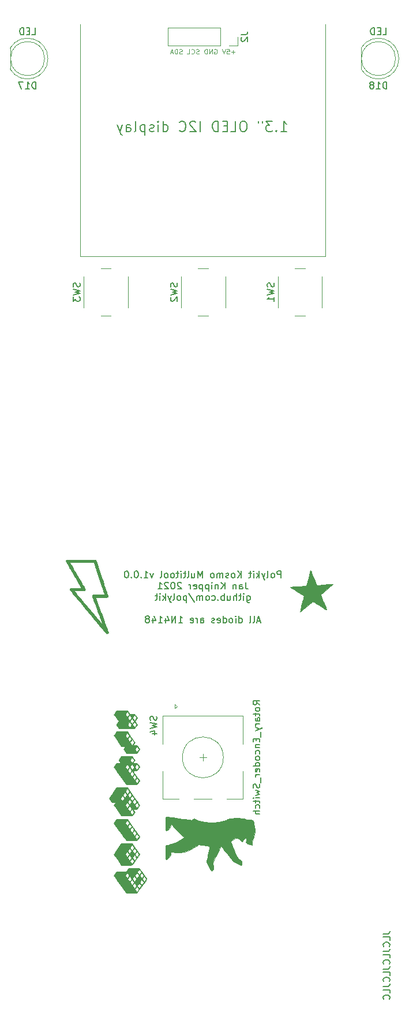
<source format=gbr>
%TF.GenerationSoftware,KiCad,Pcbnew,5.1.10-88a1d61d58~88~ubuntu20.10.1*%
%TF.CreationDate,2021-05-27T19:38:41+02:00*%
%TF.ProjectId,kosmo-multitool,6b6f736d-6f2d-46d7-956c-7469746f6f6c,v1.0.0*%
%TF.SameCoordinates,Original*%
%TF.FileFunction,Legend,Bot*%
%TF.FilePolarity,Positive*%
%FSLAX46Y46*%
G04 Gerber Fmt 4.6, Leading zero omitted, Abs format (unit mm)*
G04 Created by KiCad (PCBNEW 5.1.10-88a1d61d58~88~ubuntu20.10.1) date 2021-05-27 19:38:41*
%MOMM*%
%LPD*%
G01*
G04 APERTURE LIST*
%ADD10C,0.100000*%
%ADD11C,0.150000*%
%ADD12C,0.120000*%
%ADD13C,0.010000*%
G04 APERTURE END LIST*
D10*
X104716666Y-39050000D02*
X104183333Y-39050000D01*
X104450000Y-39316666D02*
X104450000Y-38783333D01*
X103516666Y-38616666D02*
X103850000Y-38616666D01*
X103883333Y-38950000D01*
X103850000Y-38916666D01*
X103783333Y-38883333D01*
X103616666Y-38883333D01*
X103550000Y-38916666D01*
X103516666Y-38950000D01*
X103483333Y-39016666D01*
X103483333Y-39183333D01*
X103516666Y-39250000D01*
X103550000Y-39283333D01*
X103616666Y-39316666D01*
X103783333Y-39316666D01*
X103850000Y-39283333D01*
X103883333Y-39250000D01*
X103283333Y-38616666D02*
X103050000Y-39316666D01*
X102816666Y-38616666D01*
X101683333Y-38650000D02*
X101750000Y-38616666D01*
X101850000Y-38616666D01*
X101950000Y-38650000D01*
X102016666Y-38716666D01*
X102050000Y-38783333D01*
X102083333Y-38916666D01*
X102083333Y-39016666D01*
X102050000Y-39150000D01*
X102016666Y-39216666D01*
X101950000Y-39283333D01*
X101850000Y-39316666D01*
X101783333Y-39316666D01*
X101683333Y-39283333D01*
X101650000Y-39250000D01*
X101650000Y-39016666D01*
X101783333Y-39016666D01*
X101350000Y-39316666D02*
X101350000Y-38616666D01*
X100950000Y-39316666D01*
X100950000Y-38616666D01*
X100616666Y-39316666D02*
X100616666Y-38616666D01*
X100450000Y-38616666D01*
X100350000Y-38650000D01*
X100283333Y-38716666D01*
X100250000Y-38783333D01*
X100216666Y-38916666D01*
X100216666Y-39016666D01*
X100250000Y-39150000D01*
X100283333Y-39216666D01*
X100350000Y-39283333D01*
X100450000Y-39316666D01*
X100616666Y-39316666D01*
X99416666Y-39283333D02*
X99316666Y-39316666D01*
X99150000Y-39316666D01*
X99083333Y-39283333D01*
X99050000Y-39250000D01*
X99016666Y-39183333D01*
X99016666Y-39116666D01*
X99050000Y-39050000D01*
X99083333Y-39016666D01*
X99150000Y-38983333D01*
X99283333Y-38950000D01*
X99350000Y-38916666D01*
X99383333Y-38883333D01*
X99416666Y-38816666D01*
X99416666Y-38750000D01*
X99383333Y-38683333D01*
X99350000Y-38650000D01*
X99283333Y-38616666D01*
X99116666Y-38616666D01*
X99016666Y-38650000D01*
X98316666Y-39250000D02*
X98350000Y-39283333D01*
X98450000Y-39316666D01*
X98516666Y-39316666D01*
X98616666Y-39283333D01*
X98683333Y-39216666D01*
X98716666Y-39150000D01*
X98750000Y-39016666D01*
X98750000Y-38916666D01*
X98716666Y-38783333D01*
X98683333Y-38716666D01*
X98616666Y-38650000D01*
X98516666Y-38616666D01*
X98450000Y-38616666D01*
X98350000Y-38650000D01*
X98316666Y-38683333D01*
X97683333Y-39316666D02*
X98016666Y-39316666D01*
X98016666Y-38616666D01*
X96950000Y-39283333D02*
X96850000Y-39316666D01*
X96683333Y-39316666D01*
X96616666Y-39283333D01*
X96583333Y-39250000D01*
X96550000Y-39183333D01*
X96550000Y-39116666D01*
X96583333Y-39050000D01*
X96616666Y-39016666D01*
X96683333Y-38983333D01*
X96816666Y-38950000D01*
X96883333Y-38916666D01*
X96916666Y-38883333D01*
X96950000Y-38816666D01*
X96950000Y-38750000D01*
X96916666Y-38683333D01*
X96883333Y-38650000D01*
X96816666Y-38616666D01*
X96650000Y-38616666D01*
X96550000Y-38650000D01*
X96250000Y-39316666D02*
X96250000Y-38616666D01*
X96083333Y-38616666D01*
X95983333Y-38650000D01*
X95916666Y-38716666D01*
X95883333Y-38783333D01*
X95850000Y-38916666D01*
X95850000Y-39016666D01*
X95883333Y-39150000D01*
X95916666Y-39216666D01*
X95983333Y-39283333D01*
X96083333Y-39316666D01*
X96250000Y-39316666D01*
X95583333Y-39116666D02*
X95250000Y-39116666D01*
X95650000Y-39316666D02*
X95416666Y-38616666D01*
X95183333Y-39316666D01*
D11*
X126452380Y-168380952D02*
X127166666Y-168380952D01*
X127309523Y-168333333D01*
X127404761Y-168238095D01*
X127452380Y-168095238D01*
X127452380Y-168000000D01*
X127452380Y-169333333D02*
X127452380Y-168857142D01*
X126452380Y-168857142D01*
X127357142Y-170238095D02*
X127404761Y-170190476D01*
X127452380Y-170047619D01*
X127452380Y-169952380D01*
X127404761Y-169809523D01*
X127309523Y-169714285D01*
X127214285Y-169666666D01*
X127023809Y-169619047D01*
X126880952Y-169619047D01*
X126690476Y-169666666D01*
X126595238Y-169714285D01*
X126500000Y-169809523D01*
X126452380Y-169952380D01*
X126452380Y-170047619D01*
X126500000Y-170190476D01*
X126547619Y-170238095D01*
X126452380Y-170952380D02*
X127166666Y-170952380D01*
X127309523Y-170904761D01*
X127404761Y-170809523D01*
X127452380Y-170666666D01*
X127452380Y-170571428D01*
X127452380Y-171904761D02*
X127452380Y-171428571D01*
X126452380Y-171428571D01*
X127357142Y-172809523D02*
X127404761Y-172761904D01*
X127452380Y-172619047D01*
X127452380Y-172523809D01*
X127404761Y-172380952D01*
X127309523Y-172285714D01*
X127214285Y-172238095D01*
X127023809Y-172190476D01*
X126880952Y-172190476D01*
X126690476Y-172238095D01*
X126595238Y-172285714D01*
X126500000Y-172380952D01*
X126452380Y-172523809D01*
X126452380Y-172619047D01*
X126500000Y-172761904D01*
X126547619Y-172809523D01*
X126452380Y-173523809D02*
X127166666Y-173523809D01*
X127309523Y-173476190D01*
X127404761Y-173380952D01*
X127452380Y-173238095D01*
X127452380Y-173142857D01*
X127452380Y-174476190D02*
X127452380Y-174000000D01*
X126452380Y-174000000D01*
X127357142Y-175380952D02*
X127404761Y-175333333D01*
X127452380Y-175190476D01*
X127452380Y-175095238D01*
X127404761Y-174952380D01*
X127309523Y-174857142D01*
X127214285Y-174809523D01*
X127023809Y-174761904D01*
X126880952Y-174761904D01*
X126690476Y-174809523D01*
X126595238Y-174857142D01*
X126500000Y-174952380D01*
X126452380Y-175095238D01*
X126452380Y-175190476D01*
X126500000Y-175333333D01*
X126547619Y-175380952D01*
X126452380Y-176095238D02*
X127166666Y-176095238D01*
X127309523Y-176047619D01*
X127404761Y-175952380D01*
X127452380Y-175809523D01*
X127452380Y-175714285D01*
X127452380Y-177047619D02*
X127452380Y-176571428D01*
X126452380Y-176571428D01*
X127357142Y-177952380D02*
X127404761Y-177904761D01*
X127452380Y-177761904D01*
X127452380Y-177666666D01*
X127404761Y-177523809D01*
X127309523Y-177428571D01*
X127214285Y-177380952D01*
X127023809Y-177333333D01*
X126880952Y-177333333D01*
X126690476Y-177380952D01*
X126595238Y-177428571D01*
X126500000Y-177523809D01*
X126452380Y-177666666D01*
X126452380Y-177761904D01*
X126500000Y-177904761D01*
X126547619Y-177952380D01*
X111452380Y-116152380D02*
X111452380Y-115152380D01*
X111071428Y-115152380D01*
X110976190Y-115200000D01*
X110928571Y-115247619D01*
X110880952Y-115342857D01*
X110880952Y-115485714D01*
X110928571Y-115580952D01*
X110976190Y-115628571D01*
X111071428Y-115676190D01*
X111452380Y-115676190D01*
X110309523Y-116152380D02*
X110404761Y-116104761D01*
X110452380Y-116057142D01*
X110500000Y-115961904D01*
X110500000Y-115676190D01*
X110452380Y-115580952D01*
X110404761Y-115533333D01*
X110309523Y-115485714D01*
X110166666Y-115485714D01*
X110071428Y-115533333D01*
X110023809Y-115580952D01*
X109976190Y-115676190D01*
X109976190Y-115961904D01*
X110023809Y-116057142D01*
X110071428Y-116104761D01*
X110166666Y-116152380D01*
X110309523Y-116152380D01*
X109404761Y-116152380D02*
X109500000Y-116104761D01*
X109547619Y-116009523D01*
X109547619Y-115152380D01*
X109119047Y-115485714D02*
X108880952Y-116152380D01*
X108642857Y-115485714D02*
X108880952Y-116152380D01*
X108976190Y-116390476D01*
X109023809Y-116438095D01*
X109119047Y-116485714D01*
X108261904Y-116152380D02*
X108261904Y-115152380D01*
X108166666Y-115771428D02*
X107880952Y-116152380D01*
X107880952Y-115485714D02*
X108261904Y-115866666D01*
X107452380Y-116152380D02*
X107452380Y-115485714D01*
X107452380Y-115152380D02*
X107500000Y-115200000D01*
X107452380Y-115247619D01*
X107404761Y-115200000D01*
X107452380Y-115152380D01*
X107452380Y-115247619D01*
X107119047Y-115485714D02*
X106738095Y-115485714D01*
X106976190Y-115152380D02*
X106976190Y-116009523D01*
X106928571Y-116104761D01*
X106833333Y-116152380D01*
X106738095Y-116152380D01*
X105642857Y-116152380D02*
X105642857Y-115152380D01*
X105071428Y-116152380D02*
X105500000Y-115580952D01*
X105071428Y-115152380D02*
X105642857Y-115723809D01*
X104500000Y-116152380D02*
X104595238Y-116104761D01*
X104642857Y-116057142D01*
X104690476Y-115961904D01*
X104690476Y-115676190D01*
X104642857Y-115580952D01*
X104595238Y-115533333D01*
X104500000Y-115485714D01*
X104357142Y-115485714D01*
X104261904Y-115533333D01*
X104214285Y-115580952D01*
X104166666Y-115676190D01*
X104166666Y-115961904D01*
X104214285Y-116057142D01*
X104261904Y-116104761D01*
X104357142Y-116152380D01*
X104500000Y-116152380D01*
X103785714Y-116104761D02*
X103690476Y-116152380D01*
X103500000Y-116152380D01*
X103404761Y-116104761D01*
X103357142Y-116009523D01*
X103357142Y-115961904D01*
X103404761Y-115866666D01*
X103500000Y-115819047D01*
X103642857Y-115819047D01*
X103738095Y-115771428D01*
X103785714Y-115676190D01*
X103785714Y-115628571D01*
X103738095Y-115533333D01*
X103642857Y-115485714D01*
X103500000Y-115485714D01*
X103404761Y-115533333D01*
X102928571Y-116152380D02*
X102928571Y-115485714D01*
X102928571Y-115580952D02*
X102880952Y-115533333D01*
X102785714Y-115485714D01*
X102642857Y-115485714D01*
X102547619Y-115533333D01*
X102500000Y-115628571D01*
X102500000Y-116152380D01*
X102500000Y-115628571D02*
X102452380Y-115533333D01*
X102357142Y-115485714D01*
X102214285Y-115485714D01*
X102119047Y-115533333D01*
X102071428Y-115628571D01*
X102071428Y-116152380D01*
X101452380Y-116152380D02*
X101547619Y-116104761D01*
X101595238Y-116057142D01*
X101642857Y-115961904D01*
X101642857Y-115676190D01*
X101595238Y-115580952D01*
X101547619Y-115533333D01*
X101452380Y-115485714D01*
X101309523Y-115485714D01*
X101214285Y-115533333D01*
X101166666Y-115580952D01*
X101119047Y-115676190D01*
X101119047Y-115961904D01*
X101166666Y-116057142D01*
X101214285Y-116104761D01*
X101309523Y-116152380D01*
X101452380Y-116152380D01*
X99928571Y-116152380D02*
X99928571Y-115152380D01*
X99595238Y-115866666D01*
X99261904Y-115152380D01*
X99261904Y-116152380D01*
X98357142Y-115485714D02*
X98357142Y-116152380D01*
X98785714Y-115485714D02*
X98785714Y-116009523D01*
X98738095Y-116104761D01*
X98642857Y-116152380D01*
X98500000Y-116152380D01*
X98404761Y-116104761D01*
X98357142Y-116057142D01*
X97738095Y-116152380D02*
X97833333Y-116104761D01*
X97880952Y-116009523D01*
X97880952Y-115152380D01*
X97500000Y-115485714D02*
X97119047Y-115485714D01*
X97357142Y-115152380D02*
X97357142Y-116009523D01*
X97309523Y-116104761D01*
X97214285Y-116152380D01*
X97119047Y-116152380D01*
X96785714Y-116152380D02*
X96785714Y-115485714D01*
X96785714Y-115152380D02*
X96833333Y-115200000D01*
X96785714Y-115247619D01*
X96738095Y-115200000D01*
X96785714Y-115152380D01*
X96785714Y-115247619D01*
X96452380Y-115485714D02*
X96071428Y-115485714D01*
X96309523Y-115152380D02*
X96309523Y-116009523D01*
X96261904Y-116104761D01*
X96166666Y-116152380D01*
X96071428Y-116152380D01*
X95595238Y-116152380D02*
X95690476Y-116104761D01*
X95738095Y-116057142D01*
X95785714Y-115961904D01*
X95785714Y-115676190D01*
X95738095Y-115580952D01*
X95690476Y-115533333D01*
X95595238Y-115485714D01*
X95452380Y-115485714D01*
X95357142Y-115533333D01*
X95309523Y-115580952D01*
X95261904Y-115676190D01*
X95261904Y-115961904D01*
X95309523Y-116057142D01*
X95357142Y-116104761D01*
X95452380Y-116152380D01*
X95595238Y-116152380D01*
X94690476Y-116152380D02*
X94785714Y-116104761D01*
X94833333Y-116057142D01*
X94880952Y-115961904D01*
X94880952Y-115676190D01*
X94833333Y-115580952D01*
X94785714Y-115533333D01*
X94690476Y-115485714D01*
X94547619Y-115485714D01*
X94452380Y-115533333D01*
X94404761Y-115580952D01*
X94357142Y-115676190D01*
X94357142Y-115961904D01*
X94404761Y-116057142D01*
X94452380Y-116104761D01*
X94547619Y-116152380D01*
X94690476Y-116152380D01*
X93785714Y-116152380D02*
X93880952Y-116104761D01*
X93928571Y-116009523D01*
X93928571Y-115152380D01*
X92738095Y-115485714D02*
X92500000Y-116152380D01*
X92261904Y-115485714D01*
X91357142Y-116152380D02*
X91928571Y-116152380D01*
X91642857Y-116152380D02*
X91642857Y-115152380D01*
X91738095Y-115295238D01*
X91833333Y-115390476D01*
X91928571Y-115438095D01*
X90928571Y-116057142D02*
X90880952Y-116104761D01*
X90928571Y-116152380D01*
X90976190Y-116104761D01*
X90928571Y-116057142D01*
X90928571Y-116152380D01*
X90261904Y-115152380D02*
X90166666Y-115152380D01*
X90071428Y-115200000D01*
X90023809Y-115247619D01*
X89976190Y-115342857D01*
X89928571Y-115533333D01*
X89928571Y-115771428D01*
X89976190Y-115961904D01*
X90023809Y-116057142D01*
X90071428Y-116104761D01*
X90166666Y-116152380D01*
X90261904Y-116152380D01*
X90357142Y-116104761D01*
X90404761Y-116057142D01*
X90452380Y-115961904D01*
X90500000Y-115771428D01*
X90500000Y-115533333D01*
X90452380Y-115342857D01*
X90404761Y-115247619D01*
X90357142Y-115200000D01*
X90261904Y-115152380D01*
X89500000Y-116057142D02*
X89452380Y-116104761D01*
X89500000Y-116152380D01*
X89547619Y-116104761D01*
X89500000Y-116057142D01*
X89500000Y-116152380D01*
X88833333Y-115152380D02*
X88738095Y-115152380D01*
X88642857Y-115200000D01*
X88595238Y-115247619D01*
X88547619Y-115342857D01*
X88500000Y-115533333D01*
X88500000Y-115771428D01*
X88547619Y-115961904D01*
X88595238Y-116057142D01*
X88642857Y-116104761D01*
X88738095Y-116152380D01*
X88833333Y-116152380D01*
X88928571Y-116104761D01*
X88976190Y-116057142D01*
X89023809Y-115961904D01*
X89071428Y-115771428D01*
X89071428Y-115533333D01*
X89023809Y-115342857D01*
X88976190Y-115247619D01*
X88928571Y-115200000D01*
X88833333Y-115152380D01*
X106261904Y-116802380D02*
X106261904Y-117516666D01*
X106309523Y-117659523D01*
X106404761Y-117754761D01*
X106547619Y-117802380D01*
X106642857Y-117802380D01*
X105357142Y-117802380D02*
X105357142Y-117278571D01*
X105404761Y-117183333D01*
X105500000Y-117135714D01*
X105690476Y-117135714D01*
X105785714Y-117183333D01*
X105357142Y-117754761D02*
X105452380Y-117802380D01*
X105690476Y-117802380D01*
X105785714Y-117754761D01*
X105833333Y-117659523D01*
X105833333Y-117564285D01*
X105785714Y-117469047D01*
X105690476Y-117421428D01*
X105452380Y-117421428D01*
X105357142Y-117373809D01*
X104880952Y-117135714D02*
X104880952Y-117802380D01*
X104880952Y-117230952D02*
X104833333Y-117183333D01*
X104738095Y-117135714D01*
X104595238Y-117135714D01*
X104500000Y-117183333D01*
X104452380Y-117278571D01*
X104452380Y-117802380D01*
X103214285Y-117802380D02*
X103214285Y-116802380D01*
X102642857Y-117802380D02*
X103071428Y-117230952D01*
X102642857Y-116802380D02*
X103214285Y-117373809D01*
X102214285Y-117135714D02*
X102214285Y-117802380D01*
X102214285Y-117230952D02*
X102166666Y-117183333D01*
X102071428Y-117135714D01*
X101928571Y-117135714D01*
X101833333Y-117183333D01*
X101785714Y-117278571D01*
X101785714Y-117802380D01*
X101309523Y-117802380D02*
X101309523Y-117135714D01*
X101309523Y-116802380D02*
X101357142Y-116850000D01*
X101309523Y-116897619D01*
X101261904Y-116850000D01*
X101309523Y-116802380D01*
X101309523Y-116897619D01*
X100833333Y-117135714D02*
X100833333Y-118135714D01*
X100833333Y-117183333D02*
X100738095Y-117135714D01*
X100547619Y-117135714D01*
X100452380Y-117183333D01*
X100404761Y-117230952D01*
X100357142Y-117326190D01*
X100357142Y-117611904D01*
X100404761Y-117707142D01*
X100452380Y-117754761D01*
X100547619Y-117802380D01*
X100738095Y-117802380D01*
X100833333Y-117754761D01*
X99928571Y-117135714D02*
X99928571Y-118135714D01*
X99928571Y-117183333D02*
X99833333Y-117135714D01*
X99642857Y-117135714D01*
X99547619Y-117183333D01*
X99500000Y-117230952D01*
X99452380Y-117326190D01*
X99452380Y-117611904D01*
X99500000Y-117707142D01*
X99547619Y-117754761D01*
X99642857Y-117802380D01*
X99833333Y-117802380D01*
X99928571Y-117754761D01*
X98642857Y-117754761D02*
X98738095Y-117802380D01*
X98928571Y-117802380D01*
X99023809Y-117754761D01*
X99071428Y-117659523D01*
X99071428Y-117278571D01*
X99023809Y-117183333D01*
X98928571Y-117135714D01*
X98738095Y-117135714D01*
X98642857Y-117183333D01*
X98595238Y-117278571D01*
X98595238Y-117373809D01*
X99071428Y-117469047D01*
X98166666Y-117802380D02*
X98166666Y-117135714D01*
X98166666Y-117326190D02*
X98119047Y-117230952D01*
X98071428Y-117183333D01*
X97976190Y-117135714D01*
X97880952Y-117135714D01*
X96833333Y-116897619D02*
X96785714Y-116850000D01*
X96690476Y-116802380D01*
X96452380Y-116802380D01*
X96357142Y-116850000D01*
X96309523Y-116897619D01*
X96261904Y-116992857D01*
X96261904Y-117088095D01*
X96309523Y-117230952D01*
X96880952Y-117802380D01*
X96261904Y-117802380D01*
X95642857Y-116802380D02*
X95547619Y-116802380D01*
X95452380Y-116850000D01*
X95404761Y-116897619D01*
X95357142Y-116992857D01*
X95309523Y-117183333D01*
X95309523Y-117421428D01*
X95357142Y-117611904D01*
X95404761Y-117707142D01*
X95452380Y-117754761D01*
X95547619Y-117802380D01*
X95642857Y-117802380D01*
X95738095Y-117754761D01*
X95785714Y-117707142D01*
X95833333Y-117611904D01*
X95880952Y-117421428D01*
X95880952Y-117183333D01*
X95833333Y-116992857D01*
X95785714Y-116897619D01*
X95738095Y-116850000D01*
X95642857Y-116802380D01*
X94928571Y-116897619D02*
X94880952Y-116850000D01*
X94785714Y-116802380D01*
X94547619Y-116802380D01*
X94452380Y-116850000D01*
X94404761Y-116897619D01*
X94357142Y-116992857D01*
X94357142Y-117088095D01*
X94404761Y-117230952D01*
X94976190Y-117802380D01*
X94357142Y-117802380D01*
X93404761Y-117802380D02*
X93976190Y-117802380D01*
X93690476Y-117802380D02*
X93690476Y-116802380D01*
X93785714Y-116945238D01*
X93880952Y-117040476D01*
X93976190Y-117088095D01*
X106452380Y-118785714D02*
X106452380Y-119595238D01*
X106500000Y-119690476D01*
X106547619Y-119738095D01*
X106642857Y-119785714D01*
X106785714Y-119785714D01*
X106880952Y-119738095D01*
X106452380Y-119404761D02*
X106547619Y-119452380D01*
X106738095Y-119452380D01*
X106833333Y-119404761D01*
X106880952Y-119357142D01*
X106928571Y-119261904D01*
X106928571Y-118976190D01*
X106880952Y-118880952D01*
X106833333Y-118833333D01*
X106738095Y-118785714D01*
X106547619Y-118785714D01*
X106452380Y-118833333D01*
X105976190Y-119452380D02*
X105976190Y-118785714D01*
X105976190Y-118452380D02*
X106023809Y-118500000D01*
X105976190Y-118547619D01*
X105928571Y-118500000D01*
X105976190Y-118452380D01*
X105976190Y-118547619D01*
X105642857Y-118785714D02*
X105261904Y-118785714D01*
X105500000Y-118452380D02*
X105500000Y-119309523D01*
X105452380Y-119404761D01*
X105357142Y-119452380D01*
X105261904Y-119452380D01*
X104928571Y-119452380D02*
X104928571Y-118452380D01*
X104500000Y-119452380D02*
X104500000Y-118928571D01*
X104547619Y-118833333D01*
X104642857Y-118785714D01*
X104785714Y-118785714D01*
X104880952Y-118833333D01*
X104928571Y-118880952D01*
X103595238Y-118785714D02*
X103595238Y-119452380D01*
X104023809Y-118785714D02*
X104023809Y-119309523D01*
X103976190Y-119404761D01*
X103880952Y-119452380D01*
X103738095Y-119452380D01*
X103642857Y-119404761D01*
X103595238Y-119357142D01*
X103119047Y-119452380D02*
X103119047Y-118452380D01*
X103119047Y-118833333D02*
X103023809Y-118785714D01*
X102833333Y-118785714D01*
X102738095Y-118833333D01*
X102690476Y-118880952D01*
X102642857Y-118976190D01*
X102642857Y-119261904D01*
X102690476Y-119357142D01*
X102738095Y-119404761D01*
X102833333Y-119452380D01*
X103023809Y-119452380D01*
X103119047Y-119404761D01*
X102214285Y-119357142D02*
X102166666Y-119404761D01*
X102214285Y-119452380D01*
X102261904Y-119404761D01*
X102214285Y-119357142D01*
X102214285Y-119452380D01*
X101309523Y-119404761D02*
X101404761Y-119452380D01*
X101595238Y-119452380D01*
X101690476Y-119404761D01*
X101738095Y-119357142D01*
X101785714Y-119261904D01*
X101785714Y-118976190D01*
X101738095Y-118880952D01*
X101690476Y-118833333D01*
X101595238Y-118785714D01*
X101404761Y-118785714D01*
X101309523Y-118833333D01*
X100738095Y-119452380D02*
X100833333Y-119404761D01*
X100880952Y-119357142D01*
X100928571Y-119261904D01*
X100928571Y-118976190D01*
X100880952Y-118880952D01*
X100833333Y-118833333D01*
X100738095Y-118785714D01*
X100595238Y-118785714D01*
X100500000Y-118833333D01*
X100452380Y-118880952D01*
X100404761Y-118976190D01*
X100404761Y-119261904D01*
X100452380Y-119357142D01*
X100500000Y-119404761D01*
X100595238Y-119452380D01*
X100738095Y-119452380D01*
X99976190Y-119452380D02*
X99976190Y-118785714D01*
X99976190Y-118880952D02*
X99928571Y-118833333D01*
X99833333Y-118785714D01*
X99690476Y-118785714D01*
X99595238Y-118833333D01*
X99547619Y-118928571D01*
X99547619Y-119452380D01*
X99547619Y-118928571D02*
X99500000Y-118833333D01*
X99404761Y-118785714D01*
X99261904Y-118785714D01*
X99166666Y-118833333D01*
X99119047Y-118928571D01*
X99119047Y-119452380D01*
X97928571Y-118404761D02*
X98785714Y-119690476D01*
X97595238Y-118785714D02*
X97595238Y-119785714D01*
X97595238Y-118833333D02*
X97500000Y-118785714D01*
X97309523Y-118785714D01*
X97214285Y-118833333D01*
X97166666Y-118880952D01*
X97119047Y-118976190D01*
X97119047Y-119261904D01*
X97166666Y-119357142D01*
X97214285Y-119404761D01*
X97309523Y-119452380D01*
X97500000Y-119452380D01*
X97595238Y-119404761D01*
X96547619Y-119452380D02*
X96642857Y-119404761D01*
X96690476Y-119357142D01*
X96738095Y-119261904D01*
X96738095Y-118976190D01*
X96690476Y-118880952D01*
X96642857Y-118833333D01*
X96547619Y-118785714D01*
X96404761Y-118785714D01*
X96309523Y-118833333D01*
X96261904Y-118880952D01*
X96214285Y-118976190D01*
X96214285Y-119261904D01*
X96261904Y-119357142D01*
X96309523Y-119404761D01*
X96404761Y-119452380D01*
X96547619Y-119452380D01*
X95642857Y-119452380D02*
X95738095Y-119404761D01*
X95785714Y-119309523D01*
X95785714Y-118452380D01*
X95357142Y-118785714D02*
X95119047Y-119452380D01*
X94880952Y-118785714D02*
X95119047Y-119452380D01*
X95214285Y-119690476D01*
X95261904Y-119738095D01*
X95357142Y-119785714D01*
X94500000Y-119452380D02*
X94500000Y-118452380D01*
X94404761Y-119071428D02*
X94119047Y-119452380D01*
X94119047Y-118785714D02*
X94500000Y-119166666D01*
X93690476Y-119452380D02*
X93690476Y-118785714D01*
X93690476Y-118452380D02*
X93738095Y-118500000D01*
X93690476Y-118547619D01*
X93642857Y-118500000D01*
X93690476Y-118452380D01*
X93690476Y-118547619D01*
X93357142Y-118785714D02*
X92976190Y-118785714D01*
X93214285Y-118452380D02*
X93214285Y-119309523D01*
X93166666Y-119404761D01*
X93071428Y-119452380D01*
X92976190Y-119452380D01*
X108428571Y-122466666D02*
X107952380Y-122466666D01*
X108523809Y-122752380D02*
X108190476Y-121752380D01*
X107857142Y-122752380D01*
X107380952Y-122752380D02*
X107476190Y-122704761D01*
X107523809Y-122609523D01*
X107523809Y-121752380D01*
X106857142Y-122752380D02*
X106952380Y-122704761D01*
X107000000Y-122609523D01*
X107000000Y-121752380D01*
X105285714Y-122752380D02*
X105285714Y-121752380D01*
X105285714Y-122704761D02*
X105380952Y-122752380D01*
X105571428Y-122752380D01*
X105666666Y-122704761D01*
X105714285Y-122657142D01*
X105761904Y-122561904D01*
X105761904Y-122276190D01*
X105714285Y-122180952D01*
X105666666Y-122133333D01*
X105571428Y-122085714D01*
X105380952Y-122085714D01*
X105285714Y-122133333D01*
X104809523Y-122752380D02*
X104809523Y-122085714D01*
X104809523Y-121752380D02*
X104857142Y-121800000D01*
X104809523Y-121847619D01*
X104761904Y-121800000D01*
X104809523Y-121752380D01*
X104809523Y-121847619D01*
X104190476Y-122752380D02*
X104285714Y-122704761D01*
X104333333Y-122657142D01*
X104380952Y-122561904D01*
X104380952Y-122276190D01*
X104333333Y-122180952D01*
X104285714Y-122133333D01*
X104190476Y-122085714D01*
X104047619Y-122085714D01*
X103952380Y-122133333D01*
X103904761Y-122180952D01*
X103857142Y-122276190D01*
X103857142Y-122561904D01*
X103904761Y-122657142D01*
X103952380Y-122704761D01*
X104047619Y-122752380D01*
X104190476Y-122752380D01*
X103000000Y-122752380D02*
X103000000Y-121752380D01*
X103000000Y-122704761D02*
X103095238Y-122752380D01*
X103285714Y-122752380D01*
X103380952Y-122704761D01*
X103428571Y-122657142D01*
X103476190Y-122561904D01*
X103476190Y-122276190D01*
X103428571Y-122180952D01*
X103380952Y-122133333D01*
X103285714Y-122085714D01*
X103095238Y-122085714D01*
X103000000Y-122133333D01*
X102142857Y-122704761D02*
X102238095Y-122752380D01*
X102428571Y-122752380D01*
X102523809Y-122704761D01*
X102571428Y-122609523D01*
X102571428Y-122228571D01*
X102523809Y-122133333D01*
X102428571Y-122085714D01*
X102238095Y-122085714D01*
X102142857Y-122133333D01*
X102095238Y-122228571D01*
X102095238Y-122323809D01*
X102571428Y-122419047D01*
X101714285Y-122704761D02*
X101619047Y-122752380D01*
X101428571Y-122752380D01*
X101333333Y-122704761D01*
X101285714Y-122609523D01*
X101285714Y-122561904D01*
X101333333Y-122466666D01*
X101428571Y-122419047D01*
X101571428Y-122419047D01*
X101666666Y-122371428D01*
X101714285Y-122276190D01*
X101714285Y-122228571D01*
X101666666Y-122133333D01*
X101571428Y-122085714D01*
X101428571Y-122085714D01*
X101333333Y-122133333D01*
X99666666Y-122752380D02*
X99666666Y-122228571D01*
X99714285Y-122133333D01*
X99809523Y-122085714D01*
X100000000Y-122085714D01*
X100095238Y-122133333D01*
X99666666Y-122704761D02*
X99761904Y-122752380D01*
X100000000Y-122752380D01*
X100095238Y-122704761D01*
X100142857Y-122609523D01*
X100142857Y-122514285D01*
X100095238Y-122419047D01*
X100000000Y-122371428D01*
X99761904Y-122371428D01*
X99666666Y-122323809D01*
X99190476Y-122752380D02*
X99190476Y-122085714D01*
X99190476Y-122276190D02*
X99142857Y-122180952D01*
X99095238Y-122133333D01*
X99000000Y-122085714D01*
X98904761Y-122085714D01*
X98190476Y-122704761D02*
X98285714Y-122752380D01*
X98476190Y-122752380D01*
X98571428Y-122704761D01*
X98619047Y-122609523D01*
X98619047Y-122228571D01*
X98571428Y-122133333D01*
X98476190Y-122085714D01*
X98285714Y-122085714D01*
X98190476Y-122133333D01*
X98142857Y-122228571D01*
X98142857Y-122323809D01*
X98619047Y-122419047D01*
X96428571Y-122752380D02*
X97000000Y-122752380D01*
X96714285Y-122752380D02*
X96714285Y-121752380D01*
X96809523Y-121895238D01*
X96904761Y-121990476D01*
X97000000Y-122038095D01*
X96000000Y-122752380D02*
X96000000Y-121752380D01*
X95428571Y-122752380D01*
X95428571Y-121752380D01*
X94523809Y-122085714D02*
X94523809Y-122752380D01*
X94761904Y-121704761D02*
X95000000Y-122419047D01*
X94380952Y-122419047D01*
X93476190Y-122752380D02*
X94047619Y-122752380D01*
X93761904Y-122752380D02*
X93761904Y-121752380D01*
X93857142Y-121895238D01*
X93952380Y-121990476D01*
X94047619Y-122038095D01*
X92619047Y-122085714D02*
X92619047Y-122752380D01*
X92857142Y-121704761D02*
X93095238Y-122419047D01*
X92476190Y-122419047D01*
X91952380Y-122180952D02*
X92047619Y-122133333D01*
X92095238Y-122085714D01*
X92142857Y-121990476D01*
X92142857Y-121942857D01*
X92095238Y-121847619D01*
X92047619Y-121800000D01*
X91952380Y-121752380D01*
X91761904Y-121752380D01*
X91666666Y-121800000D01*
X91619047Y-121847619D01*
X91571428Y-121942857D01*
X91571428Y-121990476D01*
X91619047Y-122085714D01*
X91666666Y-122133333D01*
X91761904Y-122180952D01*
X91952380Y-122180952D01*
X92047619Y-122228571D01*
X92095238Y-122276190D01*
X92142857Y-122371428D01*
X92142857Y-122561904D01*
X92095238Y-122657142D01*
X92047619Y-122704761D01*
X91952380Y-122752380D01*
X91761904Y-122752380D01*
X91666666Y-122704761D01*
X91619047Y-122657142D01*
X91571428Y-122561904D01*
X91571428Y-122371428D01*
X91619047Y-122276190D01*
X91666666Y-122228571D01*
X91761904Y-122180952D01*
X111435714Y-50678571D02*
X112292857Y-50678571D01*
X111864285Y-50678571D02*
X111864285Y-49178571D01*
X112007142Y-49392857D01*
X112150000Y-49535714D01*
X112292857Y-49607142D01*
X110792857Y-50535714D02*
X110721428Y-50607142D01*
X110792857Y-50678571D01*
X110864285Y-50607142D01*
X110792857Y-50535714D01*
X110792857Y-50678571D01*
X110221428Y-49178571D02*
X109292857Y-49178571D01*
X109792857Y-49750000D01*
X109578571Y-49750000D01*
X109435714Y-49821428D01*
X109364285Y-49892857D01*
X109292857Y-50035714D01*
X109292857Y-50392857D01*
X109364285Y-50535714D01*
X109435714Y-50607142D01*
X109578571Y-50678571D01*
X110007142Y-50678571D01*
X110150000Y-50607142D01*
X110221428Y-50535714D01*
X108721428Y-49178571D02*
X108721428Y-49464285D01*
X108150000Y-49178571D02*
X108150000Y-49464285D01*
X106078571Y-49178571D02*
X105792857Y-49178571D01*
X105650000Y-49250000D01*
X105507142Y-49392857D01*
X105435714Y-49678571D01*
X105435714Y-50178571D01*
X105507142Y-50464285D01*
X105650000Y-50607142D01*
X105792857Y-50678571D01*
X106078571Y-50678571D01*
X106221428Y-50607142D01*
X106364285Y-50464285D01*
X106435714Y-50178571D01*
X106435714Y-49678571D01*
X106364285Y-49392857D01*
X106221428Y-49250000D01*
X106078571Y-49178571D01*
X104078571Y-50678571D02*
X104792857Y-50678571D01*
X104792857Y-49178571D01*
X103578571Y-49892857D02*
X103078571Y-49892857D01*
X102864285Y-50678571D02*
X103578571Y-50678571D01*
X103578571Y-49178571D01*
X102864285Y-49178571D01*
X102221428Y-50678571D02*
X102221428Y-49178571D01*
X101864285Y-49178571D01*
X101650000Y-49250000D01*
X101507142Y-49392857D01*
X101435714Y-49535714D01*
X101364285Y-49821428D01*
X101364285Y-50035714D01*
X101435714Y-50321428D01*
X101507142Y-50464285D01*
X101650000Y-50607142D01*
X101864285Y-50678571D01*
X102221428Y-50678571D01*
X99578571Y-50678571D02*
X99578571Y-49178571D01*
X98935714Y-49321428D02*
X98864285Y-49250000D01*
X98721428Y-49178571D01*
X98364285Y-49178571D01*
X98221428Y-49250000D01*
X98150000Y-49321428D01*
X98078571Y-49464285D01*
X98078571Y-49607142D01*
X98150000Y-49821428D01*
X99007142Y-50678571D01*
X98078571Y-50678571D01*
X96578571Y-50535714D02*
X96650000Y-50607142D01*
X96864285Y-50678571D01*
X97007142Y-50678571D01*
X97221428Y-50607142D01*
X97364285Y-50464285D01*
X97435714Y-50321428D01*
X97507142Y-50035714D01*
X97507142Y-49821428D01*
X97435714Y-49535714D01*
X97364285Y-49392857D01*
X97221428Y-49250000D01*
X97007142Y-49178571D01*
X96864285Y-49178571D01*
X96650000Y-49250000D01*
X96578571Y-49321428D01*
X94150000Y-50678571D02*
X94150000Y-49178571D01*
X94150000Y-50607142D02*
X94292857Y-50678571D01*
X94578571Y-50678571D01*
X94721428Y-50607142D01*
X94792857Y-50535714D01*
X94864285Y-50392857D01*
X94864285Y-49964285D01*
X94792857Y-49821428D01*
X94721428Y-49750000D01*
X94578571Y-49678571D01*
X94292857Y-49678571D01*
X94150000Y-49750000D01*
X93435714Y-50678571D02*
X93435714Y-49678571D01*
X93435714Y-49178571D02*
X93507142Y-49250000D01*
X93435714Y-49321428D01*
X93364285Y-49250000D01*
X93435714Y-49178571D01*
X93435714Y-49321428D01*
X92792857Y-50607142D02*
X92650000Y-50678571D01*
X92364285Y-50678571D01*
X92221428Y-50607142D01*
X92150000Y-50464285D01*
X92150000Y-50392857D01*
X92221428Y-50250000D01*
X92364285Y-50178571D01*
X92578571Y-50178571D01*
X92721428Y-50107142D01*
X92792857Y-49964285D01*
X92792857Y-49892857D01*
X92721428Y-49750000D01*
X92578571Y-49678571D01*
X92364285Y-49678571D01*
X92221428Y-49750000D01*
X91507142Y-49678571D02*
X91507142Y-51178571D01*
X91507142Y-49750000D02*
X91364285Y-49678571D01*
X91078571Y-49678571D01*
X90935714Y-49750000D01*
X90864285Y-49821428D01*
X90792857Y-49964285D01*
X90792857Y-50392857D01*
X90864285Y-50535714D01*
X90935714Y-50607142D01*
X91078571Y-50678571D01*
X91364285Y-50678571D01*
X91507142Y-50607142D01*
X89935714Y-50678571D02*
X90078571Y-50607142D01*
X90150000Y-50464285D01*
X90150000Y-49178571D01*
X88721428Y-50678571D02*
X88721428Y-49892857D01*
X88792857Y-49750000D01*
X88935714Y-49678571D01*
X89221428Y-49678571D01*
X89364285Y-49750000D01*
X88721428Y-50607142D02*
X88864285Y-50678571D01*
X89221428Y-50678571D01*
X89364285Y-50607142D01*
X89435714Y-50464285D01*
X89435714Y-50321428D01*
X89364285Y-50178571D01*
X89221428Y-50107142D01*
X88864285Y-50107142D01*
X88721428Y-50035714D01*
X88150000Y-49678571D02*
X87792857Y-50678571D01*
X87435714Y-49678571D02*
X87792857Y-50678571D01*
X87935714Y-51035714D01*
X88007142Y-51107142D01*
X88150000Y-51178571D01*
D12*
X82000000Y-69000000D02*
X82000000Y-35000000D01*
X118000000Y-69000000D02*
X82000000Y-69000000D01*
X118000000Y-35000000D02*
X118000000Y-69000000D01*
D13*
%TO.C,G\u002A\u002A\u002A*%
G36*
X115780523Y-115052771D02*
G01*
X115755750Y-115137704D01*
X115719497Y-115270781D01*
X115673543Y-115445225D01*
X115619672Y-115654265D01*
X115559668Y-115891125D01*
X115495309Y-116149031D01*
X115489186Y-116173765D01*
X115204747Y-117323489D01*
X114006468Y-117407324D01*
X113702714Y-117429331D01*
X113436342Y-117450161D01*
X113211884Y-117469384D01*
X113033873Y-117486569D01*
X112906841Y-117501286D01*
X112835320Y-117513108D01*
X112820796Y-117519732D01*
X112849766Y-117542525D01*
X112926635Y-117594766D01*
X113045286Y-117672516D01*
X113199605Y-117771839D01*
X113383472Y-117888797D01*
X113590772Y-118019452D01*
X113810133Y-118156595D01*
X114034773Y-118297228D01*
X114242184Y-118428482D01*
X114426197Y-118546345D01*
X114580646Y-118646806D01*
X114699363Y-118725856D01*
X114776180Y-118779483D01*
X114804830Y-118803425D01*
X114802052Y-118843155D01*
X114785271Y-118936178D01*
X114756288Y-119074280D01*
X114716907Y-119249251D01*
X114668926Y-119452881D01*
X114614151Y-119676959D01*
X114605758Y-119710634D01*
X114521823Y-120047007D01*
X114452328Y-120326782D01*
X114396154Y-120554928D01*
X114352180Y-120736413D01*
X114319287Y-120876203D01*
X114296355Y-120979266D01*
X114282265Y-121050569D01*
X114275898Y-121095082D01*
X114276133Y-121117769D01*
X114281852Y-121123599D01*
X114287961Y-121120716D01*
X114319563Y-121095213D01*
X114394087Y-121033611D01*
X114505840Y-120940659D01*
X114649129Y-120821108D01*
X114818258Y-120679710D01*
X115007535Y-120521212D01*
X115203835Y-120356603D01*
X115406588Y-120187044D01*
X115594417Y-120031068D01*
X115761703Y-119893258D01*
X115902830Y-119778195D01*
X116012175Y-119690461D01*
X116084122Y-119634638D01*
X116112917Y-119615308D01*
X116145378Y-119631124D01*
X116225388Y-119676999D01*
X116346747Y-119749178D01*
X116503254Y-119843909D01*
X116688708Y-119957440D01*
X116896908Y-120086018D01*
X117117008Y-120222988D01*
X117342155Y-120363508D01*
X117551034Y-120493683D01*
X117737346Y-120609603D01*
X117894795Y-120707357D01*
X118017085Y-120783037D01*
X118097920Y-120832733D01*
X118130735Y-120852399D01*
X118142464Y-120838221D01*
X118127718Y-120773229D01*
X118099621Y-120693879D01*
X118070460Y-120619750D01*
X118021011Y-120495745D01*
X117954876Y-120330827D01*
X117875658Y-120133956D01*
X117786958Y-119914093D01*
X117692380Y-119680196D01*
X117656930Y-119592665D01*
X117565290Y-119364291D01*
X117482572Y-119153908D01*
X117411564Y-118968941D01*
X117355051Y-118816814D01*
X117315819Y-118704957D01*
X117296654Y-118640795D01*
X117295411Y-118629086D01*
X117321869Y-118600048D01*
X117391700Y-118535306D01*
X117499379Y-118439666D01*
X117639377Y-118317933D01*
X117806168Y-118174914D01*
X117994226Y-118015413D01*
X118197922Y-117844324D01*
X118400933Y-117673936D01*
X118587591Y-117515983D01*
X118752488Y-117375137D01*
X118890217Y-117256075D01*
X118995372Y-117163469D01*
X119062545Y-117101994D01*
X119086331Y-117076325D01*
X119086331Y-117076242D01*
X119055432Y-117072994D01*
X118968119Y-117074102D01*
X118831302Y-117079224D01*
X118651893Y-117088018D01*
X118436804Y-117100139D01*
X118192944Y-117115247D01*
X117927226Y-117132997D01*
X117888995Y-117135650D01*
X116693336Y-117219034D01*
X116251887Y-116120250D01*
X116151770Y-115872276D01*
X116058639Y-115643940D01*
X115975202Y-115441703D01*
X115904164Y-115272027D01*
X115848234Y-115141373D01*
X115810117Y-115056202D01*
X115792524Y-115022976D01*
X115792031Y-115022755D01*
X115780523Y-115052771D01*
G37*
X115780523Y-115052771D02*
X115755750Y-115137704D01*
X115719497Y-115270781D01*
X115673543Y-115445225D01*
X115619672Y-115654265D01*
X115559668Y-115891125D01*
X115495309Y-116149031D01*
X115489186Y-116173765D01*
X115204747Y-117323489D01*
X114006468Y-117407324D01*
X113702714Y-117429331D01*
X113436342Y-117450161D01*
X113211884Y-117469384D01*
X113033873Y-117486569D01*
X112906841Y-117501286D01*
X112835320Y-117513108D01*
X112820796Y-117519732D01*
X112849766Y-117542525D01*
X112926635Y-117594766D01*
X113045286Y-117672516D01*
X113199605Y-117771839D01*
X113383472Y-117888797D01*
X113590772Y-118019452D01*
X113810133Y-118156595D01*
X114034773Y-118297228D01*
X114242184Y-118428482D01*
X114426197Y-118546345D01*
X114580646Y-118646806D01*
X114699363Y-118725856D01*
X114776180Y-118779483D01*
X114804830Y-118803425D01*
X114802052Y-118843155D01*
X114785271Y-118936178D01*
X114756288Y-119074280D01*
X114716907Y-119249251D01*
X114668926Y-119452881D01*
X114614151Y-119676959D01*
X114605758Y-119710634D01*
X114521823Y-120047007D01*
X114452328Y-120326782D01*
X114396154Y-120554928D01*
X114352180Y-120736413D01*
X114319287Y-120876203D01*
X114296355Y-120979266D01*
X114282265Y-121050569D01*
X114275898Y-121095082D01*
X114276133Y-121117769D01*
X114281852Y-121123599D01*
X114287961Y-121120716D01*
X114319563Y-121095213D01*
X114394087Y-121033611D01*
X114505840Y-120940659D01*
X114649129Y-120821108D01*
X114818258Y-120679710D01*
X115007535Y-120521212D01*
X115203835Y-120356603D01*
X115406588Y-120187044D01*
X115594417Y-120031068D01*
X115761703Y-119893258D01*
X115902830Y-119778195D01*
X116012175Y-119690461D01*
X116084122Y-119634638D01*
X116112917Y-119615308D01*
X116145378Y-119631124D01*
X116225388Y-119676999D01*
X116346747Y-119749178D01*
X116503254Y-119843909D01*
X116688708Y-119957440D01*
X116896908Y-120086018D01*
X117117008Y-120222988D01*
X117342155Y-120363508D01*
X117551034Y-120493683D01*
X117737346Y-120609603D01*
X117894795Y-120707357D01*
X118017085Y-120783037D01*
X118097920Y-120832733D01*
X118130735Y-120852399D01*
X118142464Y-120838221D01*
X118127718Y-120773229D01*
X118099621Y-120693879D01*
X118070460Y-120619750D01*
X118021011Y-120495745D01*
X117954876Y-120330827D01*
X117875658Y-120133956D01*
X117786958Y-119914093D01*
X117692380Y-119680196D01*
X117656930Y-119592665D01*
X117565290Y-119364291D01*
X117482572Y-119153908D01*
X117411564Y-118968941D01*
X117355051Y-118816814D01*
X117315819Y-118704957D01*
X117296654Y-118640795D01*
X117295411Y-118629086D01*
X117321869Y-118600048D01*
X117391700Y-118535306D01*
X117499379Y-118439666D01*
X117639377Y-118317933D01*
X117806168Y-118174914D01*
X117994226Y-118015413D01*
X118197922Y-117844324D01*
X118400933Y-117673936D01*
X118587591Y-117515983D01*
X118752488Y-117375137D01*
X118890217Y-117256075D01*
X118995372Y-117163469D01*
X119062545Y-117101994D01*
X119086331Y-117076325D01*
X119086331Y-117076242D01*
X119055432Y-117072994D01*
X118968119Y-117074102D01*
X118831302Y-117079224D01*
X118651893Y-117088018D01*
X118436804Y-117100139D01*
X118192944Y-117115247D01*
X117927226Y-117132997D01*
X117888995Y-117135650D01*
X116693336Y-117219034D01*
X116251887Y-116120250D01*
X116151770Y-115872276D01*
X116058639Y-115643940D01*
X115975202Y-115441703D01*
X115904164Y-115272027D01*
X115848234Y-115141373D01*
X115810117Y-115056202D01*
X115792524Y-115022976D01*
X115792031Y-115022755D01*
X115780523Y-115052771D01*
G36*
X79950372Y-113558538D02*
G01*
X79901148Y-113628470D01*
X79891236Y-113704258D01*
X79919927Y-113792238D01*
X79923391Y-113799073D01*
X79939534Y-113827938D01*
X79975319Y-113890331D01*
X80028997Y-113983248D01*
X80098822Y-114103683D01*
X80183046Y-114248632D01*
X80279922Y-114415091D01*
X80387703Y-114600054D01*
X80504640Y-114800517D01*
X80628987Y-115013476D01*
X80758996Y-115235925D01*
X80762927Y-115242647D01*
X80901850Y-115480241D01*
X81041785Y-115719576D01*
X81180144Y-115956228D01*
X81314340Y-116185772D01*
X81441787Y-116403783D01*
X81559897Y-116605835D01*
X81666085Y-116787503D01*
X81757762Y-116944362D01*
X81832342Y-117071987D01*
X81870521Y-117137333D01*
X82173470Y-117655917D01*
X81370217Y-117666500D01*
X81164802Y-117669252D01*
X80997511Y-117671750D01*
X80864141Y-117674280D01*
X80760486Y-117677132D01*
X80682343Y-117680593D01*
X80625507Y-117684952D01*
X80585772Y-117690497D01*
X80558934Y-117697515D01*
X80540790Y-117706295D01*
X80527133Y-117717125D01*
X80519255Y-117724815D01*
X80480118Y-117789335D01*
X80471546Y-117853875D01*
X80472834Y-117871218D01*
X80477946Y-117890953D01*
X80488757Y-117915483D01*
X80507139Y-117947210D01*
X80534967Y-117988536D01*
X80574114Y-118041865D01*
X80626454Y-118109599D01*
X80693861Y-118194140D01*
X80778207Y-118297890D01*
X80881368Y-118423253D01*
X81005216Y-118572630D01*
X81151625Y-118748424D01*
X81322469Y-118953038D01*
X81416517Y-119065560D01*
X81742900Y-119455957D01*
X82046048Y-119818526D01*
X82329861Y-120157929D01*
X82598239Y-120478830D01*
X82855084Y-120785891D01*
X83104295Y-121083776D01*
X83349773Y-121377147D01*
X83595420Y-121670668D01*
X83845135Y-121969002D01*
X83920124Y-122058583D01*
X84053381Y-122217773D01*
X84207334Y-122401701D01*
X84375516Y-122602638D01*
X84551457Y-122812853D01*
X84728689Y-123024619D01*
X84900741Y-123230206D01*
X85061146Y-123421884D01*
X85100690Y-123469139D01*
X85232725Y-123626448D01*
X85358112Y-123774922D01*
X85473923Y-123911159D01*
X85577227Y-124031753D01*
X85665096Y-124133300D01*
X85734601Y-124212397D01*
X85782812Y-124265640D01*
X85806444Y-124289348D01*
X85884811Y-124328889D01*
X85963431Y-124326546D01*
X86038597Y-124282580D01*
X86049629Y-124272128D01*
X86092162Y-124215939D01*
X86111275Y-124161869D01*
X86111500Y-124156703D01*
X86104259Y-124126645D01*
X86083494Y-124061059D01*
X86050646Y-123964019D01*
X86007155Y-123839595D01*
X85954463Y-123691863D01*
X85894009Y-123524893D01*
X85827235Y-123342758D01*
X85755580Y-123149532D01*
X85749704Y-123133783D01*
X85661996Y-122898804D01*
X85565582Y-122640540D01*
X85464213Y-122369030D01*
X85361635Y-122094311D01*
X85261598Y-121826423D01*
X85167850Y-121575403D01*
X85084138Y-121351291D01*
X85063701Y-121296583D01*
X84982562Y-121079385D01*
X84894816Y-120844486D01*
X84804045Y-120601479D01*
X84713832Y-120359955D01*
X84627759Y-120129506D01*
X84549409Y-119919722D01*
X84483581Y-119743453D01*
X84423536Y-119582145D01*
X84368499Y-119433294D01*
X84320170Y-119301577D01*
X84280249Y-119191666D01*
X84250436Y-119108237D01*
X84232430Y-119055965D01*
X84227667Y-119039661D01*
X84248085Y-119035523D01*
X84306345Y-119031715D01*
X84397955Y-119028338D01*
X84518424Y-119025494D01*
X84663262Y-119023286D01*
X84827978Y-119021815D01*
X85008080Y-119021183D01*
X85043264Y-119021167D01*
X85266186Y-119020997D01*
X85450674Y-119020155D01*
X85600625Y-119018135D01*
X85719939Y-119014434D01*
X85812514Y-119008549D01*
X85882247Y-118999976D01*
X85933038Y-118988211D01*
X85968785Y-118972752D01*
X85993386Y-118953094D01*
X86010740Y-118928734D01*
X86024745Y-118899169D01*
X86026853Y-118894120D01*
X86044318Y-118824693D01*
X86033886Y-118751323D01*
X86033118Y-118748642D01*
X86023029Y-118717124D01*
X86000402Y-118648633D01*
X85990073Y-118617645D01*
X85579192Y-118617645D01*
X84711080Y-118623614D01*
X83842969Y-118629583D01*
X83791902Y-118688972D01*
X83754285Y-118752065D01*
X83740834Y-118812162D01*
X83748089Y-118844754D01*
X83768855Y-118912630D01*
X83801633Y-119011488D01*
X83844923Y-119137031D01*
X83897228Y-119284958D01*
X83957047Y-119450969D01*
X84022882Y-119630765D01*
X84078023Y-119779357D01*
X84152630Y-119979207D01*
X84239104Y-120210780D01*
X84334482Y-120466151D01*
X84435804Y-120737392D01*
X84540109Y-121016576D01*
X84644433Y-121295775D01*
X84745817Y-121567062D01*
X84841299Y-121822510D01*
X84861190Y-121875718D01*
X84954225Y-122124597D01*
X85033500Y-122336753D01*
X85100073Y-122515118D01*
X85155006Y-122662622D01*
X85199358Y-122782198D01*
X85234191Y-122876775D01*
X85260565Y-122949286D01*
X85279539Y-123002662D01*
X85292176Y-123039833D01*
X85299534Y-123063731D01*
X85302675Y-123077287D01*
X85302658Y-123083432D01*
X85300545Y-123085098D01*
X85298738Y-123085167D01*
X85283966Y-123069409D01*
X85244568Y-123024104D01*
X85183044Y-122952206D01*
X85101893Y-122856669D01*
X85003614Y-122740446D01*
X84890709Y-122606492D01*
X84765677Y-122457760D01*
X84631017Y-122297203D01*
X84552613Y-122203561D01*
X84396759Y-122017307D01*
X84235551Y-121824661D01*
X84073617Y-121631154D01*
X83915583Y-121442313D01*
X83766077Y-121263670D01*
X83629729Y-121100755D01*
X83511164Y-120959096D01*
X83415012Y-120844224D01*
X83412750Y-120841523D01*
X83085984Y-120451104D01*
X82785967Y-120092515D01*
X82512216Y-119765174D01*
X82264245Y-119468502D01*
X82041571Y-119201916D01*
X81843711Y-118964836D01*
X81670180Y-118756680D01*
X81520494Y-118576868D01*
X81394169Y-118424819D01*
X81290722Y-118299951D01*
X81209668Y-118201683D01*
X81150523Y-118129435D01*
X81112804Y-118082624D01*
X81096026Y-118060671D01*
X81095000Y-118058806D01*
X81115369Y-118056179D01*
X81173286Y-118053767D01*
X81263965Y-118051645D01*
X81382620Y-118049885D01*
X81524467Y-118048559D01*
X81684719Y-118047741D01*
X81837225Y-118047500D01*
X82071122Y-118046812D01*
X82264400Y-118044754D01*
X82416707Y-118041337D01*
X82527688Y-118036571D01*
X82596992Y-118030467D01*
X82622184Y-118024629D01*
X82670010Y-117978503D01*
X82701948Y-117909938D01*
X82710919Y-117837903D01*
X82704082Y-117805174D01*
X82689371Y-117776094D01*
X82655491Y-117714481D01*
X82604711Y-117624308D01*
X82539301Y-117509544D01*
X82461532Y-117374160D01*
X82373675Y-117222127D01*
X82277999Y-117057416D01*
X82204280Y-116931037D01*
X81970507Y-116530951D01*
X81757268Y-116165955D01*
X81563720Y-115834603D01*
X81389021Y-115535446D01*
X81232327Y-115267036D01*
X81092795Y-115027925D01*
X80969582Y-114816665D01*
X80861846Y-114631807D01*
X80768742Y-114471904D01*
X80689428Y-114335508D01*
X80623061Y-114221171D01*
X80568798Y-114127444D01*
X80525796Y-114052879D01*
X80493211Y-113996029D01*
X80470201Y-113955446D01*
X80455923Y-113929681D01*
X80449533Y-113917286D01*
X80449214Y-113916521D01*
X80453117Y-113911385D01*
X80470637Y-113906894D01*
X80504199Y-113903012D01*
X80556222Y-113899702D01*
X80629129Y-113896925D01*
X80725341Y-113894645D01*
X80847281Y-113892823D01*
X80997370Y-113891424D01*
X81178030Y-113890409D01*
X81391682Y-113889740D01*
X81640749Y-113889381D01*
X81927652Y-113889295D01*
X82205411Y-113889408D01*
X82475066Y-113889695D01*
X82732381Y-113890184D01*
X82974234Y-113890855D01*
X83197506Y-113891689D01*
X83399075Y-113892670D01*
X83575820Y-113893777D01*
X83724621Y-113894992D01*
X83842357Y-113896297D01*
X83925907Y-113897673D01*
X83972149Y-113899102D01*
X83980705Y-113899992D01*
X83989622Y-113922018D01*
X84009774Y-113978100D01*
X84039039Y-114062125D01*
X84075292Y-114167979D01*
X84116410Y-114289548D01*
X84127364Y-114322167D01*
X84160230Y-114420025D01*
X84203918Y-114549877D01*
X84257240Y-114708201D01*
X84319007Y-114891478D01*
X84388030Y-115096186D01*
X84463120Y-115318805D01*
X84543088Y-115555815D01*
X84626745Y-115803695D01*
X84712902Y-116058924D01*
X84800371Y-116317982D01*
X84887961Y-116577348D01*
X84974484Y-116833502D01*
X85058752Y-117082924D01*
X85139574Y-117322092D01*
X85215763Y-117547487D01*
X85286129Y-117755587D01*
X85349484Y-117942873D01*
X85404637Y-118105823D01*
X85450401Y-118240918D01*
X85485587Y-118344636D01*
X85509004Y-118413457D01*
X85515734Y-118433114D01*
X85579192Y-118617645D01*
X85990073Y-118617645D01*
X85966288Y-118546290D01*
X85921737Y-118413216D01*
X85867797Y-118252534D01*
X85805517Y-118067362D01*
X85735948Y-117860824D01*
X85660138Y-117636040D01*
X85579137Y-117396130D01*
X85493994Y-117144217D01*
X85445127Y-116999750D01*
X85349787Y-116717856D01*
X85251880Y-116428153D01*
X85153202Y-116135971D01*
X85055550Y-115846639D01*
X84960721Y-115565486D01*
X84870512Y-115297840D01*
X84786719Y-115049032D01*
X84711140Y-114824391D01*
X84645571Y-114629244D01*
X84592333Y-114470488D01*
X84518839Y-114252031D01*
X84456942Y-114070515D01*
X84405362Y-113922553D01*
X84362823Y-113804756D01*
X84328046Y-113713739D01*
X84299754Y-113646113D01*
X84276669Y-113598491D01*
X84257512Y-113567487D01*
X84246954Y-113555030D01*
X84188590Y-113496667D01*
X80012244Y-113496667D01*
X79950372Y-113558538D01*
G37*
X79950372Y-113558538D02*
X79901148Y-113628470D01*
X79891236Y-113704258D01*
X79919927Y-113792238D01*
X79923391Y-113799073D01*
X79939534Y-113827938D01*
X79975319Y-113890331D01*
X80028997Y-113983248D01*
X80098822Y-114103683D01*
X80183046Y-114248632D01*
X80279922Y-114415091D01*
X80387703Y-114600054D01*
X80504640Y-114800517D01*
X80628987Y-115013476D01*
X80758996Y-115235925D01*
X80762927Y-115242647D01*
X80901850Y-115480241D01*
X81041785Y-115719576D01*
X81180144Y-115956228D01*
X81314340Y-116185772D01*
X81441787Y-116403783D01*
X81559897Y-116605835D01*
X81666085Y-116787503D01*
X81757762Y-116944362D01*
X81832342Y-117071987D01*
X81870521Y-117137333D01*
X82173470Y-117655917D01*
X81370217Y-117666500D01*
X81164802Y-117669252D01*
X80997511Y-117671750D01*
X80864141Y-117674280D01*
X80760486Y-117677132D01*
X80682343Y-117680593D01*
X80625507Y-117684952D01*
X80585772Y-117690497D01*
X80558934Y-117697515D01*
X80540790Y-117706295D01*
X80527133Y-117717125D01*
X80519255Y-117724815D01*
X80480118Y-117789335D01*
X80471546Y-117853875D01*
X80472834Y-117871218D01*
X80477946Y-117890953D01*
X80488757Y-117915483D01*
X80507139Y-117947210D01*
X80534967Y-117988536D01*
X80574114Y-118041865D01*
X80626454Y-118109599D01*
X80693861Y-118194140D01*
X80778207Y-118297890D01*
X80881368Y-118423253D01*
X81005216Y-118572630D01*
X81151625Y-118748424D01*
X81322469Y-118953038D01*
X81416517Y-119065560D01*
X81742900Y-119455957D01*
X82046048Y-119818526D01*
X82329861Y-120157929D01*
X82598239Y-120478830D01*
X82855084Y-120785891D01*
X83104295Y-121083776D01*
X83349773Y-121377147D01*
X83595420Y-121670668D01*
X83845135Y-121969002D01*
X83920124Y-122058583D01*
X84053381Y-122217773D01*
X84207334Y-122401701D01*
X84375516Y-122602638D01*
X84551457Y-122812853D01*
X84728689Y-123024619D01*
X84900741Y-123230206D01*
X85061146Y-123421884D01*
X85100690Y-123469139D01*
X85232725Y-123626448D01*
X85358112Y-123774922D01*
X85473923Y-123911159D01*
X85577227Y-124031753D01*
X85665096Y-124133300D01*
X85734601Y-124212397D01*
X85782812Y-124265640D01*
X85806444Y-124289348D01*
X85884811Y-124328889D01*
X85963431Y-124326546D01*
X86038597Y-124282580D01*
X86049629Y-124272128D01*
X86092162Y-124215939D01*
X86111275Y-124161869D01*
X86111500Y-124156703D01*
X86104259Y-124126645D01*
X86083494Y-124061059D01*
X86050646Y-123964019D01*
X86007155Y-123839595D01*
X85954463Y-123691863D01*
X85894009Y-123524893D01*
X85827235Y-123342758D01*
X85755580Y-123149532D01*
X85749704Y-123133783D01*
X85661996Y-122898804D01*
X85565582Y-122640540D01*
X85464213Y-122369030D01*
X85361635Y-122094311D01*
X85261598Y-121826423D01*
X85167850Y-121575403D01*
X85084138Y-121351291D01*
X85063701Y-121296583D01*
X84982562Y-121079385D01*
X84894816Y-120844486D01*
X84804045Y-120601479D01*
X84713832Y-120359955D01*
X84627759Y-120129506D01*
X84549409Y-119919722D01*
X84483581Y-119743453D01*
X84423536Y-119582145D01*
X84368499Y-119433294D01*
X84320170Y-119301577D01*
X84280249Y-119191666D01*
X84250436Y-119108237D01*
X84232430Y-119055965D01*
X84227667Y-119039661D01*
X84248085Y-119035523D01*
X84306345Y-119031715D01*
X84397955Y-119028338D01*
X84518424Y-119025494D01*
X84663262Y-119023286D01*
X84827978Y-119021815D01*
X85008080Y-119021183D01*
X85043264Y-119021167D01*
X85266186Y-119020997D01*
X85450674Y-119020155D01*
X85600625Y-119018135D01*
X85719939Y-119014434D01*
X85812514Y-119008549D01*
X85882247Y-118999976D01*
X85933038Y-118988211D01*
X85968785Y-118972752D01*
X85993386Y-118953094D01*
X86010740Y-118928734D01*
X86024745Y-118899169D01*
X86026853Y-118894120D01*
X86044318Y-118824693D01*
X86033886Y-118751323D01*
X86033118Y-118748642D01*
X86023029Y-118717124D01*
X86000402Y-118648633D01*
X85990073Y-118617645D01*
X85579192Y-118617645D01*
X84711080Y-118623614D01*
X83842969Y-118629583D01*
X83791902Y-118688972D01*
X83754285Y-118752065D01*
X83740834Y-118812162D01*
X83748089Y-118844754D01*
X83768855Y-118912630D01*
X83801633Y-119011488D01*
X83844923Y-119137031D01*
X83897228Y-119284958D01*
X83957047Y-119450969D01*
X84022882Y-119630765D01*
X84078023Y-119779357D01*
X84152630Y-119979207D01*
X84239104Y-120210780D01*
X84334482Y-120466151D01*
X84435804Y-120737392D01*
X84540109Y-121016576D01*
X84644433Y-121295775D01*
X84745817Y-121567062D01*
X84841299Y-121822510D01*
X84861190Y-121875718D01*
X84954225Y-122124597D01*
X85033500Y-122336753D01*
X85100073Y-122515118D01*
X85155006Y-122662622D01*
X85199358Y-122782198D01*
X85234191Y-122876775D01*
X85260565Y-122949286D01*
X85279539Y-123002662D01*
X85292176Y-123039833D01*
X85299534Y-123063731D01*
X85302675Y-123077287D01*
X85302658Y-123083432D01*
X85300545Y-123085098D01*
X85298738Y-123085167D01*
X85283966Y-123069409D01*
X85244568Y-123024104D01*
X85183044Y-122952206D01*
X85101893Y-122856669D01*
X85003614Y-122740446D01*
X84890709Y-122606492D01*
X84765677Y-122457760D01*
X84631017Y-122297203D01*
X84552613Y-122203561D01*
X84396759Y-122017307D01*
X84235551Y-121824661D01*
X84073617Y-121631154D01*
X83915583Y-121442313D01*
X83766077Y-121263670D01*
X83629729Y-121100755D01*
X83511164Y-120959096D01*
X83415012Y-120844224D01*
X83412750Y-120841523D01*
X83085984Y-120451104D01*
X82785967Y-120092515D01*
X82512216Y-119765174D01*
X82264245Y-119468502D01*
X82041571Y-119201916D01*
X81843711Y-118964836D01*
X81670180Y-118756680D01*
X81520494Y-118576868D01*
X81394169Y-118424819D01*
X81290722Y-118299951D01*
X81209668Y-118201683D01*
X81150523Y-118129435D01*
X81112804Y-118082624D01*
X81096026Y-118060671D01*
X81095000Y-118058806D01*
X81115369Y-118056179D01*
X81173286Y-118053767D01*
X81263965Y-118051645D01*
X81382620Y-118049885D01*
X81524467Y-118048559D01*
X81684719Y-118047741D01*
X81837225Y-118047500D01*
X82071122Y-118046812D01*
X82264400Y-118044754D01*
X82416707Y-118041337D01*
X82527688Y-118036571D01*
X82596992Y-118030467D01*
X82622184Y-118024629D01*
X82670010Y-117978503D01*
X82701948Y-117909938D01*
X82710919Y-117837903D01*
X82704082Y-117805174D01*
X82689371Y-117776094D01*
X82655491Y-117714481D01*
X82604711Y-117624308D01*
X82539301Y-117509544D01*
X82461532Y-117374160D01*
X82373675Y-117222127D01*
X82277999Y-117057416D01*
X82204280Y-116931037D01*
X81970507Y-116530951D01*
X81757268Y-116165955D01*
X81563720Y-115834603D01*
X81389021Y-115535446D01*
X81232327Y-115267036D01*
X81092795Y-115027925D01*
X80969582Y-114816665D01*
X80861846Y-114631807D01*
X80768742Y-114471904D01*
X80689428Y-114335508D01*
X80623061Y-114221171D01*
X80568798Y-114127444D01*
X80525796Y-114052879D01*
X80493211Y-113996029D01*
X80470201Y-113955446D01*
X80455923Y-113929681D01*
X80449533Y-113917286D01*
X80449214Y-113916521D01*
X80453117Y-113911385D01*
X80470637Y-113906894D01*
X80504199Y-113903012D01*
X80556222Y-113899702D01*
X80629129Y-113896925D01*
X80725341Y-113894645D01*
X80847281Y-113892823D01*
X80997370Y-113891424D01*
X81178030Y-113890409D01*
X81391682Y-113889740D01*
X81640749Y-113889381D01*
X81927652Y-113889295D01*
X82205411Y-113889408D01*
X82475066Y-113889695D01*
X82732381Y-113890184D01*
X82974234Y-113890855D01*
X83197506Y-113891689D01*
X83399075Y-113892670D01*
X83575820Y-113893777D01*
X83724621Y-113894992D01*
X83842357Y-113896297D01*
X83925907Y-113897673D01*
X83972149Y-113899102D01*
X83980705Y-113899992D01*
X83989622Y-113922018D01*
X84009774Y-113978100D01*
X84039039Y-114062125D01*
X84075292Y-114167979D01*
X84116410Y-114289548D01*
X84127364Y-114322167D01*
X84160230Y-114420025D01*
X84203918Y-114549877D01*
X84257240Y-114708201D01*
X84319007Y-114891478D01*
X84388030Y-115096186D01*
X84463120Y-115318805D01*
X84543088Y-115555815D01*
X84626745Y-115803695D01*
X84712902Y-116058924D01*
X84800371Y-116317982D01*
X84887961Y-116577348D01*
X84974484Y-116833502D01*
X85058752Y-117082924D01*
X85139574Y-117322092D01*
X85215763Y-117547487D01*
X85286129Y-117755587D01*
X85349484Y-117942873D01*
X85404637Y-118105823D01*
X85450401Y-118240918D01*
X85485587Y-118344636D01*
X85509004Y-118413457D01*
X85515734Y-118433114D01*
X85579192Y-118617645D01*
X85990073Y-118617645D01*
X85966288Y-118546290D01*
X85921737Y-118413216D01*
X85867797Y-118252534D01*
X85805517Y-118067362D01*
X85735948Y-117860824D01*
X85660138Y-117636040D01*
X85579137Y-117396130D01*
X85493994Y-117144217D01*
X85445127Y-116999750D01*
X85349787Y-116717856D01*
X85251880Y-116428153D01*
X85153202Y-116135971D01*
X85055550Y-115846639D01*
X84960721Y-115565486D01*
X84870512Y-115297840D01*
X84786719Y-115049032D01*
X84711140Y-114824391D01*
X84645571Y-114629244D01*
X84592333Y-114470488D01*
X84518839Y-114252031D01*
X84456942Y-114070515D01*
X84405362Y-113922553D01*
X84362823Y-113804756D01*
X84328046Y-113713739D01*
X84299754Y-113646113D01*
X84276669Y-113598491D01*
X84257512Y-113567487D01*
X84246954Y-113555030D01*
X84188590Y-113496667D01*
X80012244Y-113496667D01*
X79950372Y-113558538D01*
G36*
X90660196Y-149422114D02*
G01*
X90642930Y-149397516D01*
X90608682Y-149348981D01*
X90558840Y-149278470D01*
X90494792Y-149187941D01*
X90417926Y-149079355D01*
X90329628Y-148954671D01*
X90231288Y-148815849D01*
X90124293Y-148664849D01*
X90010031Y-148503629D01*
X89889889Y-148334151D01*
X89765256Y-148158373D01*
X89748549Y-148134813D01*
X88892982Y-146928313D01*
X88116148Y-146924196D01*
X87339313Y-146920080D01*
X86791296Y-147694134D01*
X86692525Y-147833695D01*
X86599142Y-147965741D01*
X86512775Y-148087961D01*
X86435054Y-148198045D01*
X86367609Y-148293683D01*
X86312069Y-148372564D01*
X86270064Y-148432378D01*
X86243222Y-148470815D01*
X86233233Y-148485456D01*
X86239037Y-148502918D01*
X86260876Y-148542220D01*
X86296268Y-148599411D01*
X86342731Y-148670540D01*
X86397784Y-148751656D01*
X86424937Y-148790704D01*
X86626688Y-149078684D01*
X86923773Y-149079030D01*
X87220859Y-149079375D01*
X87074586Y-149287945D01*
X87025177Y-149358709D01*
X86982899Y-149419859D01*
X86950815Y-149466915D01*
X86931989Y-149495397D01*
X86928313Y-149501820D01*
X86937217Y-149515374D01*
X86962877Y-149552603D01*
X87003717Y-149611257D01*
X87058159Y-149689090D01*
X87124627Y-149783853D01*
X87201544Y-149893298D01*
X87287333Y-150015177D01*
X87380417Y-150147242D01*
X87479220Y-150287245D01*
X87483549Y-150293375D01*
X88038785Y-151079625D01*
X88185561Y-151079625D01*
X88185561Y-148902220D01*
X88173480Y-148891213D01*
X88146967Y-148859681D01*
X88110009Y-148812955D01*
X88066596Y-148756371D01*
X88020716Y-148695260D01*
X87976358Y-148634956D01*
X87937511Y-148580793D01*
X87908164Y-148538104D01*
X87892304Y-148512222D01*
X87890641Y-148507875D01*
X87898995Y-148492825D01*
X87922625Y-148456592D01*
X87958379Y-148403854D01*
X88003111Y-148339288D01*
X88028589Y-148302995D01*
X88077789Y-148234554D01*
X88121388Y-148176411D01*
X88155853Y-148133087D01*
X88177650Y-148109102D01*
X88182739Y-148105773D01*
X88195794Y-148117697D01*
X88223231Y-148150015D01*
X88260958Y-148197298D01*
X88304884Y-148254117D01*
X88350918Y-148315045D01*
X88394967Y-148374652D01*
X88432940Y-148427511D01*
X88460745Y-148468193D01*
X88474291Y-148491270D01*
X88474951Y-148493448D01*
X88466726Y-148509782D01*
X88443524Y-148546149D01*
X88409239Y-148597048D01*
X88367766Y-148656979D01*
X88322999Y-148720441D01*
X88278832Y-148781933D01*
X88239158Y-148835955D01*
X88207873Y-148877007D01*
X88188870Y-148899586D01*
X88185561Y-148902220D01*
X88185561Y-151079625D01*
X88525696Y-151079625D01*
X88525696Y-148404052D01*
X88507470Y-148381834D01*
X88477195Y-148340675D01*
X88438763Y-148286307D01*
X88396064Y-148224461D01*
X88352986Y-148160872D01*
X88313421Y-148101271D01*
X88281257Y-148051390D01*
X88260386Y-148016964D01*
X88254425Y-148004282D01*
X88262943Y-147985105D01*
X88286779Y-147945122D01*
X88322757Y-147889335D01*
X88367697Y-147822743D01*
X88392782Y-147786605D01*
X88441337Y-147718001D01*
X88483551Y-147659686D01*
X88516101Y-147616144D01*
X88535664Y-147591861D01*
X88539625Y-147588334D01*
X88553286Y-147600877D01*
X88580006Y-147634789D01*
X88616051Y-147684491D01*
X88657689Y-147744407D01*
X88701184Y-147808960D01*
X88742804Y-147872572D01*
X88778816Y-147929667D01*
X88805484Y-147974666D01*
X88819076Y-148001993D01*
X88819930Y-148007042D01*
X88806264Y-148031642D01*
X88778839Y-148073312D01*
X88741529Y-148126827D01*
X88698206Y-148186961D01*
X88652744Y-148248486D01*
X88609017Y-148306179D01*
X88570896Y-148354812D01*
X88542255Y-148389159D01*
X88526968Y-148403995D01*
X88525696Y-148404052D01*
X88525696Y-151079625D01*
X88886294Y-151079625D01*
X88886294Y-149922017D01*
X88738701Y-149711095D01*
X88591108Y-149500174D01*
X88654144Y-149412806D01*
X88694639Y-149356297D01*
X88743649Y-149287356D01*
X88791511Y-149219584D01*
X88798005Y-149210344D01*
X88834925Y-149159160D01*
X88865192Y-149119777D01*
X88884194Y-149098085D01*
X88887821Y-149095663D01*
X88888343Y-149096055D01*
X88888343Y-147896688D01*
X88875444Y-147884527D01*
X88848552Y-147851717D01*
X88811663Y-147803768D01*
X88768779Y-147746191D01*
X88723896Y-147684496D01*
X88681015Y-147624194D01*
X88644133Y-147570794D01*
X88617250Y-147529808D01*
X88604365Y-147506745D01*
X88603804Y-147504596D01*
X88612243Y-147488466D01*
X88635992Y-147451103D01*
X88671970Y-147397156D01*
X88717097Y-147331274D01*
X88748177Y-147286675D01*
X88893229Y-147079847D01*
X89189883Y-147496401D01*
X89136746Y-147569544D01*
X89103034Y-147616199D01*
X89058602Y-147678028D01*
X89011130Y-147744335D01*
X88993031Y-147769688D01*
X88953150Y-147823715D01*
X88919137Y-147866314D01*
X88895624Y-147891868D01*
X88888343Y-147896688D01*
X88888343Y-149096055D01*
X88894624Y-149100772D01*
X88909027Y-149117457D01*
X88932923Y-149148253D01*
X88968211Y-149195699D01*
X89016785Y-149262328D01*
X89080543Y-149350680D01*
X89131693Y-149421888D01*
X89189501Y-149502463D01*
X89076901Y-149660013D01*
X89028957Y-149726902D01*
X88983889Y-149789434D01*
X88947049Y-149840203D01*
X88925298Y-149869790D01*
X88886294Y-149922017D01*
X88886294Y-151079625D01*
X89240910Y-151079625D01*
X89240910Y-150412134D01*
X89228717Y-150399719D01*
X89202421Y-150366649D01*
X89165961Y-150318393D01*
X89123279Y-150260419D01*
X89078314Y-150198198D01*
X89035007Y-150137198D01*
X88997300Y-150082887D01*
X88969131Y-150040736D01*
X88954443Y-150016213D01*
X88953218Y-150012846D01*
X88961601Y-149996717D01*
X88985300Y-149959357D01*
X89021239Y-149905413D01*
X89066343Y-149839535D01*
X89097427Y-149794925D01*
X89232854Y-149601822D01*
X89232854Y-149396589D01*
X89228155Y-149393478D01*
X89204547Y-149365529D01*
X89170616Y-149320212D01*
X89130131Y-149263168D01*
X89086863Y-149200035D01*
X89044582Y-149136455D01*
X89007058Y-149078065D01*
X88978062Y-149030507D01*
X88961364Y-148999419D01*
X88958894Y-148990706D01*
X88969963Y-148972292D01*
X88996191Y-148933118D01*
X89034156Y-148878167D01*
X89080435Y-148812425D01*
X89103711Y-148779739D01*
X89152100Y-148712652D01*
X89193625Y-148656257D01*
X89225014Y-148614904D01*
X89242996Y-148592942D01*
X89245943Y-148590597D01*
X89247552Y-148592807D01*
X89247552Y-148398504D01*
X89233215Y-148388771D01*
X89205722Y-148357590D01*
X89168844Y-148310375D01*
X89126352Y-148252543D01*
X89082015Y-148189507D01*
X89039604Y-148126682D01*
X89002888Y-148069482D01*
X88975639Y-148023323D01*
X88961626Y-147993619D01*
X88960764Y-147986623D01*
X88972327Y-147966733D01*
X88999057Y-147926316D01*
X89037444Y-147870522D01*
X89083977Y-147804498D01*
X89105086Y-147774984D01*
X89153673Y-147709189D01*
X89196224Y-147655038D01*
X89229266Y-147616686D01*
X89249323Y-147598287D01*
X89253295Y-147597736D01*
X89266654Y-147615449D01*
X89294023Y-147653227D01*
X89331151Y-147705164D01*
X89365641Y-147753813D01*
X89411044Y-147817839D01*
X89453545Y-147877342D01*
X89487461Y-147924390D01*
X89503120Y-147945755D01*
X89539665Y-147994823D01*
X89400801Y-148193571D01*
X89351707Y-148262938D01*
X89308297Y-148322587D01*
X89274074Y-148367837D01*
X89252538Y-148394006D01*
X89247552Y-148398504D01*
X89247552Y-148592807D01*
X89255998Y-148604409D01*
X89281295Y-148639540D01*
X89318597Y-148691488D01*
X89364671Y-148755750D01*
X89394400Y-148797255D01*
X89539085Y-148999321D01*
X89393712Y-149206607D01*
X89337349Y-149285920D01*
X89295709Y-149341609D01*
X89266165Y-149376640D01*
X89246089Y-149393978D01*
X89232854Y-149396589D01*
X89232854Y-149601822D01*
X89242479Y-149588097D01*
X89391032Y-149796691D01*
X89539584Y-150005284D01*
X89502882Y-150054299D01*
X89479045Y-150087107D01*
X89442477Y-150138591D01*
X89398455Y-150201277D01*
X89358906Y-150258094D01*
X89316296Y-150318288D01*
X89279817Y-150367422D01*
X89253371Y-150400402D01*
X89240910Y-150412134D01*
X89240910Y-151079625D01*
X89587555Y-151079625D01*
X89587555Y-150910241D01*
X89574713Y-150893156D01*
X89547267Y-150854883D01*
X89508697Y-150800329D01*
X89462483Y-150734403D01*
X89438659Y-150700235D01*
X89383068Y-150617957D01*
X89342974Y-150553383D01*
X89319727Y-150508853D01*
X89314675Y-150486709D01*
X89315137Y-150485923D01*
X89328726Y-150467145D01*
X89356826Y-150427532D01*
X89395768Y-150372280D01*
X89441884Y-150306585D01*
X89459166Y-150281907D01*
X89506387Y-150215486D01*
X89547535Y-150159584D01*
X89579098Y-150118821D01*
X89597564Y-150097818D01*
X89598854Y-150096997D01*
X89598854Y-148919964D01*
X89451207Y-148710839D01*
X89401976Y-148639276D01*
X89360975Y-148576141D01*
X89331079Y-148526150D01*
X89315158Y-148494022D01*
X89313666Y-148484951D01*
X89326092Y-148466541D01*
X89353345Y-148427389D01*
X89391834Y-148372615D01*
X89437969Y-148307341D01*
X89456185Y-148281657D01*
X89504009Y-148215376D01*
X89545753Y-148159562D01*
X89577869Y-148118804D01*
X89596810Y-148097693D01*
X89599893Y-148095777D01*
X89611675Y-148108099D01*
X89637628Y-148141031D01*
X89673810Y-148189110D01*
X89716277Y-148246872D01*
X89761083Y-148308854D01*
X89804285Y-148369592D01*
X89841940Y-148423622D01*
X89870102Y-148465481D01*
X89884829Y-148489706D01*
X89885745Y-148491762D01*
X89878669Y-148508330D01*
X89856095Y-148546059D01*
X89821005Y-148600290D01*
X89776382Y-148666366D01*
X89744640Y-148712089D01*
X89598854Y-148919964D01*
X89598854Y-150096997D01*
X89600450Y-150095981D01*
X89614067Y-150108455D01*
X89639607Y-150140638D01*
X89671626Y-150185656D01*
X89672718Y-150187262D01*
X89712770Y-150245881D01*
X89761301Y-150316329D01*
X89808551Y-150384445D01*
X89813588Y-150391672D01*
X89892930Y-150505405D01*
X89746187Y-150714413D01*
X89696152Y-150783917D01*
X89651958Y-150841992D01*
X89616879Y-150884597D01*
X89594189Y-150907690D01*
X89587555Y-150910241D01*
X89587555Y-151079625D01*
X89601683Y-151079625D01*
X90013113Y-150504685D01*
X89863448Y-150296061D01*
X89713783Y-150087438D01*
X89954329Y-150081098D01*
X89954329Y-149415532D01*
X89878008Y-149309045D01*
X89830571Y-149243306D01*
X89779391Y-149173075D01*
X89735502Y-149113491D01*
X89735275Y-149113185D01*
X89701933Y-149065817D01*
X89677746Y-149026703D01*
X89667827Y-149004132D01*
X89667806Y-149003841D01*
X89676188Y-148983596D01*
X89699738Y-148943835D01*
X89734711Y-148890546D01*
X89772009Y-148837154D01*
X89818764Y-148772162D01*
X89862794Y-148711274D01*
X89898391Y-148662367D01*
X89916257Y-148638103D01*
X89955247Y-148585768D01*
X90096749Y-148785888D01*
X90145569Y-148855797D01*
X90187102Y-148916916D01*
X90218175Y-148964447D01*
X90235617Y-148993590D01*
X90238250Y-149000000D01*
X90229518Y-149017171D01*
X90205430Y-149055339D01*
X90169155Y-149109715D01*
X90123858Y-149175507D01*
X90096290Y-149214762D01*
X89954329Y-149415532D01*
X89954329Y-150081098D01*
X90014951Y-150079500D01*
X90311689Y-150071680D01*
X90311689Y-149904043D01*
X90297166Y-149893290D01*
X90269391Y-149861245D01*
X90232198Y-149813379D01*
X90189416Y-149755163D01*
X90144878Y-149692067D01*
X90102416Y-149629562D01*
X90065860Y-149573119D01*
X90039044Y-149528208D01*
X90025797Y-149500301D01*
X90025196Y-149494988D01*
X90036221Y-149475169D01*
X90062235Y-149434546D01*
X90099861Y-149378214D01*
X90145724Y-149311270D01*
X90169619Y-149276941D01*
X90217547Y-149208943D01*
X90258649Y-149151592D01*
X90289731Y-149109271D01*
X90307598Y-149086360D01*
X90310612Y-149083578D01*
X90321756Y-149098974D01*
X90347084Y-149134808D01*
X90382659Y-149185446D01*
X90424547Y-149245254D01*
X90468810Y-149308599D01*
X90511514Y-149369847D01*
X90548722Y-149423364D01*
X90576498Y-149463516D01*
X90590907Y-149484670D01*
X90591806Y-149486072D01*
X90586485Y-149503557D01*
X90566165Y-149541144D01*
X90534561Y-149593289D01*
X90495391Y-149654446D01*
X90452370Y-149719071D01*
X90409214Y-149781618D01*
X90369640Y-149836544D01*
X90337363Y-149878302D01*
X90316100Y-149901347D01*
X90311689Y-149904043D01*
X90311689Y-150071680D01*
X90316120Y-150071563D01*
X90516198Y-149787239D01*
X90716275Y-149502915D01*
X90660196Y-149422114D01*
G37*
X90660196Y-149422114D02*
X90642930Y-149397516D01*
X90608682Y-149348981D01*
X90558840Y-149278470D01*
X90494792Y-149187941D01*
X90417926Y-149079355D01*
X90329628Y-148954671D01*
X90231288Y-148815849D01*
X90124293Y-148664849D01*
X90010031Y-148503629D01*
X89889889Y-148334151D01*
X89765256Y-148158373D01*
X89748549Y-148134813D01*
X88892982Y-146928313D01*
X88116148Y-146924196D01*
X87339313Y-146920080D01*
X86791296Y-147694134D01*
X86692525Y-147833695D01*
X86599142Y-147965741D01*
X86512775Y-148087961D01*
X86435054Y-148198045D01*
X86367609Y-148293683D01*
X86312069Y-148372564D01*
X86270064Y-148432378D01*
X86243222Y-148470815D01*
X86233233Y-148485456D01*
X86239037Y-148502918D01*
X86260876Y-148542220D01*
X86296268Y-148599411D01*
X86342731Y-148670540D01*
X86397784Y-148751656D01*
X86424937Y-148790704D01*
X86626688Y-149078684D01*
X86923773Y-149079030D01*
X87220859Y-149079375D01*
X87074586Y-149287945D01*
X87025177Y-149358709D01*
X86982899Y-149419859D01*
X86950815Y-149466915D01*
X86931989Y-149495397D01*
X86928313Y-149501820D01*
X86937217Y-149515374D01*
X86962877Y-149552603D01*
X87003717Y-149611257D01*
X87058159Y-149689090D01*
X87124627Y-149783853D01*
X87201544Y-149893298D01*
X87287333Y-150015177D01*
X87380417Y-150147242D01*
X87479220Y-150287245D01*
X87483549Y-150293375D01*
X88038785Y-151079625D01*
X88185561Y-151079625D01*
X88185561Y-148902220D01*
X88173480Y-148891213D01*
X88146967Y-148859681D01*
X88110009Y-148812955D01*
X88066596Y-148756371D01*
X88020716Y-148695260D01*
X87976358Y-148634956D01*
X87937511Y-148580793D01*
X87908164Y-148538104D01*
X87892304Y-148512222D01*
X87890641Y-148507875D01*
X87898995Y-148492825D01*
X87922625Y-148456592D01*
X87958379Y-148403854D01*
X88003111Y-148339288D01*
X88028589Y-148302995D01*
X88077789Y-148234554D01*
X88121388Y-148176411D01*
X88155853Y-148133087D01*
X88177650Y-148109102D01*
X88182739Y-148105773D01*
X88195794Y-148117697D01*
X88223231Y-148150015D01*
X88260958Y-148197298D01*
X88304884Y-148254117D01*
X88350918Y-148315045D01*
X88394967Y-148374652D01*
X88432940Y-148427511D01*
X88460745Y-148468193D01*
X88474291Y-148491270D01*
X88474951Y-148493448D01*
X88466726Y-148509782D01*
X88443524Y-148546149D01*
X88409239Y-148597048D01*
X88367766Y-148656979D01*
X88322999Y-148720441D01*
X88278832Y-148781933D01*
X88239158Y-148835955D01*
X88207873Y-148877007D01*
X88188870Y-148899586D01*
X88185561Y-148902220D01*
X88185561Y-151079625D01*
X88525696Y-151079625D01*
X88525696Y-148404052D01*
X88507470Y-148381834D01*
X88477195Y-148340675D01*
X88438763Y-148286307D01*
X88396064Y-148224461D01*
X88352986Y-148160872D01*
X88313421Y-148101271D01*
X88281257Y-148051390D01*
X88260386Y-148016964D01*
X88254425Y-148004282D01*
X88262943Y-147985105D01*
X88286779Y-147945122D01*
X88322757Y-147889335D01*
X88367697Y-147822743D01*
X88392782Y-147786605D01*
X88441337Y-147718001D01*
X88483551Y-147659686D01*
X88516101Y-147616144D01*
X88535664Y-147591861D01*
X88539625Y-147588334D01*
X88553286Y-147600877D01*
X88580006Y-147634789D01*
X88616051Y-147684491D01*
X88657689Y-147744407D01*
X88701184Y-147808960D01*
X88742804Y-147872572D01*
X88778816Y-147929667D01*
X88805484Y-147974666D01*
X88819076Y-148001993D01*
X88819930Y-148007042D01*
X88806264Y-148031642D01*
X88778839Y-148073312D01*
X88741529Y-148126827D01*
X88698206Y-148186961D01*
X88652744Y-148248486D01*
X88609017Y-148306179D01*
X88570896Y-148354812D01*
X88542255Y-148389159D01*
X88526968Y-148403995D01*
X88525696Y-148404052D01*
X88525696Y-151079625D01*
X88886294Y-151079625D01*
X88886294Y-149922017D01*
X88738701Y-149711095D01*
X88591108Y-149500174D01*
X88654144Y-149412806D01*
X88694639Y-149356297D01*
X88743649Y-149287356D01*
X88791511Y-149219584D01*
X88798005Y-149210344D01*
X88834925Y-149159160D01*
X88865192Y-149119777D01*
X88884194Y-149098085D01*
X88887821Y-149095663D01*
X88888343Y-149096055D01*
X88888343Y-147896688D01*
X88875444Y-147884527D01*
X88848552Y-147851717D01*
X88811663Y-147803768D01*
X88768779Y-147746191D01*
X88723896Y-147684496D01*
X88681015Y-147624194D01*
X88644133Y-147570794D01*
X88617250Y-147529808D01*
X88604365Y-147506745D01*
X88603804Y-147504596D01*
X88612243Y-147488466D01*
X88635992Y-147451103D01*
X88671970Y-147397156D01*
X88717097Y-147331274D01*
X88748177Y-147286675D01*
X88893229Y-147079847D01*
X89189883Y-147496401D01*
X89136746Y-147569544D01*
X89103034Y-147616199D01*
X89058602Y-147678028D01*
X89011130Y-147744335D01*
X88993031Y-147769688D01*
X88953150Y-147823715D01*
X88919137Y-147866314D01*
X88895624Y-147891868D01*
X88888343Y-147896688D01*
X88888343Y-149096055D01*
X88894624Y-149100772D01*
X88909027Y-149117457D01*
X88932923Y-149148253D01*
X88968211Y-149195699D01*
X89016785Y-149262328D01*
X89080543Y-149350680D01*
X89131693Y-149421888D01*
X89189501Y-149502463D01*
X89076901Y-149660013D01*
X89028957Y-149726902D01*
X88983889Y-149789434D01*
X88947049Y-149840203D01*
X88925298Y-149869790D01*
X88886294Y-149922017D01*
X88886294Y-151079625D01*
X89240910Y-151079625D01*
X89240910Y-150412134D01*
X89228717Y-150399719D01*
X89202421Y-150366649D01*
X89165961Y-150318393D01*
X89123279Y-150260419D01*
X89078314Y-150198198D01*
X89035007Y-150137198D01*
X88997300Y-150082887D01*
X88969131Y-150040736D01*
X88954443Y-150016213D01*
X88953218Y-150012846D01*
X88961601Y-149996717D01*
X88985300Y-149959357D01*
X89021239Y-149905413D01*
X89066343Y-149839535D01*
X89097427Y-149794925D01*
X89232854Y-149601822D01*
X89232854Y-149396589D01*
X89228155Y-149393478D01*
X89204547Y-149365529D01*
X89170616Y-149320212D01*
X89130131Y-149263168D01*
X89086863Y-149200035D01*
X89044582Y-149136455D01*
X89007058Y-149078065D01*
X88978062Y-149030507D01*
X88961364Y-148999419D01*
X88958894Y-148990706D01*
X88969963Y-148972292D01*
X88996191Y-148933118D01*
X89034156Y-148878167D01*
X89080435Y-148812425D01*
X89103711Y-148779739D01*
X89152100Y-148712652D01*
X89193625Y-148656257D01*
X89225014Y-148614904D01*
X89242996Y-148592942D01*
X89245943Y-148590597D01*
X89247552Y-148592807D01*
X89247552Y-148398504D01*
X89233215Y-148388771D01*
X89205722Y-148357590D01*
X89168844Y-148310375D01*
X89126352Y-148252543D01*
X89082015Y-148189507D01*
X89039604Y-148126682D01*
X89002888Y-148069482D01*
X88975639Y-148023323D01*
X88961626Y-147993619D01*
X88960764Y-147986623D01*
X88972327Y-147966733D01*
X88999057Y-147926316D01*
X89037444Y-147870522D01*
X89083977Y-147804498D01*
X89105086Y-147774984D01*
X89153673Y-147709189D01*
X89196224Y-147655038D01*
X89229266Y-147616686D01*
X89249323Y-147598287D01*
X89253295Y-147597736D01*
X89266654Y-147615449D01*
X89294023Y-147653227D01*
X89331151Y-147705164D01*
X89365641Y-147753813D01*
X89411044Y-147817839D01*
X89453545Y-147877342D01*
X89487461Y-147924390D01*
X89503120Y-147945755D01*
X89539665Y-147994823D01*
X89400801Y-148193571D01*
X89351707Y-148262938D01*
X89308297Y-148322587D01*
X89274074Y-148367837D01*
X89252538Y-148394006D01*
X89247552Y-148398504D01*
X89247552Y-148592807D01*
X89255998Y-148604409D01*
X89281295Y-148639540D01*
X89318597Y-148691488D01*
X89364671Y-148755750D01*
X89394400Y-148797255D01*
X89539085Y-148999321D01*
X89393712Y-149206607D01*
X89337349Y-149285920D01*
X89295709Y-149341609D01*
X89266165Y-149376640D01*
X89246089Y-149393978D01*
X89232854Y-149396589D01*
X89232854Y-149601822D01*
X89242479Y-149588097D01*
X89391032Y-149796691D01*
X89539584Y-150005284D01*
X89502882Y-150054299D01*
X89479045Y-150087107D01*
X89442477Y-150138591D01*
X89398455Y-150201277D01*
X89358906Y-150258094D01*
X89316296Y-150318288D01*
X89279817Y-150367422D01*
X89253371Y-150400402D01*
X89240910Y-150412134D01*
X89240910Y-151079625D01*
X89587555Y-151079625D01*
X89587555Y-150910241D01*
X89574713Y-150893156D01*
X89547267Y-150854883D01*
X89508697Y-150800329D01*
X89462483Y-150734403D01*
X89438659Y-150700235D01*
X89383068Y-150617957D01*
X89342974Y-150553383D01*
X89319727Y-150508853D01*
X89314675Y-150486709D01*
X89315137Y-150485923D01*
X89328726Y-150467145D01*
X89356826Y-150427532D01*
X89395768Y-150372280D01*
X89441884Y-150306585D01*
X89459166Y-150281907D01*
X89506387Y-150215486D01*
X89547535Y-150159584D01*
X89579098Y-150118821D01*
X89597564Y-150097818D01*
X89598854Y-150096997D01*
X89598854Y-148919964D01*
X89451207Y-148710839D01*
X89401976Y-148639276D01*
X89360975Y-148576141D01*
X89331079Y-148526150D01*
X89315158Y-148494022D01*
X89313666Y-148484951D01*
X89326092Y-148466541D01*
X89353345Y-148427389D01*
X89391834Y-148372615D01*
X89437969Y-148307341D01*
X89456185Y-148281657D01*
X89504009Y-148215376D01*
X89545753Y-148159562D01*
X89577869Y-148118804D01*
X89596810Y-148097693D01*
X89599893Y-148095777D01*
X89611675Y-148108099D01*
X89637628Y-148141031D01*
X89673810Y-148189110D01*
X89716277Y-148246872D01*
X89761083Y-148308854D01*
X89804285Y-148369592D01*
X89841940Y-148423622D01*
X89870102Y-148465481D01*
X89884829Y-148489706D01*
X89885745Y-148491762D01*
X89878669Y-148508330D01*
X89856095Y-148546059D01*
X89821005Y-148600290D01*
X89776382Y-148666366D01*
X89744640Y-148712089D01*
X89598854Y-148919964D01*
X89598854Y-150096997D01*
X89600450Y-150095981D01*
X89614067Y-150108455D01*
X89639607Y-150140638D01*
X89671626Y-150185656D01*
X89672718Y-150187262D01*
X89712770Y-150245881D01*
X89761301Y-150316329D01*
X89808551Y-150384445D01*
X89813588Y-150391672D01*
X89892930Y-150505405D01*
X89746187Y-150714413D01*
X89696152Y-150783917D01*
X89651958Y-150841992D01*
X89616879Y-150884597D01*
X89594189Y-150907690D01*
X89587555Y-150910241D01*
X89587555Y-151079625D01*
X89601683Y-151079625D01*
X90013113Y-150504685D01*
X89863448Y-150296061D01*
X89713783Y-150087438D01*
X89954329Y-150081098D01*
X89954329Y-149415532D01*
X89878008Y-149309045D01*
X89830571Y-149243306D01*
X89779391Y-149173075D01*
X89735502Y-149113491D01*
X89735275Y-149113185D01*
X89701933Y-149065817D01*
X89677746Y-149026703D01*
X89667827Y-149004132D01*
X89667806Y-149003841D01*
X89676188Y-148983596D01*
X89699738Y-148943835D01*
X89734711Y-148890546D01*
X89772009Y-148837154D01*
X89818764Y-148772162D01*
X89862794Y-148711274D01*
X89898391Y-148662367D01*
X89916257Y-148638103D01*
X89955247Y-148585768D01*
X90096749Y-148785888D01*
X90145569Y-148855797D01*
X90187102Y-148916916D01*
X90218175Y-148964447D01*
X90235617Y-148993590D01*
X90238250Y-149000000D01*
X90229518Y-149017171D01*
X90205430Y-149055339D01*
X90169155Y-149109715D01*
X90123858Y-149175507D01*
X90096290Y-149214762D01*
X89954329Y-149415532D01*
X89954329Y-150081098D01*
X90014951Y-150079500D01*
X90311689Y-150071680D01*
X90311689Y-149904043D01*
X90297166Y-149893290D01*
X90269391Y-149861245D01*
X90232198Y-149813379D01*
X90189416Y-149755163D01*
X90144878Y-149692067D01*
X90102416Y-149629562D01*
X90065860Y-149573119D01*
X90039044Y-149528208D01*
X90025797Y-149500301D01*
X90025196Y-149494988D01*
X90036221Y-149475169D01*
X90062235Y-149434546D01*
X90099861Y-149378214D01*
X90145724Y-149311270D01*
X90169619Y-149276941D01*
X90217547Y-149208943D01*
X90258649Y-149151592D01*
X90289731Y-149109271D01*
X90307598Y-149086360D01*
X90310612Y-149083578D01*
X90321756Y-149098974D01*
X90347084Y-149134808D01*
X90382659Y-149185446D01*
X90424547Y-149245254D01*
X90468810Y-149308599D01*
X90511514Y-149369847D01*
X90548722Y-149423364D01*
X90576498Y-149463516D01*
X90590907Y-149484670D01*
X90591806Y-149486072D01*
X90586485Y-149503557D01*
X90566165Y-149541144D01*
X90534561Y-149593289D01*
X90495391Y-149654446D01*
X90452370Y-149719071D01*
X90409214Y-149781618D01*
X90369640Y-149836544D01*
X90337363Y-149878302D01*
X90316100Y-149901347D01*
X90311689Y-149904043D01*
X90311689Y-150071680D01*
X90316120Y-150071563D01*
X90516198Y-149787239D01*
X90716275Y-149502915D01*
X90660196Y-149422114D01*
G36*
X90687227Y-156668642D02*
G01*
X90673007Y-156647977D01*
X90642135Y-156603885D01*
X90596345Y-156538823D01*
X90537375Y-156455246D01*
X90466960Y-156355613D01*
X90386834Y-156242378D01*
X90298736Y-156117998D01*
X90204399Y-155984930D01*
X90127403Y-155876405D01*
X89595869Y-155127456D01*
X88040323Y-155135688D01*
X87531943Y-155852402D01*
X87435314Y-155988612D01*
X87342888Y-156118862D01*
X87256540Y-156240513D01*
X87178145Y-156350923D01*
X87109581Y-156447451D01*
X87052722Y-156527457D01*
X87009444Y-156588298D01*
X86981623Y-156627335D01*
X86973587Y-156638558D01*
X86923610Y-156707999D01*
X87481350Y-157497583D01*
X88039091Y-158287168D01*
X88823363Y-158283053D01*
X88886521Y-158282722D01*
X88886521Y-157129591D01*
X88738814Y-156918508D01*
X88591108Y-156707424D01*
X88654144Y-156620056D01*
X88694639Y-156563547D01*
X88743649Y-156494606D01*
X88791511Y-156426834D01*
X88798005Y-156417594D01*
X88834925Y-156366408D01*
X88865193Y-156327021D01*
X88884195Y-156305323D01*
X88887821Y-156302898D01*
X88902163Y-156315740D01*
X88929455Y-156349954D01*
X88965951Y-156399946D01*
X89007905Y-156460122D01*
X89051571Y-156524890D01*
X89093201Y-156588655D01*
X89129051Y-156645823D01*
X89155374Y-156690803D01*
X89168422Y-156718000D01*
X89169041Y-156722782D01*
X89157361Y-156742601D01*
X89130623Y-156783066D01*
X89092308Y-156839047D01*
X89045899Y-156905418D01*
X89023759Y-156936667D01*
X88886521Y-157129591D01*
X88886521Y-158282722D01*
X89240618Y-158280864D01*
X89240618Y-157619660D01*
X89229109Y-157607293D01*
X89203587Y-157574107D01*
X89167883Y-157525540D01*
X89125832Y-157467032D01*
X89081265Y-157404022D01*
X89038018Y-157341949D01*
X88999922Y-157286253D01*
X88970811Y-157242373D01*
X88954518Y-157215748D01*
X88952375Y-157210652D01*
X88961103Y-157195964D01*
X88985202Y-157160020D01*
X89021545Y-157107371D01*
X89067005Y-157042565D01*
X89097400Y-156999677D01*
X89232854Y-156809249D01*
X89232854Y-156603839D01*
X89228155Y-156600728D01*
X89204547Y-156572779D01*
X89170616Y-156527462D01*
X89130131Y-156470418D01*
X89086863Y-156407285D01*
X89044582Y-156343705D01*
X89007058Y-156285315D01*
X88978062Y-156237757D01*
X88961364Y-156206669D01*
X88958894Y-156197956D01*
X88969963Y-156179542D01*
X88996191Y-156140368D01*
X89034156Y-156085417D01*
X89080435Y-156019675D01*
X89103711Y-155986989D01*
X89152100Y-155919902D01*
X89193625Y-155863507D01*
X89225014Y-155822154D01*
X89242996Y-155800192D01*
X89245943Y-155797847D01*
X89255998Y-155811659D01*
X89281295Y-155846790D01*
X89318597Y-155898738D01*
X89364671Y-155963000D01*
X89394400Y-156004505D01*
X89539085Y-156206571D01*
X89393712Y-156413857D01*
X89337349Y-156493170D01*
X89295709Y-156548859D01*
X89266165Y-156583890D01*
X89246089Y-156601228D01*
X89232854Y-156603839D01*
X89232854Y-156809249D01*
X89242424Y-156795795D01*
X89284735Y-156854742D01*
X89311246Y-156892103D01*
X89350127Y-156947428D01*
X89395673Y-157012579D01*
X89432589Y-157065609D01*
X89538130Y-157217530D01*
X89394589Y-157418828D01*
X89344753Y-157487797D01*
X89301068Y-157546524D01*
X89266913Y-157590600D01*
X89245669Y-157615618D01*
X89240618Y-157619660D01*
X89240618Y-158280864D01*
X89594504Y-158279007D01*
X89594504Y-158124204D01*
X89584619Y-158110535D01*
X89559632Y-158075406D01*
X89522728Y-158023311D01*
X89477094Y-157958744D01*
X89446845Y-157915881D01*
X89302733Y-157711575D01*
X89376956Y-157606319D01*
X89423109Y-157541041D01*
X89472398Y-157471592D01*
X89513622Y-157413750D01*
X89547033Y-157367477D01*
X89573812Y-157331197D01*
X89587778Y-157313236D01*
X89598723Y-157321077D01*
X89598723Y-156127028D01*
X89450838Y-155917566D01*
X89395901Y-155839515D01*
X89357131Y-155782941D01*
X89332380Y-155743383D01*
X89319498Y-155716385D01*
X89316338Y-155697486D01*
X89320750Y-155682229D01*
X89330070Y-155666940D01*
X89349595Y-155637888D01*
X89382505Y-155589524D01*
X89424147Y-155528666D01*
X89468313Y-155464391D01*
X89511583Y-155402672D01*
X89548720Y-155351797D01*
X89575936Y-155316812D01*
X89589441Y-155302759D01*
X89589766Y-155302690D01*
X89601229Y-155314662D01*
X89627133Y-155347201D01*
X89663555Y-155394976D01*
X89706570Y-155452655D01*
X89752255Y-155514905D01*
X89796687Y-155576394D01*
X89835940Y-155631791D01*
X89866093Y-155675762D01*
X89878895Y-155695598D01*
X89874791Y-155717080D01*
X89851472Y-155761530D01*
X89809871Y-155827375D01*
X89750920Y-155913044D01*
X89744994Y-155921393D01*
X89598723Y-156127028D01*
X89598723Y-157321077D01*
X89599557Y-157321675D01*
X89625787Y-157350949D01*
X89662587Y-157395968D01*
X89706078Y-157451644D01*
X89752378Y-157512887D01*
X89797608Y-157574608D01*
X89837887Y-157631719D01*
X89869335Y-157679130D01*
X89879515Y-157695848D01*
X89875074Y-157716816D01*
X89852258Y-157760160D01*
X89812512Y-157823456D01*
X89757283Y-157904275D01*
X89744659Y-157922114D01*
X89694875Y-157991571D01*
X89651887Y-158050533D01*
X89618850Y-158094753D01*
X89598922Y-158119984D01*
X89594504Y-158124204D01*
X89594504Y-158279007D01*
X89607636Y-158278938D01*
X89949283Y-157795706D01*
X89949283Y-157619520D01*
X89936844Y-157607459D01*
X89910673Y-157574482D01*
X89874637Y-157526099D01*
X89832606Y-157467820D01*
X89788448Y-157405155D01*
X89746030Y-157343612D01*
X89709223Y-157288702D01*
X89681893Y-157245935D01*
X89667911Y-157220818D01*
X89666884Y-157217319D01*
X89675521Y-157200114D01*
X89699407Y-157161923D01*
X89735354Y-157107614D01*
X89780176Y-157042052D01*
X89804636Y-157006976D01*
X89853249Y-156938672D01*
X89895810Y-156880689D01*
X89928902Y-156837540D01*
X89949110Y-156813737D01*
X89952500Y-156811141D01*
X89952500Y-156619585D01*
X89940239Y-156607230D01*
X89914221Y-156573942D01*
X89878288Y-156525220D01*
X89836279Y-156466559D01*
X89792035Y-156403456D01*
X89749395Y-156341407D01*
X89712200Y-156285909D01*
X89684289Y-156242458D01*
X89669503Y-156216551D01*
X89668129Y-156212541D01*
X89676299Y-156193607D01*
X89699717Y-156153844D01*
X89735217Y-156098286D01*
X89779634Y-156031967D01*
X89802608Y-155998631D01*
X89850371Y-155930081D01*
X89891480Y-155871348D01*
X89922651Y-155827103D01*
X89940601Y-155802018D01*
X89943562Y-155798147D01*
X89954221Y-155807988D01*
X89978672Y-155839098D01*
X90013282Y-155886210D01*
X90054414Y-155944052D01*
X90098436Y-156007355D01*
X90141712Y-156070850D01*
X90180609Y-156129266D01*
X90211491Y-156177335D01*
X90230724Y-156209786D01*
X90235246Y-156221063D01*
X90223446Y-156240727D01*
X90197745Y-156279249D01*
X90162013Y-156331174D01*
X90120119Y-156391049D01*
X90075933Y-156453420D01*
X90033324Y-156512833D01*
X89996161Y-156563835D01*
X89968314Y-156600971D01*
X89953653Y-156618788D01*
X89952500Y-156619585D01*
X89952500Y-156811141D01*
X89953336Y-156810500D01*
X89965674Y-156822852D01*
X89992575Y-156856910D01*
X90030666Y-156908185D01*
X90076574Y-156972183D01*
X90103243Y-157010186D01*
X90242336Y-157209872D01*
X90162917Y-157323717D01*
X90116453Y-157390637D01*
X90067564Y-157461547D01*
X90025997Y-157522307D01*
X90021968Y-157528239D01*
X89989765Y-157573569D01*
X89963779Y-157606281D01*
X89949486Y-157619496D01*
X89949283Y-157619520D01*
X89949283Y-157795706D01*
X90297999Y-157302475D01*
X90297999Y-157108229D01*
X90281471Y-157092933D01*
X90252480Y-157056866D01*
X90214885Y-157005757D01*
X90172546Y-156945329D01*
X90129321Y-156881309D01*
X90089069Y-156819423D01*
X90055651Y-156765397D01*
X90032926Y-156724956D01*
X90024752Y-156703827D01*
X90024878Y-156703015D01*
X90035768Y-156683298D01*
X90061458Y-156642800D01*
X90098528Y-156586740D01*
X90143560Y-156520341D01*
X90162472Y-156492871D01*
X90209446Y-156425681D01*
X90250105Y-156368943D01*
X90281066Y-156327268D01*
X90298947Y-156305266D01*
X90301750Y-156303001D01*
X90316394Y-156315698D01*
X90343859Y-156349871D01*
X90380408Y-156399905D01*
X90422304Y-156460187D01*
X90465810Y-156525101D01*
X90507190Y-156589033D01*
X90542705Y-156646370D01*
X90568618Y-156691496D01*
X90581194Y-156718797D01*
X90581643Y-156723492D01*
X90566680Y-156751415D01*
X90538226Y-156795694D01*
X90500281Y-156850901D01*
X90456848Y-156911607D01*
X90411929Y-156972384D01*
X90369525Y-157027804D01*
X90333639Y-157072440D01*
X90308272Y-157100862D01*
X90297999Y-157108229D01*
X90297999Y-157302475D01*
X90715516Y-156711930D01*
X90687227Y-156668642D01*
G37*
X90687227Y-156668642D02*
X90673007Y-156647977D01*
X90642135Y-156603885D01*
X90596345Y-156538823D01*
X90537375Y-156455246D01*
X90466960Y-156355613D01*
X90386834Y-156242378D01*
X90298736Y-156117998D01*
X90204399Y-155984930D01*
X90127403Y-155876405D01*
X89595869Y-155127456D01*
X88040323Y-155135688D01*
X87531943Y-155852402D01*
X87435314Y-155988612D01*
X87342888Y-156118862D01*
X87256540Y-156240513D01*
X87178145Y-156350923D01*
X87109581Y-156447451D01*
X87052722Y-156527457D01*
X87009444Y-156588298D01*
X86981623Y-156627335D01*
X86973587Y-156638558D01*
X86923610Y-156707999D01*
X87481350Y-157497583D01*
X88039091Y-158287168D01*
X88823363Y-158283053D01*
X88886521Y-158282722D01*
X88886521Y-157129591D01*
X88738814Y-156918508D01*
X88591108Y-156707424D01*
X88654144Y-156620056D01*
X88694639Y-156563547D01*
X88743649Y-156494606D01*
X88791511Y-156426834D01*
X88798005Y-156417594D01*
X88834925Y-156366408D01*
X88865193Y-156327021D01*
X88884195Y-156305323D01*
X88887821Y-156302898D01*
X88902163Y-156315740D01*
X88929455Y-156349954D01*
X88965951Y-156399946D01*
X89007905Y-156460122D01*
X89051571Y-156524890D01*
X89093201Y-156588655D01*
X89129051Y-156645823D01*
X89155374Y-156690803D01*
X89168422Y-156718000D01*
X89169041Y-156722782D01*
X89157361Y-156742601D01*
X89130623Y-156783066D01*
X89092308Y-156839047D01*
X89045899Y-156905418D01*
X89023759Y-156936667D01*
X88886521Y-157129591D01*
X88886521Y-158282722D01*
X89240618Y-158280864D01*
X89240618Y-157619660D01*
X89229109Y-157607293D01*
X89203587Y-157574107D01*
X89167883Y-157525540D01*
X89125832Y-157467032D01*
X89081265Y-157404022D01*
X89038018Y-157341949D01*
X88999922Y-157286253D01*
X88970811Y-157242373D01*
X88954518Y-157215748D01*
X88952375Y-157210652D01*
X88961103Y-157195964D01*
X88985202Y-157160020D01*
X89021545Y-157107371D01*
X89067005Y-157042565D01*
X89097400Y-156999677D01*
X89232854Y-156809249D01*
X89232854Y-156603839D01*
X89228155Y-156600728D01*
X89204547Y-156572779D01*
X89170616Y-156527462D01*
X89130131Y-156470418D01*
X89086863Y-156407285D01*
X89044582Y-156343705D01*
X89007058Y-156285315D01*
X88978062Y-156237757D01*
X88961364Y-156206669D01*
X88958894Y-156197956D01*
X88969963Y-156179542D01*
X88996191Y-156140368D01*
X89034156Y-156085417D01*
X89080435Y-156019675D01*
X89103711Y-155986989D01*
X89152100Y-155919902D01*
X89193625Y-155863507D01*
X89225014Y-155822154D01*
X89242996Y-155800192D01*
X89245943Y-155797847D01*
X89255998Y-155811659D01*
X89281295Y-155846790D01*
X89318597Y-155898738D01*
X89364671Y-155963000D01*
X89394400Y-156004505D01*
X89539085Y-156206571D01*
X89393712Y-156413857D01*
X89337349Y-156493170D01*
X89295709Y-156548859D01*
X89266165Y-156583890D01*
X89246089Y-156601228D01*
X89232854Y-156603839D01*
X89232854Y-156809249D01*
X89242424Y-156795795D01*
X89284735Y-156854742D01*
X89311246Y-156892103D01*
X89350127Y-156947428D01*
X89395673Y-157012579D01*
X89432589Y-157065609D01*
X89538130Y-157217530D01*
X89394589Y-157418828D01*
X89344753Y-157487797D01*
X89301068Y-157546524D01*
X89266913Y-157590600D01*
X89245669Y-157615618D01*
X89240618Y-157619660D01*
X89240618Y-158280864D01*
X89594504Y-158279007D01*
X89594504Y-158124204D01*
X89584619Y-158110535D01*
X89559632Y-158075406D01*
X89522728Y-158023311D01*
X89477094Y-157958744D01*
X89446845Y-157915881D01*
X89302733Y-157711575D01*
X89376956Y-157606319D01*
X89423109Y-157541041D01*
X89472398Y-157471592D01*
X89513622Y-157413750D01*
X89547033Y-157367477D01*
X89573812Y-157331197D01*
X89587778Y-157313236D01*
X89598723Y-157321077D01*
X89598723Y-156127028D01*
X89450838Y-155917566D01*
X89395901Y-155839515D01*
X89357131Y-155782941D01*
X89332380Y-155743383D01*
X89319498Y-155716385D01*
X89316338Y-155697486D01*
X89320750Y-155682229D01*
X89330070Y-155666940D01*
X89349595Y-155637888D01*
X89382505Y-155589524D01*
X89424147Y-155528666D01*
X89468313Y-155464391D01*
X89511583Y-155402672D01*
X89548720Y-155351797D01*
X89575936Y-155316812D01*
X89589441Y-155302759D01*
X89589766Y-155302690D01*
X89601229Y-155314662D01*
X89627133Y-155347201D01*
X89663555Y-155394976D01*
X89706570Y-155452655D01*
X89752255Y-155514905D01*
X89796687Y-155576394D01*
X89835940Y-155631791D01*
X89866093Y-155675762D01*
X89878895Y-155695598D01*
X89874791Y-155717080D01*
X89851472Y-155761530D01*
X89809871Y-155827375D01*
X89750920Y-155913044D01*
X89744994Y-155921393D01*
X89598723Y-156127028D01*
X89598723Y-157321077D01*
X89599557Y-157321675D01*
X89625787Y-157350949D01*
X89662587Y-157395968D01*
X89706078Y-157451644D01*
X89752378Y-157512887D01*
X89797608Y-157574608D01*
X89837887Y-157631719D01*
X89869335Y-157679130D01*
X89879515Y-157695848D01*
X89875074Y-157716816D01*
X89852258Y-157760160D01*
X89812512Y-157823456D01*
X89757283Y-157904275D01*
X89744659Y-157922114D01*
X89694875Y-157991571D01*
X89651887Y-158050533D01*
X89618850Y-158094753D01*
X89598922Y-158119984D01*
X89594504Y-158124204D01*
X89594504Y-158279007D01*
X89607636Y-158278938D01*
X89949283Y-157795706D01*
X89949283Y-157619520D01*
X89936844Y-157607459D01*
X89910673Y-157574482D01*
X89874637Y-157526099D01*
X89832606Y-157467820D01*
X89788448Y-157405155D01*
X89746030Y-157343612D01*
X89709223Y-157288702D01*
X89681893Y-157245935D01*
X89667911Y-157220818D01*
X89666884Y-157217319D01*
X89675521Y-157200114D01*
X89699407Y-157161923D01*
X89735354Y-157107614D01*
X89780176Y-157042052D01*
X89804636Y-157006976D01*
X89853249Y-156938672D01*
X89895810Y-156880689D01*
X89928902Y-156837540D01*
X89949110Y-156813737D01*
X89952500Y-156811141D01*
X89952500Y-156619585D01*
X89940239Y-156607230D01*
X89914221Y-156573942D01*
X89878288Y-156525220D01*
X89836279Y-156466559D01*
X89792035Y-156403456D01*
X89749395Y-156341407D01*
X89712200Y-156285909D01*
X89684289Y-156242458D01*
X89669503Y-156216551D01*
X89668129Y-156212541D01*
X89676299Y-156193607D01*
X89699717Y-156153844D01*
X89735217Y-156098286D01*
X89779634Y-156031967D01*
X89802608Y-155998631D01*
X89850371Y-155930081D01*
X89891480Y-155871348D01*
X89922651Y-155827103D01*
X89940601Y-155802018D01*
X89943562Y-155798147D01*
X89954221Y-155807988D01*
X89978672Y-155839098D01*
X90013282Y-155886210D01*
X90054414Y-155944052D01*
X90098436Y-156007355D01*
X90141712Y-156070850D01*
X90180609Y-156129266D01*
X90211491Y-156177335D01*
X90230724Y-156209786D01*
X90235246Y-156221063D01*
X90223446Y-156240727D01*
X90197745Y-156279249D01*
X90162013Y-156331174D01*
X90120119Y-156391049D01*
X90075933Y-156453420D01*
X90033324Y-156512833D01*
X89996161Y-156563835D01*
X89968314Y-156600971D01*
X89953653Y-156618788D01*
X89952500Y-156619585D01*
X89952500Y-156811141D01*
X89953336Y-156810500D01*
X89965674Y-156822852D01*
X89992575Y-156856910D01*
X90030666Y-156908185D01*
X90076574Y-156972183D01*
X90103243Y-157010186D01*
X90242336Y-157209872D01*
X90162917Y-157323717D01*
X90116453Y-157390637D01*
X90067564Y-157461547D01*
X90025997Y-157522307D01*
X90021968Y-157528239D01*
X89989765Y-157573569D01*
X89963779Y-157606281D01*
X89949486Y-157619496D01*
X89949283Y-157619520D01*
X89949283Y-157795706D01*
X90297999Y-157302475D01*
X90297999Y-157108229D01*
X90281471Y-157092933D01*
X90252480Y-157056866D01*
X90214885Y-157005757D01*
X90172546Y-156945329D01*
X90129321Y-156881309D01*
X90089069Y-156819423D01*
X90055651Y-156765397D01*
X90032926Y-156724956D01*
X90024752Y-156703827D01*
X90024878Y-156703015D01*
X90035768Y-156683298D01*
X90061458Y-156642800D01*
X90098528Y-156586740D01*
X90143560Y-156520341D01*
X90162472Y-156492871D01*
X90209446Y-156425681D01*
X90250105Y-156368943D01*
X90281066Y-156327268D01*
X90298947Y-156305266D01*
X90301750Y-156303001D01*
X90316394Y-156315698D01*
X90343859Y-156349871D01*
X90380408Y-156399905D01*
X90422304Y-156460187D01*
X90465810Y-156525101D01*
X90507190Y-156589033D01*
X90542705Y-156646370D01*
X90568618Y-156691496D01*
X90581194Y-156718797D01*
X90581643Y-156723492D01*
X90566680Y-156751415D01*
X90538226Y-156795694D01*
X90500281Y-156850901D01*
X90456848Y-156911607D01*
X90411929Y-156972384D01*
X90369525Y-157027804D01*
X90333639Y-157072440D01*
X90308272Y-157100862D01*
X90297999Y-157108229D01*
X90297999Y-157302475D01*
X90715516Y-156711930D01*
X90687227Y-156668642D01*
G36*
X89806855Y-152818478D02*
G01*
X88896813Y-151525283D01*
X88117534Y-151524704D01*
X87338256Y-151524125D01*
X87194044Y-151726532D01*
X87138277Y-151804752D01*
X87083353Y-151881698D01*
X87034486Y-151950072D01*
X86996889Y-152002578D01*
X86986881Y-152016519D01*
X86923928Y-152104100D01*
X87787398Y-153326206D01*
X87912897Y-153503792D01*
X88034096Y-153675221D01*
X88149622Y-153838553D01*
X88258102Y-153991852D01*
X88358161Y-154133176D01*
X88448426Y-154260588D01*
X88527523Y-154372149D01*
X88594079Y-154465920D01*
X88646720Y-154539962D01*
X88684072Y-154592336D01*
X88704762Y-154621103D01*
X88706792Y-154623870D01*
X88762716Y-154699427D01*
X88896789Y-154698714D01*
X88896789Y-152520901D01*
X88886837Y-152510579D01*
X88862649Y-152479342D01*
X88827957Y-152432452D01*
X88786494Y-152375169D01*
X88741994Y-152312754D01*
X88698189Y-152250468D01*
X88658813Y-152193571D01*
X88627599Y-152147326D01*
X88608279Y-152116992D01*
X88603831Y-152108044D01*
X88612349Y-152091772D01*
X88636269Y-152054620D01*
X88672353Y-152001412D01*
X88717365Y-151936973D01*
X88739691Y-151905569D01*
X88788562Y-151837785D01*
X88831346Y-151779564D01*
X88864486Y-151735659D01*
X88884427Y-151710826D01*
X88888111Y-151707161D01*
X88901647Y-151716127D01*
X88928724Y-151746147D01*
X88964956Y-151792069D01*
X88992948Y-151830261D01*
X89039681Y-151895814D01*
X89086115Y-151960946D01*
X89124861Y-152015294D01*
X89137916Y-152033605D01*
X89189902Y-152106522D01*
X89045275Y-152311417D01*
X88995796Y-152381462D01*
X88953108Y-152441793D01*
X88920401Y-152487909D01*
X88900867Y-152515308D01*
X88896789Y-152520901D01*
X88896789Y-154698714D01*
X89232040Y-154696928D01*
X89232040Y-153000765D01*
X89217785Y-152982759D01*
X89189132Y-152943803D01*
X89149788Y-152889027D01*
X89103461Y-152823563D01*
X89085865Y-152798477D01*
X89034761Y-152724947D01*
X88999819Y-152672512D01*
X88978764Y-152636421D01*
X88969319Y-152611924D01*
X88969205Y-152594270D01*
X88976148Y-152578709D01*
X88978627Y-152574731D01*
X88996549Y-152548227D01*
X89028693Y-152502105D01*
X89070740Y-152442518D01*
X89118365Y-152375619D01*
X89125718Y-152365340D01*
X89249246Y-152192781D01*
X89385789Y-152387951D01*
X89433928Y-152457322D01*
X89475278Y-152517975D01*
X89506512Y-152564948D01*
X89524304Y-152593277D01*
X89527073Y-152598729D01*
X89520762Y-152618339D01*
X89499096Y-152656316D01*
X89465894Y-152707455D01*
X89424978Y-152766550D01*
X89380167Y-152828397D01*
X89335280Y-152887789D01*
X89294138Y-152939522D01*
X89260560Y-152978390D01*
X89238367Y-152999187D01*
X89232040Y-153000765D01*
X89232040Y-154696928D01*
X89536000Y-154695308D01*
X89587555Y-154695034D01*
X89587555Y-153513741D01*
X89574713Y-153496656D01*
X89547267Y-153458383D01*
X89508697Y-153403829D01*
X89462483Y-153337903D01*
X89438659Y-153303735D01*
X89383068Y-153221457D01*
X89342974Y-153156883D01*
X89319727Y-153112353D01*
X89314675Y-153090209D01*
X89315137Y-153089423D01*
X89328726Y-153070645D01*
X89356826Y-153031032D01*
X89395768Y-152975780D01*
X89441884Y-152910085D01*
X89459166Y-152885407D01*
X89506387Y-152818986D01*
X89547535Y-152763084D01*
X89579098Y-152722321D01*
X89597564Y-152701318D01*
X89600450Y-152699481D01*
X89614067Y-152711955D01*
X89639607Y-152744138D01*
X89671626Y-152789156D01*
X89672718Y-152790762D01*
X89712770Y-152849381D01*
X89761301Y-152919829D01*
X89808551Y-152987945D01*
X89813588Y-152995172D01*
X89892930Y-153108905D01*
X89746187Y-153317913D01*
X89696152Y-153387417D01*
X89651958Y-153445492D01*
X89616879Y-153488097D01*
X89594189Y-153511190D01*
X89587555Y-153513741D01*
X89587555Y-154695034D01*
X89955499Y-154693074D01*
X89955499Y-154012182D01*
X89943111Y-154001308D01*
X89916789Y-153969556D01*
X89880418Y-153922324D01*
X89837884Y-153865014D01*
X89793071Y-153803023D01*
X89749864Y-153741753D01*
X89712149Y-153686602D01*
X89683810Y-153642970D01*
X89668734Y-153616257D01*
X89667289Y-153611624D01*
X89675710Y-153592990D01*
X89698996Y-153554348D01*
X89733502Y-153501486D01*
X89772256Y-153444936D01*
X89818614Y-153378963D01*
X89862303Y-153317253D01*
X89897790Y-153267596D01*
X89916505Y-153241853D01*
X89955247Y-153189518D01*
X90096749Y-153389638D01*
X90145592Y-153459660D01*
X90187138Y-153521025D01*
X90218212Y-153568897D01*
X90235635Y-153598439D01*
X90238250Y-153605065D01*
X90229577Y-153622730D01*
X90206158Y-153660372D01*
X90171901Y-153712366D01*
X90130711Y-153773090D01*
X90086493Y-153836921D01*
X90043153Y-153898235D01*
X90004595Y-153951408D01*
X89974727Y-153990819D01*
X89957452Y-154010843D01*
X89955499Y-154012182D01*
X89955499Y-154693074D01*
X90308641Y-154691192D01*
X90308641Y-154516563D01*
X90297971Y-154504503D01*
X90272840Y-154471902D01*
X90237144Y-154424122D01*
X90194775Y-154366531D01*
X90149628Y-154304492D01*
X90105598Y-154243371D01*
X90066577Y-154188533D01*
X90036461Y-154145343D01*
X90019142Y-154119166D01*
X90016484Y-154114035D01*
X90024903Y-154099746D01*
X90048429Y-154064101D01*
X90083932Y-154011738D01*
X90128285Y-153947291D01*
X90153502Y-153910981D01*
X90202138Y-153841768D01*
X90244827Y-153782165D01*
X90278119Y-153736900D01*
X90298562Y-153710704D01*
X90302871Y-153706246D01*
X90315492Y-153716045D01*
X90342692Y-153747860D01*
X90381161Y-153797474D01*
X90427589Y-153860673D01*
X90459529Y-153905701D01*
X90604318Y-154112491D01*
X90459873Y-154314527D01*
X90410093Y-154383580D01*
X90366850Y-154442479D01*
X90333432Y-154486829D01*
X90313130Y-154512237D01*
X90308641Y-154516563D01*
X90308641Y-154691192D01*
X90309283Y-154691188D01*
X90513090Y-154401431D01*
X90716898Y-154111673D01*
X89806855Y-152818478D01*
G37*
X89806855Y-152818478D02*
X88896813Y-151525283D01*
X88117534Y-151524704D01*
X87338256Y-151524125D01*
X87194044Y-151726532D01*
X87138277Y-151804752D01*
X87083353Y-151881698D01*
X87034486Y-151950072D01*
X86996889Y-152002578D01*
X86986881Y-152016519D01*
X86923928Y-152104100D01*
X87787398Y-153326206D01*
X87912897Y-153503792D01*
X88034096Y-153675221D01*
X88149622Y-153838553D01*
X88258102Y-153991852D01*
X88358161Y-154133176D01*
X88448426Y-154260588D01*
X88527523Y-154372149D01*
X88594079Y-154465920D01*
X88646720Y-154539962D01*
X88684072Y-154592336D01*
X88704762Y-154621103D01*
X88706792Y-154623870D01*
X88762716Y-154699427D01*
X88896789Y-154698714D01*
X88896789Y-152520901D01*
X88886837Y-152510579D01*
X88862649Y-152479342D01*
X88827957Y-152432452D01*
X88786494Y-152375169D01*
X88741994Y-152312754D01*
X88698189Y-152250468D01*
X88658813Y-152193571D01*
X88627599Y-152147326D01*
X88608279Y-152116992D01*
X88603831Y-152108044D01*
X88612349Y-152091772D01*
X88636269Y-152054620D01*
X88672353Y-152001412D01*
X88717365Y-151936973D01*
X88739691Y-151905569D01*
X88788562Y-151837785D01*
X88831346Y-151779564D01*
X88864486Y-151735659D01*
X88884427Y-151710826D01*
X88888111Y-151707161D01*
X88901647Y-151716127D01*
X88928724Y-151746147D01*
X88964956Y-151792069D01*
X88992948Y-151830261D01*
X89039681Y-151895814D01*
X89086115Y-151960946D01*
X89124861Y-152015294D01*
X89137916Y-152033605D01*
X89189902Y-152106522D01*
X89045275Y-152311417D01*
X88995796Y-152381462D01*
X88953108Y-152441793D01*
X88920401Y-152487909D01*
X88900867Y-152515308D01*
X88896789Y-152520901D01*
X88896789Y-154698714D01*
X89232040Y-154696928D01*
X89232040Y-153000765D01*
X89217785Y-152982759D01*
X89189132Y-152943803D01*
X89149788Y-152889027D01*
X89103461Y-152823563D01*
X89085865Y-152798477D01*
X89034761Y-152724947D01*
X88999819Y-152672512D01*
X88978764Y-152636421D01*
X88969319Y-152611924D01*
X88969205Y-152594270D01*
X88976148Y-152578709D01*
X88978627Y-152574731D01*
X88996549Y-152548227D01*
X89028693Y-152502105D01*
X89070740Y-152442518D01*
X89118365Y-152375619D01*
X89125718Y-152365340D01*
X89249246Y-152192781D01*
X89385789Y-152387951D01*
X89433928Y-152457322D01*
X89475278Y-152517975D01*
X89506512Y-152564948D01*
X89524304Y-152593277D01*
X89527073Y-152598729D01*
X89520762Y-152618339D01*
X89499096Y-152656316D01*
X89465894Y-152707455D01*
X89424978Y-152766550D01*
X89380167Y-152828397D01*
X89335280Y-152887789D01*
X89294138Y-152939522D01*
X89260560Y-152978390D01*
X89238367Y-152999187D01*
X89232040Y-153000765D01*
X89232040Y-154696928D01*
X89536000Y-154695308D01*
X89587555Y-154695034D01*
X89587555Y-153513741D01*
X89574713Y-153496656D01*
X89547267Y-153458383D01*
X89508697Y-153403829D01*
X89462483Y-153337903D01*
X89438659Y-153303735D01*
X89383068Y-153221457D01*
X89342974Y-153156883D01*
X89319727Y-153112353D01*
X89314675Y-153090209D01*
X89315137Y-153089423D01*
X89328726Y-153070645D01*
X89356826Y-153031032D01*
X89395768Y-152975780D01*
X89441884Y-152910085D01*
X89459166Y-152885407D01*
X89506387Y-152818986D01*
X89547535Y-152763084D01*
X89579098Y-152722321D01*
X89597564Y-152701318D01*
X89600450Y-152699481D01*
X89614067Y-152711955D01*
X89639607Y-152744138D01*
X89671626Y-152789156D01*
X89672718Y-152790762D01*
X89712770Y-152849381D01*
X89761301Y-152919829D01*
X89808551Y-152987945D01*
X89813588Y-152995172D01*
X89892930Y-153108905D01*
X89746187Y-153317913D01*
X89696152Y-153387417D01*
X89651958Y-153445492D01*
X89616879Y-153488097D01*
X89594189Y-153511190D01*
X89587555Y-153513741D01*
X89587555Y-154695034D01*
X89955499Y-154693074D01*
X89955499Y-154012182D01*
X89943111Y-154001308D01*
X89916789Y-153969556D01*
X89880418Y-153922324D01*
X89837884Y-153865014D01*
X89793071Y-153803023D01*
X89749864Y-153741753D01*
X89712149Y-153686602D01*
X89683810Y-153642970D01*
X89668734Y-153616257D01*
X89667289Y-153611624D01*
X89675710Y-153592990D01*
X89698996Y-153554348D01*
X89733502Y-153501486D01*
X89772256Y-153444936D01*
X89818614Y-153378963D01*
X89862303Y-153317253D01*
X89897790Y-153267596D01*
X89916505Y-153241853D01*
X89955247Y-153189518D01*
X90096749Y-153389638D01*
X90145592Y-153459660D01*
X90187138Y-153521025D01*
X90218212Y-153568897D01*
X90235635Y-153598439D01*
X90238250Y-153605065D01*
X90229577Y-153622730D01*
X90206158Y-153660372D01*
X90171901Y-153712366D01*
X90130711Y-153773090D01*
X90086493Y-153836921D01*
X90043153Y-153898235D01*
X90004595Y-153951408D01*
X89974727Y-153990819D01*
X89957452Y-154010843D01*
X89955499Y-154012182D01*
X89955499Y-154693074D01*
X90308641Y-154691192D01*
X90308641Y-154516563D01*
X90297971Y-154504503D01*
X90272840Y-154471902D01*
X90237144Y-154424122D01*
X90194775Y-154366531D01*
X90149628Y-154304492D01*
X90105598Y-154243371D01*
X90066577Y-154188533D01*
X90036461Y-154145343D01*
X90019142Y-154119166D01*
X90016484Y-154114035D01*
X90024903Y-154099746D01*
X90048429Y-154064101D01*
X90083932Y-154011738D01*
X90128285Y-153947291D01*
X90153502Y-153910981D01*
X90202138Y-153841768D01*
X90244827Y-153782165D01*
X90278119Y-153736900D01*
X90298562Y-153710704D01*
X90302871Y-153706246D01*
X90315492Y-153716045D01*
X90342692Y-153747860D01*
X90381161Y-153797474D01*
X90427589Y-153860673D01*
X90459529Y-153905701D01*
X90604318Y-154112491D01*
X90459873Y-154314527D01*
X90410093Y-154383580D01*
X90366850Y-154442479D01*
X90333432Y-154486829D01*
X90313130Y-154512237D01*
X90308641Y-154516563D01*
X90308641Y-154691192D01*
X90309283Y-154691188D01*
X90513090Y-154401431D01*
X90716898Y-154111673D01*
X89806855Y-152818478D01*
G36*
X90690713Y-141260443D02*
G01*
X90662927Y-141219767D01*
X90622780Y-141161464D01*
X90573172Y-141089741D01*
X90517002Y-141008808D01*
X90501039Y-140985853D01*
X90311390Y-140713250D01*
X89715101Y-140713250D01*
X89858059Y-140510844D01*
X89907209Y-140440567D01*
X89949237Y-140379162D01*
X89980961Y-140331383D01*
X89999199Y-140301982D01*
X90002340Y-140295284D01*
X89993668Y-140280305D01*
X89968219Y-140241697D01*
X89927571Y-140181738D01*
X89873301Y-140102708D01*
X89806985Y-140006883D01*
X89730201Y-139896544D01*
X89644525Y-139773969D01*
X89551535Y-139641435D01*
X89452807Y-139501223D01*
X89450238Y-139497580D01*
X88896813Y-138713030D01*
X87336283Y-138713000D01*
X87141724Y-138986844D01*
X87083278Y-139069104D01*
X87030774Y-139142993D01*
X86987098Y-139204449D01*
X86955140Y-139249408D01*
X86937786Y-139273808D01*
X86935823Y-139276563D01*
X86942714Y-139292003D01*
X86966490Y-139331022D01*
X87005609Y-139391346D01*
X87058527Y-139470701D01*
X87123700Y-139566811D01*
X87199587Y-139677402D01*
X87284643Y-139800199D01*
X87377326Y-139932927D01*
X87476092Y-140073312D01*
X87482021Y-140081707D01*
X88039563Y-140870977D01*
X88336131Y-140875457D01*
X88632698Y-140879938D01*
X88489454Y-141082970D01*
X88434301Y-141163455D01*
X88392175Y-141229743D01*
X88365057Y-141278487D01*
X88354928Y-141306340D01*
X88355290Y-141309667D01*
X88366936Y-141329262D01*
X88394242Y-141370390D01*
X88434304Y-141428828D01*
X88484219Y-141500350D01*
X88541082Y-141580733D01*
X88556765Y-141602729D01*
X88749158Y-141872125D01*
X88893015Y-141872125D01*
X88893015Y-139712174D01*
X88749438Y-139510244D01*
X88700075Y-139440153D01*
X88657860Y-139378946D01*
X88625990Y-139331355D01*
X88607658Y-139302116D01*
X88604493Y-139295489D01*
X88612723Y-139278699D01*
X88636310Y-139240927D01*
X88672096Y-139186987D01*
X88716923Y-139121691D01*
X88742032Y-139085875D01*
X88790903Y-139017517D01*
X88833649Y-138959377D01*
X88866858Y-138915970D01*
X88887115Y-138891811D01*
X88891368Y-138888355D01*
X88903679Y-138900358D01*
X88930837Y-138933957D01*
X88969462Y-138984753D01*
X89016176Y-139048343D01*
X89045339Y-139088923D01*
X89188880Y-139290221D01*
X89083339Y-139442142D01*
X89036551Y-139509319D01*
X88991912Y-139573108D01*
X88955133Y-139625366D01*
X88935406Y-139653119D01*
X88893015Y-139712174D01*
X88893015Y-141872125D01*
X89232819Y-141872125D01*
X89232819Y-140189106D01*
X89228087Y-140185978D01*
X89214657Y-140168829D01*
X89187423Y-140131656D01*
X89150472Y-140080247D01*
X89107892Y-140020391D01*
X89063767Y-139957875D01*
X89022186Y-139898488D01*
X88987235Y-139848018D01*
X88963000Y-139812253D01*
X88953698Y-139797350D01*
X88961933Y-139784063D01*
X88985533Y-139749386D01*
X89021414Y-139697767D01*
X89066491Y-139633657D01*
X89096719Y-139590975D01*
X89146309Y-139521243D01*
X89189161Y-139461190D01*
X89222040Y-139415336D01*
X89241710Y-139388198D01*
X89245809Y-139382795D01*
X89255952Y-139393437D01*
X89280911Y-139426000D01*
X89317552Y-139476218D01*
X89362744Y-139539821D01*
X89394512Y-139585303D01*
X89538466Y-139792703D01*
X89393403Y-139999548D01*
X89337128Y-140078738D01*
X89295569Y-140134314D01*
X89266090Y-140169252D01*
X89246052Y-140186524D01*
X89232819Y-140189106D01*
X89232819Y-141872125D01*
X89593527Y-141872125D01*
X89593527Y-140708819D01*
X89582873Y-140694438D01*
X89557307Y-140658587D01*
X89520067Y-140605845D01*
X89474393Y-140540791D01*
X89445252Y-140499136D01*
X89302859Y-140295335D01*
X89408594Y-140143137D01*
X89455375Y-140075968D01*
X89499964Y-140012246D01*
X89536675Y-139960079D01*
X89556443Y-139932264D01*
X89598558Y-139873590D01*
X89739810Y-140074004D01*
X89788866Y-140143913D01*
X89831176Y-140204790D01*
X89863460Y-140251869D01*
X89882437Y-140280383D01*
X89885996Y-140286385D01*
X89879161Y-140302261D01*
X89857628Y-140338004D01*
X89825041Y-140388354D01*
X89785040Y-140448050D01*
X89741269Y-140511831D01*
X89697368Y-140574437D01*
X89656981Y-140630608D01*
X89623750Y-140675082D01*
X89601315Y-140702601D01*
X89593527Y-140708819D01*
X89593527Y-141872125D01*
X90306380Y-141872125D01*
X90306380Y-141707304D01*
X90294172Y-141691712D01*
X90268030Y-141656178D01*
X90231808Y-141606116D01*
X90189362Y-141546940D01*
X90144546Y-141484066D01*
X90101214Y-141422909D01*
X90063221Y-141368883D01*
X90034422Y-141327403D01*
X90018672Y-141303883D01*
X90016870Y-141300625D01*
X90025265Y-141285564D01*
X90048902Y-141249294D01*
X90084637Y-141196493D01*
X90129325Y-141131837D01*
X90154967Y-141095212D01*
X90204140Y-141026751D01*
X90247795Y-140968733D01*
X90282400Y-140925641D01*
X90304419Y-140901961D01*
X90309688Y-140898805D01*
X90323846Y-140911545D01*
X90352401Y-140945965D01*
X90391835Y-140997530D01*
X90438631Y-141061706D01*
X90465028Y-141099016D01*
X90604492Y-141298160D01*
X90457090Y-141504328D01*
X90407087Y-141573804D01*
X90363931Y-141632888D01*
X90330783Y-141677324D01*
X90310802Y-141702855D01*
X90306380Y-141707304D01*
X90306380Y-141872125D01*
X90312332Y-141872125D01*
X90514061Y-141586119D01*
X90589814Y-141476930D01*
X90646579Y-141391119D01*
X90684122Y-141329064D01*
X90702209Y-141291147D01*
X90703239Y-141279283D01*
X90690713Y-141260443D01*
G37*
X90690713Y-141260443D02*
X90662927Y-141219767D01*
X90622780Y-141161464D01*
X90573172Y-141089741D01*
X90517002Y-141008808D01*
X90501039Y-140985853D01*
X90311390Y-140713250D01*
X89715101Y-140713250D01*
X89858059Y-140510844D01*
X89907209Y-140440567D01*
X89949237Y-140379162D01*
X89980961Y-140331383D01*
X89999199Y-140301982D01*
X90002340Y-140295284D01*
X89993668Y-140280305D01*
X89968219Y-140241697D01*
X89927571Y-140181738D01*
X89873301Y-140102708D01*
X89806985Y-140006883D01*
X89730201Y-139896544D01*
X89644525Y-139773969D01*
X89551535Y-139641435D01*
X89452807Y-139501223D01*
X89450238Y-139497580D01*
X88896813Y-138713030D01*
X87336283Y-138713000D01*
X87141724Y-138986844D01*
X87083278Y-139069104D01*
X87030774Y-139142993D01*
X86987098Y-139204449D01*
X86955140Y-139249408D01*
X86937786Y-139273808D01*
X86935823Y-139276563D01*
X86942714Y-139292003D01*
X86966490Y-139331022D01*
X87005609Y-139391346D01*
X87058527Y-139470701D01*
X87123700Y-139566811D01*
X87199587Y-139677402D01*
X87284643Y-139800199D01*
X87377326Y-139932927D01*
X87476092Y-140073312D01*
X87482021Y-140081707D01*
X88039563Y-140870977D01*
X88336131Y-140875457D01*
X88632698Y-140879938D01*
X88489454Y-141082970D01*
X88434301Y-141163455D01*
X88392175Y-141229743D01*
X88365057Y-141278487D01*
X88354928Y-141306340D01*
X88355290Y-141309667D01*
X88366936Y-141329262D01*
X88394242Y-141370390D01*
X88434304Y-141428828D01*
X88484219Y-141500350D01*
X88541082Y-141580733D01*
X88556765Y-141602729D01*
X88749158Y-141872125D01*
X88893015Y-141872125D01*
X88893015Y-139712174D01*
X88749438Y-139510244D01*
X88700075Y-139440153D01*
X88657860Y-139378946D01*
X88625990Y-139331355D01*
X88607658Y-139302116D01*
X88604493Y-139295489D01*
X88612723Y-139278699D01*
X88636310Y-139240927D01*
X88672096Y-139186987D01*
X88716923Y-139121691D01*
X88742032Y-139085875D01*
X88790903Y-139017517D01*
X88833649Y-138959377D01*
X88866858Y-138915970D01*
X88887115Y-138891811D01*
X88891368Y-138888355D01*
X88903679Y-138900358D01*
X88930837Y-138933957D01*
X88969462Y-138984753D01*
X89016176Y-139048343D01*
X89045339Y-139088923D01*
X89188880Y-139290221D01*
X89083339Y-139442142D01*
X89036551Y-139509319D01*
X88991912Y-139573108D01*
X88955133Y-139625366D01*
X88935406Y-139653119D01*
X88893015Y-139712174D01*
X88893015Y-141872125D01*
X89232819Y-141872125D01*
X89232819Y-140189106D01*
X89228087Y-140185978D01*
X89214657Y-140168829D01*
X89187423Y-140131656D01*
X89150472Y-140080247D01*
X89107892Y-140020391D01*
X89063767Y-139957875D01*
X89022186Y-139898488D01*
X88987235Y-139848018D01*
X88963000Y-139812253D01*
X88953698Y-139797350D01*
X88961933Y-139784063D01*
X88985533Y-139749386D01*
X89021414Y-139697767D01*
X89066491Y-139633657D01*
X89096719Y-139590975D01*
X89146309Y-139521243D01*
X89189161Y-139461190D01*
X89222040Y-139415336D01*
X89241710Y-139388198D01*
X89245809Y-139382795D01*
X89255952Y-139393437D01*
X89280911Y-139426000D01*
X89317552Y-139476218D01*
X89362744Y-139539821D01*
X89394512Y-139585303D01*
X89538466Y-139792703D01*
X89393403Y-139999548D01*
X89337128Y-140078738D01*
X89295569Y-140134314D01*
X89266090Y-140169252D01*
X89246052Y-140186524D01*
X89232819Y-140189106D01*
X89232819Y-141872125D01*
X89593527Y-141872125D01*
X89593527Y-140708819D01*
X89582873Y-140694438D01*
X89557307Y-140658587D01*
X89520067Y-140605845D01*
X89474393Y-140540791D01*
X89445252Y-140499136D01*
X89302859Y-140295335D01*
X89408594Y-140143137D01*
X89455375Y-140075968D01*
X89499964Y-140012246D01*
X89536675Y-139960079D01*
X89556443Y-139932264D01*
X89598558Y-139873590D01*
X89739810Y-140074004D01*
X89788866Y-140143913D01*
X89831176Y-140204790D01*
X89863460Y-140251869D01*
X89882437Y-140280383D01*
X89885996Y-140286385D01*
X89879161Y-140302261D01*
X89857628Y-140338004D01*
X89825041Y-140388354D01*
X89785040Y-140448050D01*
X89741269Y-140511831D01*
X89697368Y-140574437D01*
X89656981Y-140630608D01*
X89623750Y-140675082D01*
X89601315Y-140702601D01*
X89593527Y-140708819D01*
X89593527Y-141872125D01*
X90306380Y-141872125D01*
X90306380Y-141707304D01*
X90294172Y-141691712D01*
X90268030Y-141656178D01*
X90231808Y-141606116D01*
X90189362Y-141546940D01*
X90144546Y-141484066D01*
X90101214Y-141422909D01*
X90063221Y-141368883D01*
X90034422Y-141327403D01*
X90018672Y-141303883D01*
X90016870Y-141300625D01*
X90025265Y-141285564D01*
X90048902Y-141249294D01*
X90084637Y-141196493D01*
X90129325Y-141131837D01*
X90154967Y-141095212D01*
X90204140Y-141026751D01*
X90247795Y-140968733D01*
X90282400Y-140925641D01*
X90304419Y-140901961D01*
X90309688Y-140898805D01*
X90323846Y-140911545D01*
X90352401Y-140945965D01*
X90391835Y-140997530D01*
X90438631Y-141061706D01*
X90465028Y-141099016D01*
X90604492Y-141298160D01*
X90457090Y-141504328D01*
X90407087Y-141573804D01*
X90363931Y-141632888D01*
X90330783Y-141677324D01*
X90310802Y-141702855D01*
X90306380Y-141707304D01*
X90306380Y-141872125D01*
X90312332Y-141872125D01*
X90514061Y-141586119D01*
X90589814Y-141476930D01*
X90646579Y-141391119D01*
X90684122Y-141329064D01*
X90702209Y-141291147D01*
X90703239Y-141279283D01*
X90690713Y-141260443D01*
G36*
X91757705Y-160307555D02*
G01*
X91732780Y-160268745D01*
X91692619Y-160208586D01*
X91638786Y-160129356D01*
X91572845Y-160033332D01*
X91496360Y-159922788D01*
X91410893Y-159800003D01*
X91318010Y-159667253D01*
X91219272Y-159526814D01*
X91214563Y-159520133D01*
X90658938Y-158731860D01*
X89880181Y-158731618D01*
X89101425Y-158731375D01*
X88743761Y-159239375D01*
X87334858Y-159239375D01*
X87135554Y-159517538D01*
X87076837Y-159600393D01*
X87025026Y-159675239D01*
X86982818Y-159738033D01*
X86952912Y-159784733D01*
X86938009Y-159811295D01*
X86936836Y-159815194D01*
X86945904Y-159830629D01*
X86972112Y-159870175D01*
X87014222Y-159932056D01*
X87070994Y-160014495D01*
X87141189Y-160115715D01*
X87223567Y-160233939D01*
X87316888Y-160367390D01*
X87419914Y-160514291D01*
X87531404Y-160672866D01*
X87650120Y-160841337D01*
X87774822Y-161017927D01*
X87844608Y-161116594D01*
X88751794Y-162398500D01*
X88891266Y-162398500D01*
X88891266Y-160223160D01*
X88879880Y-160210811D01*
X88854443Y-160177667D01*
X88818792Y-160129163D01*
X88776766Y-160070736D01*
X88732201Y-160007822D01*
X88688934Y-159945857D01*
X88650803Y-159890276D01*
X88621645Y-159846516D01*
X88605297Y-159820013D01*
X88603125Y-159814963D01*
X88611656Y-159800401D01*
X88635165Y-159764436D01*
X88670524Y-159711751D01*
X88714608Y-159647025D01*
X88739131Y-159611341D01*
X88787240Y-159542663D01*
X88829551Y-159484381D01*
X88862642Y-159441042D01*
X88883094Y-159417194D01*
X88887512Y-159414000D01*
X88900902Y-159426321D01*
X88927986Y-159459640D01*
X88964912Y-159508494D01*
X89007831Y-159567422D01*
X89052890Y-159630959D01*
X89096238Y-159693643D01*
X89134025Y-159750011D01*
X89162397Y-159794600D01*
X89177505Y-159821947D01*
X89178914Y-159827345D01*
X89168221Y-159846404D01*
X89143036Y-159884353D01*
X89107310Y-159935756D01*
X89064994Y-159995176D01*
X89020037Y-160057178D01*
X88976390Y-160116327D01*
X88938002Y-160167187D01*
X88908825Y-160204322D01*
X88892808Y-160222296D01*
X88891266Y-160223160D01*
X88891266Y-162398500D01*
X89253540Y-162398500D01*
X89253540Y-160721272D01*
X89240990Y-160713492D01*
X89214121Y-160683334D01*
X89176175Y-160634874D01*
X89130391Y-160572185D01*
X89097533Y-160525109D01*
X88953696Y-160315488D01*
X89064500Y-160155354D01*
X89111094Y-160088445D01*
X89154528Y-160026841D01*
X89189750Y-159977658D01*
X89210749Y-159949257D01*
X89246195Y-159903293D01*
X89328008Y-160019803D01*
X89375282Y-160086824D01*
X89425361Y-160157343D01*
X89468558Y-160217725D01*
X89474375Y-160225801D01*
X89538930Y-160315289D01*
X89402320Y-160511551D01*
X89353722Y-160581114D01*
X89311074Y-160641680D01*
X89277871Y-160688322D01*
X89257607Y-160716114D01*
X89253540Y-160721272D01*
X89253540Y-162398500D01*
X89598854Y-162398500D01*
X89598854Y-161238964D01*
X89451207Y-161029839D01*
X89401976Y-160958276D01*
X89360975Y-160895141D01*
X89331079Y-160845150D01*
X89315158Y-160813022D01*
X89313666Y-160803951D01*
X89326092Y-160785541D01*
X89353345Y-160746389D01*
X89391834Y-160691615D01*
X89437969Y-160626341D01*
X89456185Y-160600657D01*
X89504009Y-160534376D01*
X89545753Y-160478562D01*
X89577869Y-160437804D01*
X89596810Y-160416693D01*
X89599893Y-160414777D01*
X89611675Y-160427099D01*
X89637628Y-160460031D01*
X89673810Y-160508110D01*
X89716277Y-160565872D01*
X89761083Y-160627854D01*
X89804285Y-160688592D01*
X89841940Y-160742622D01*
X89870102Y-160784481D01*
X89884829Y-160808706D01*
X89885745Y-160810762D01*
X89878669Y-160827330D01*
X89856095Y-160865059D01*
X89821005Y-160919290D01*
X89776382Y-160985366D01*
X89744640Y-161031089D01*
X89598854Y-161238964D01*
X89598854Y-162398500D01*
X89954002Y-162398500D01*
X89954002Y-161734078D01*
X89877845Y-161627817D01*
X89830422Y-161562100D01*
X89779238Y-161491866D01*
X89735358Y-161432297D01*
X89735275Y-161432185D01*
X89701933Y-161384817D01*
X89677746Y-161345703D01*
X89667827Y-161323132D01*
X89667806Y-161322841D01*
X89676188Y-161302596D01*
X89699738Y-161262835D01*
X89734711Y-161209546D01*
X89772009Y-161156154D01*
X89818740Y-161091194D01*
X89862722Y-161030370D01*
X89898256Y-160981544D01*
X89916085Y-160957329D01*
X89952500Y-160908445D01*
X89952500Y-160730383D01*
X89940857Y-160717968D01*
X89915492Y-160684508D01*
X89880158Y-160635471D01*
X89838610Y-160576320D01*
X89794601Y-160512520D01*
X89751885Y-160449536D01*
X89714215Y-160392833D01*
X89685345Y-160347875D01*
X89669029Y-160320128D01*
X89666750Y-160314369D01*
X89675465Y-160297432D01*
X89699478Y-160259515D01*
X89735596Y-160205446D01*
X89780625Y-160140054D01*
X89805657Y-160104375D01*
X89854337Y-160036081D01*
X89896632Y-159978015D01*
X89929192Y-159934674D01*
X89948668Y-159910558D01*
X89952500Y-159907110D01*
X89963888Y-159919233D01*
X89990070Y-159952981D01*
X90027730Y-160003901D01*
X90073547Y-160067542D01*
X90100654Y-160105831D01*
X90156361Y-160187389D01*
X90198006Y-160253473D01*
X90223822Y-160301073D01*
X90232043Y-160327179D01*
X90231650Y-160329052D01*
X90219472Y-160350814D01*
X90193665Y-160391127D01*
X90158061Y-160444483D01*
X90116490Y-160505375D01*
X90072785Y-160568293D01*
X90030777Y-160627728D01*
X89994298Y-160678173D01*
X89967178Y-160714120D01*
X89953250Y-160730058D01*
X89952500Y-160730383D01*
X89952500Y-160908445D01*
X89954903Y-160905219D01*
X90091412Y-161100204D01*
X90139337Y-161170181D01*
X90179905Y-161232320D01*
X90209881Y-161281436D01*
X90226028Y-161312343D01*
X90227922Y-161319000D01*
X90219188Y-161339822D01*
X90195140Y-161381241D01*
X90159008Y-161438081D01*
X90114021Y-161505168D01*
X90090962Y-161538445D01*
X89954002Y-161734078D01*
X89954002Y-162398500D01*
X90301143Y-162398500D01*
X90301143Y-162210842D01*
X90295784Y-162208698D01*
X90270165Y-162179433D01*
X90234494Y-162133330D01*
X90192645Y-162076043D01*
X90148494Y-162013227D01*
X90105915Y-161950536D01*
X90068784Y-161893625D01*
X90040975Y-161848147D01*
X90026365Y-161819759D01*
X90025184Y-161813840D01*
X90036190Y-161793727D01*
X90061896Y-161752833D01*
X90098873Y-161696443D01*
X90143692Y-161629842D01*
X90161695Y-161603496D01*
X90208513Y-161536306D01*
X90249377Y-161479619D01*
X90280827Y-161438086D01*
X90299403Y-161416356D01*
X90302474Y-161414250D01*
X90309688Y-161420300D01*
X90309688Y-160212550D01*
X90297202Y-160200693D01*
X90270442Y-160168251D01*
X90233386Y-160120622D01*
X90190010Y-160063203D01*
X90144290Y-160001389D01*
X90100203Y-159940579D01*
X90061726Y-159886168D01*
X90032834Y-159843555D01*
X90017504Y-159818134D01*
X90016061Y-159814044D01*
X90024764Y-159800179D01*
X90048844Y-159764973D01*
X90085189Y-159712896D01*
X90130686Y-159648419D01*
X90162073Y-159604252D01*
X90211730Y-159534975D01*
X90254478Y-159476136D01*
X90287170Y-159432001D01*
X90306660Y-159406838D01*
X90310742Y-159402646D01*
X90320382Y-159416037D01*
X90345313Y-159450794D01*
X90382345Y-159502465D01*
X90428289Y-159566601D01*
X90459034Y-159609533D01*
X90604729Y-159813003D01*
X90465146Y-160012316D01*
X90415871Y-160081327D01*
X90372104Y-160140100D01*
X90337363Y-160184108D01*
X90315160Y-160208823D01*
X90309688Y-160212550D01*
X90309688Y-161420300D01*
X90317558Y-161426901D01*
X90345324Y-161461100D01*
X90382039Y-161511215D01*
X90423973Y-161571617D01*
X90467393Y-161636674D01*
X90508569Y-161700756D01*
X90543767Y-161758232D01*
X90569258Y-161803471D01*
X90581308Y-161830842D01*
X90581581Y-161835403D01*
X90569541Y-161856325D01*
X90542658Y-161897692D01*
X90504537Y-161954109D01*
X90458787Y-162020182D01*
X90443134Y-162042469D01*
X90387630Y-162119449D01*
X90346798Y-162171666D01*
X90318635Y-162201378D01*
X90301143Y-162210842D01*
X90301143Y-162398500D01*
X90310916Y-162398500D01*
X90650626Y-161915731D01*
X90650626Y-161718451D01*
X90645749Y-161716974D01*
X90631611Y-161699249D01*
X90604078Y-161662037D01*
X90567076Y-161610888D01*
X90524531Y-161551349D01*
X90480369Y-161488969D01*
X90438513Y-161429297D01*
X90402892Y-161377881D01*
X90377429Y-161340269D01*
X90366050Y-161322011D01*
X90365800Y-161321285D01*
X90374196Y-161306996D01*
X90397701Y-161271353D01*
X90433189Y-161218991D01*
X90477533Y-161154546D01*
X90502752Y-161118231D01*
X90551388Y-161049018D01*
X90594077Y-160989415D01*
X90627369Y-160944150D01*
X90647812Y-160917954D01*
X90652121Y-160913496D01*
X90663060Y-160921984D01*
X90663060Y-159734059D01*
X90602815Y-159649436D01*
X90564348Y-159595845D01*
X90516006Y-159529110D01*
X90466775Y-159461628D01*
X90455130Y-159445750D01*
X90417545Y-159391492D01*
X90389615Y-159345200D01*
X90375259Y-159313685D01*
X90374426Y-159305498D01*
X90385713Y-159285591D01*
X90412192Y-159245190D01*
X90450360Y-159189460D01*
X90496715Y-159123569D01*
X90517030Y-159095154D01*
X90565235Y-159028543D01*
X90606689Y-158972208D01*
X90638004Y-158930677D01*
X90655796Y-158908477D01*
X90658475Y-158906000D01*
X90668984Y-158918311D01*
X90694413Y-158952320D01*
X90731573Y-159003645D01*
X90777279Y-159067904D01*
X90808949Y-159112944D01*
X90953846Y-159319888D01*
X90808453Y-159526973D01*
X90663060Y-159734059D01*
X90663060Y-160921984D01*
X90664745Y-160923292D01*
X90691944Y-160955101D01*
X90730405Y-161004703D01*
X90776813Y-161067879D01*
X90808520Y-161112581D01*
X90953050Y-161319000D01*
X90807825Y-161526413D01*
X90746996Y-161611419D01*
X90701365Y-161670767D01*
X90669664Y-161705948D01*
X90650626Y-161718451D01*
X90650626Y-161915731D01*
X91012980Y-161400781D01*
X91012980Y-161240086D01*
X90865436Y-161029512D01*
X90816312Y-160957673D01*
X90775308Y-160894373D01*
X90745288Y-160844308D01*
X90729112Y-160812174D01*
X90727415Y-160803063D01*
X90739526Y-160784980D01*
X90766395Y-160745983D01*
X90804514Y-160691129D01*
X90850377Y-160625476D01*
X90870549Y-160596688D01*
X90917968Y-160529158D01*
X90958578Y-160471470D01*
X90989059Y-160428330D01*
X91006091Y-160404445D01*
X91008459Y-160401258D01*
X91011029Y-160403940D01*
X91011029Y-160211872D01*
X90997685Y-160198742D01*
X90969560Y-160164227D01*
X90930183Y-160112877D01*
X90883085Y-160049243D01*
X90857633Y-160014089D01*
X90803990Y-159939003D01*
X90766801Y-159884990D01*
X90743775Y-159847499D01*
X90732621Y-159821978D01*
X90731047Y-159803873D01*
X90736763Y-159788635D01*
X90740794Y-159781981D01*
X90758660Y-159755540D01*
X90790779Y-159709439D01*
X90832860Y-159649790D01*
X90880609Y-159582705D01*
X90888959Y-159571031D01*
X91013603Y-159396912D01*
X91153771Y-159596290D01*
X91202576Y-159666128D01*
X91244584Y-159727031D01*
X91276517Y-159774183D01*
X91295097Y-159802769D01*
X91298401Y-159808723D01*
X91291425Y-159825961D01*
X91269239Y-159862769D01*
X91235732Y-159913689D01*
X91194797Y-159973265D01*
X91150322Y-160036037D01*
X91106199Y-160096548D01*
X91066318Y-160149340D01*
X91034569Y-160188956D01*
X91014843Y-160209937D01*
X91011029Y-160211872D01*
X91011029Y-160403940D01*
X91018405Y-160411638D01*
X91042525Y-160442996D01*
X91077116Y-160490074D01*
X91118474Y-160547613D01*
X91162893Y-160610354D01*
X91206669Y-160673038D01*
X91246099Y-160730407D01*
X91277477Y-160777202D01*
X91297101Y-160808164D01*
X91301876Y-160817803D01*
X91293222Y-160833455D01*
X91269322Y-160870400D01*
X91233270Y-160924014D01*
X91188158Y-160989673D01*
X91157428Y-161033784D01*
X91012980Y-161240086D01*
X91012980Y-161400781D01*
X91036196Y-161367788D01*
X91149725Y-161206349D01*
X91257907Y-161052318D01*
X91355935Y-160912559D01*
X91355935Y-160712414D01*
X91354267Y-160711043D01*
X91336960Y-160689901D01*
X91307209Y-160649861D01*
X91268935Y-160596572D01*
X91226059Y-160535688D01*
X91182501Y-160472859D01*
X91142183Y-160413736D01*
X91109025Y-160363971D01*
X91086947Y-160329214D01*
X91079792Y-160315419D01*
X91088502Y-160299143D01*
X91112589Y-160261981D01*
X91148801Y-160208760D01*
X91193887Y-160144306D01*
X91216191Y-160112944D01*
X91264922Y-160045278D01*
X91307401Y-159987268D01*
X91340119Y-159943632D01*
X91359565Y-159919089D01*
X91363034Y-159915541D01*
X91375258Y-159925580D01*
X91402331Y-159957410D01*
X91440910Y-160006801D01*
X91487650Y-160069522D01*
X91518416Y-160112067D01*
X91663518Y-160314914D01*
X91518416Y-160522531D01*
X91461208Y-160603128D01*
X91418726Y-160659692D01*
X91388601Y-160694947D01*
X91368460Y-160711613D01*
X91355935Y-160712414D01*
X91355935Y-160912559D01*
X91359357Y-160907680D01*
X91452688Y-160774421D01*
X91536513Y-160654526D01*
X91609448Y-160549981D01*
X91670105Y-160462770D01*
X91717098Y-160394880D01*
X91749042Y-160348295D01*
X91764550Y-160325001D01*
X91765832Y-160322741D01*
X91757705Y-160307555D01*
G37*
X91757705Y-160307555D02*
X91732780Y-160268745D01*
X91692619Y-160208586D01*
X91638786Y-160129356D01*
X91572845Y-160033332D01*
X91496360Y-159922788D01*
X91410893Y-159800003D01*
X91318010Y-159667253D01*
X91219272Y-159526814D01*
X91214563Y-159520133D01*
X90658938Y-158731860D01*
X89880181Y-158731618D01*
X89101425Y-158731375D01*
X88743761Y-159239375D01*
X87334858Y-159239375D01*
X87135554Y-159517538D01*
X87076837Y-159600393D01*
X87025026Y-159675239D01*
X86982818Y-159738033D01*
X86952912Y-159784733D01*
X86938009Y-159811295D01*
X86936836Y-159815194D01*
X86945904Y-159830629D01*
X86972112Y-159870175D01*
X87014222Y-159932056D01*
X87070994Y-160014495D01*
X87141189Y-160115715D01*
X87223567Y-160233939D01*
X87316888Y-160367390D01*
X87419914Y-160514291D01*
X87531404Y-160672866D01*
X87650120Y-160841337D01*
X87774822Y-161017927D01*
X87844608Y-161116594D01*
X88751794Y-162398500D01*
X88891266Y-162398500D01*
X88891266Y-160223160D01*
X88879880Y-160210811D01*
X88854443Y-160177667D01*
X88818792Y-160129163D01*
X88776766Y-160070736D01*
X88732201Y-160007822D01*
X88688934Y-159945857D01*
X88650803Y-159890276D01*
X88621645Y-159846516D01*
X88605297Y-159820013D01*
X88603125Y-159814963D01*
X88611656Y-159800401D01*
X88635165Y-159764436D01*
X88670524Y-159711751D01*
X88714608Y-159647025D01*
X88739131Y-159611341D01*
X88787240Y-159542663D01*
X88829551Y-159484381D01*
X88862642Y-159441042D01*
X88883094Y-159417194D01*
X88887512Y-159414000D01*
X88900902Y-159426321D01*
X88927986Y-159459640D01*
X88964912Y-159508494D01*
X89007831Y-159567422D01*
X89052890Y-159630959D01*
X89096238Y-159693643D01*
X89134025Y-159750011D01*
X89162397Y-159794600D01*
X89177505Y-159821947D01*
X89178914Y-159827345D01*
X89168221Y-159846404D01*
X89143036Y-159884353D01*
X89107310Y-159935756D01*
X89064994Y-159995176D01*
X89020037Y-160057178D01*
X88976390Y-160116327D01*
X88938002Y-160167187D01*
X88908825Y-160204322D01*
X88892808Y-160222296D01*
X88891266Y-160223160D01*
X88891266Y-162398500D01*
X89253540Y-162398500D01*
X89253540Y-160721272D01*
X89240990Y-160713492D01*
X89214121Y-160683334D01*
X89176175Y-160634874D01*
X89130391Y-160572185D01*
X89097533Y-160525109D01*
X88953696Y-160315488D01*
X89064500Y-160155354D01*
X89111094Y-160088445D01*
X89154528Y-160026841D01*
X89189750Y-159977658D01*
X89210749Y-159949257D01*
X89246195Y-159903293D01*
X89328008Y-160019803D01*
X89375282Y-160086824D01*
X89425361Y-160157343D01*
X89468558Y-160217725D01*
X89474375Y-160225801D01*
X89538930Y-160315289D01*
X89402320Y-160511551D01*
X89353722Y-160581114D01*
X89311074Y-160641680D01*
X89277871Y-160688322D01*
X89257607Y-160716114D01*
X89253540Y-160721272D01*
X89253540Y-162398500D01*
X89598854Y-162398500D01*
X89598854Y-161238964D01*
X89451207Y-161029839D01*
X89401976Y-160958276D01*
X89360975Y-160895141D01*
X89331079Y-160845150D01*
X89315158Y-160813022D01*
X89313666Y-160803951D01*
X89326092Y-160785541D01*
X89353345Y-160746389D01*
X89391834Y-160691615D01*
X89437969Y-160626341D01*
X89456185Y-160600657D01*
X89504009Y-160534376D01*
X89545753Y-160478562D01*
X89577869Y-160437804D01*
X89596810Y-160416693D01*
X89599893Y-160414777D01*
X89611675Y-160427099D01*
X89637628Y-160460031D01*
X89673810Y-160508110D01*
X89716277Y-160565872D01*
X89761083Y-160627854D01*
X89804285Y-160688592D01*
X89841940Y-160742622D01*
X89870102Y-160784481D01*
X89884829Y-160808706D01*
X89885745Y-160810762D01*
X89878669Y-160827330D01*
X89856095Y-160865059D01*
X89821005Y-160919290D01*
X89776382Y-160985366D01*
X89744640Y-161031089D01*
X89598854Y-161238964D01*
X89598854Y-162398500D01*
X89954002Y-162398500D01*
X89954002Y-161734078D01*
X89877845Y-161627817D01*
X89830422Y-161562100D01*
X89779238Y-161491866D01*
X89735358Y-161432297D01*
X89735275Y-161432185D01*
X89701933Y-161384817D01*
X89677746Y-161345703D01*
X89667827Y-161323132D01*
X89667806Y-161322841D01*
X89676188Y-161302596D01*
X89699738Y-161262835D01*
X89734711Y-161209546D01*
X89772009Y-161156154D01*
X89818740Y-161091194D01*
X89862722Y-161030370D01*
X89898256Y-160981544D01*
X89916085Y-160957329D01*
X89952500Y-160908445D01*
X89952500Y-160730383D01*
X89940857Y-160717968D01*
X89915492Y-160684508D01*
X89880158Y-160635471D01*
X89838610Y-160576320D01*
X89794601Y-160512520D01*
X89751885Y-160449536D01*
X89714215Y-160392833D01*
X89685345Y-160347875D01*
X89669029Y-160320128D01*
X89666750Y-160314369D01*
X89675465Y-160297432D01*
X89699478Y-160259515D01*
X89735596Y-160205446D01*
X89780625Y-160140054D01*
X89805657Y-160104375D01*
X89854337Y-160036081D01*
X89896632Y-159978015D01*
X89929192Y-159934674D01*
X89948668Y-159910558D01*
X89952500Y-159907110D01*
X89963888Y-159919233D01*
X89990070Y-159952981D01*
X90027730Y-160003901D01*
X90073547Y-160067542D01*
X90100654Y-160105831D01*
X90156361Y-160187389D01*
X90198006Y-160253473D01*
X90223822Y-160301073D01*
X90232043Y-160327179D01*
X90231650Y-160329052D01*
X90219472Y-160350814D01*
X90193665Y-160391127D01*
X90158061Y-160444483D01*
X90116490Y-160505375D01*
X90072785Y-160568293D01*
X90030777Y-160627728D01*
X89994298Y-160678173D01*
X89967178Y-160714120D01*
X89953250Y-160730058D01*
X89952500Y-160730383D01*
X89952500Y-160908445D01*
X89954903Y-160905219D01*
X90091412Y-161100204D01*
X90139337Y-161170181D01*
X90179905Y-161232320D01*
X90209881Y-161281436D01*
X90226028Y-161312343D01*
X90227922Y-161319000D01*
X90219188Y-161339822D01*
X90195140Y-161381241D01*
X90159008Y-161438081D01*
X90114021Y-161505168D01*
X90090962Y-161538445D01*
X89954002Y-161734078D01*
X89954002Y-162398500D01*
X90301143Y-162398500D01*
X90301143Y-162210842D01*
X90295784Y-162208698D01*
X90270165Y-162179433D01*
X90234494Y-162133330D01*
X90192645Y-162076043D01*
X90148494Y-162013227D01*
X90105915Y-161950536D01*
X90068784Y-161893625D01*
X90040975Y-161848147D01*
X90026365Y-161819759D01*
X90025184Y-161813840D01*
X90036190Y-161793727D01*
X90061896Y-161752833D01*
X90098873Y-161696443D01*
X90143692Y-161629842D01*
X90161695Y-161603496D01*
X90208513Y-161536306D01*
X90249377Y-161479619D01*
X90280827Y-161438086D01*
X90299403Y-161416356D01*
X90302474Y-161414250D01*
X90309688Y-161420300D01*
X90309688Y-160212550D01*
X90297202Y-160200693D01*
X90270442Y-160168251D01*
X90233386Y-160120622D01*
X90190010Y-160063203D01*
X90144290Y-160001389D01*
X90100203Y-159940579D01*
X90061726Y-159886168D01*
X90032834Y-159843555D01*
X90017504Y-159818134D01*
X90016061Y-159814044D01*
X90024764Y-159800179D01*
X90048844Y-159764973D01*
X90085189Y-159712896D01*
X90130686Y-159648419D01*
X90162073Y-159604252D01*
X90211730Y-159534975D01*
X90254478Y-159476136D01*
X90287170Y-159432001D01*
X90306660Y-159406838D01*
X90310742Y-159402646D01*
X90320382Y-159416037D01*
X90345313Y-159450794D01*
X90382345Y-159502465D01*
X90428289Y-159566601D01*
X90459034Y-159609533D01*
X90604729Y-159813003D01*
X90465146Y-160012316D01*
X90415871Y-160081327D01*
X90372104Y-160140100D01*
X90337363Y-160184108D01*
X90315160Y-160208823D01*
X90309688Y-160212550D01*
X90309688Y-161420300D01*
X90317558Y-161426901D01*
X90345324Y-161461100D01*
X90382039Y-161511215D01*
X90423973Y-161571617D01*
X90467393Y-161636674D01*
X90508569Y-161700756D01*
X90543767Y-161758232D01*
X90569258Y-161803471D01*
X90581308Y-161830842D01*
X90581581Y-161835403D01*
X90569541Y-161856325D01*
X90542658Y-161897692D01*
X90504537Y-161954109D01*
X90458787Y-162020182D01*
X90443134Y-162042469D01*
X90387630Y-162119449D01*
X90346798Y-162171666D01*
X90318635Y-162201378D01*
X90301143Y-162210842D01*
X90301143Y-162398500D01*
X90310916Y-162398500D01*
X90650626Y-161915731D01*
X90650626Y-161718451D01*
X90645749Y-161716974D01*
X90631611Y-161699249D01*
X90604078Y-161662037D01*
X90567076Y-161610888D01*
X90524531Y-161551349D01*
X90480369Y-161488969D01*
X90438513Y-161429297D01*
X90402892Y-161377881D01*
X90377429Y-161340269D01*
X90366050Y-161322011D01*
X90365800Y-161321285D01*
X90374196Y-161306996D01*
X90397701Y-161271353D01*
X90433189Y-161218991D01*
X90477533Y-161154546D01*
X90502752Y-161118231D01*
X90551388Y-161049018D01*
X90594077Y-160989415D01*
X90627369Y-160944150D01*
X90647812Y-160917954D01*
X90652121Y-160913496D01*
X90663060Y-160921984D01*
X90663060Y-159734059D01*
X90602815Y-159649436D01*
X90564348Y-159595845D01*
X90516006Y-159529110D01*
X90466775Y-159461628D01*
X90455130Y-159445750D01*
X90417545Y-159391492D01*
X90389615Y-159345200D01*
X90375259Y-159313685D01*
X90374426Y-159305498D01*
X90385713Y-159285591D01*
X90412192Y-159245190D01*
X90450360Y-159189460D01*
X90496715Y-159123569D01*
X90517030Y-159095154D01*
X90565235Y-159028543D01*
X90606689Y-158972208D01*
X90638004Y-158930677D01*
X90655796Y-158908477D01*
X90658475Y-158906000D01*
X90668984Y-158918311D01*
X90694413Y-158952320D01*
X90731573Y-159003645D01*
X90777279Y-159067904D01*
X90808949Y-159112944D01*
X90953846Y-159319888D01*
X90808453Y-159526973D01*
X90663060Y-159734059D01*
X90663060Y-160921984D01*
X90664745Y-160923292D01*
X90691944Y-160955101D01*
X90730405Y-161004703D01*
X90776813Y-161067879D01*
X90808520Y-161112581D01*
X90953050Y-161319000D01*
X90807825Y-161526413D01*
X90746996Y-161611419D01*
X90701365Y-161670767D01*
X90669664Y-161705948D01*
X90650626Y-161718451D01*
X90650626Y-161915731D01*
X91012980Y-161400781D01*
X91012980Y-161240086D01*
X90865436Y-161029512D01*
X90816312Y-160957673D01*
X90775308Y-160894373D01*
X90745288Y-160844308D01*
X90729112Y-160812174D01*
X90727415Y-160803063D01*
X90739526Y-160784980D01*
X90766395Y-160745983D01*
X90804514Y-160691129D01*
X90850377Y-160625476D01*
X90870549Y-160596688D01*
X90917968Y-160529158D01*
X90958578Y-160471470D01*
X90989059Y-160428330D01*
X91006091Y-160404445D01*
X91008459Y-160401258D01*
X91011029Y-160403940D01*
X91011029Y-160211872D01*
X90997685Y-160198742D01*
X90969560Y-160164227D01*
X90930183Y-160112877D01*
X90883085Y-160049243D01*
X90857633Y-160014089D01*
X90803990Y-159939003D01*
X90766801Y-159884990D01*
X90743775Y-159847499D01*
X90732621Y-159821978D01*
X90731047Y-159803873D01*
X90736763Y-159788635D01*
X90740794Y-159781981D01*
X90758660Y-159755540D01*
X90790779Y-159709439D01*
X90832860Y-159649790D01*
X90880609Y-159582705D01*
X90888959Y-159571031D01*
X91013603Y-159396912D01*
X91153771Y-159596290D01*
X91202576Y-159666128D01*
X91244584Y-159727031D01*
X91276517Y-159774183D01*
X91295097Y-159802769D01*
X91298401Y-159808723D01*
X91291425Y-159825961D01*
X91269239Y-159862769D01*
X91235732Y-159913689D01*
X91194797Y-159973265D01*
X91150322Y-160036037D01*
X91106199Y-160096548D01*
X91066318Y-160149340D01*
X91034569Y-160188956D01*
X91014843Y-160209937D01*
X91011029Y-160211872D01*
X91011029Y-160403940D01*
X91018405Y-160411638D01*
X91042525Y-160442996D01*
X91077116Y-160490074D01*
X91118474Y-160547613D01*
X91162893Y-160610354D01*
X91206669Y-160673038D01*
X91246099Y-160730407D01*
X91277477Y-160777202D01*
X91297101Y-160808164D01*
X91301876Y-160817803D01*
X91293222Y-160833455D01*
X91269322Y-160870400D01*
X91233270Y-160924014D01*
X91188158Y-160989673D01*
X91157428Y-161033784D01*
X91012980Y-161240086D01*
X91012980Y-161400781D01*
X91036196Y-161367788D01*
X91149725Y-161206349D01*
X91257907Y-161052318D01*
X91355935Y-160912559D01*
X91355935Y-160712414D01*
X91354267Y-160711043D01*
X91336960Y-160689901D01*
X91307209Y-160649861D01*
X91268935Y-160596572D01*
X91226059Y-160535688D01*
X91182501Y-160472859D01*
X91142183Y-160413736D01*
X91109025Y-160363971D01*
X91086947Y-160329214D01*
X91079792Y-160315419D01*
X91088502Y-160299143D01*
X91112589Y-160261981D01*
X91148801Y-160208760D01*
X91193887Y-160144306D01*
X91216191Y-160112944D01*
X91264922Y-160045278D01*
X91307401Y-159987268D01*
X91340119Y-159943632D01*
X91359565Y-159919089D01*
X91363034Y-159915541D01*
X91375258Y-159925580D01*
X91402331Y-159957410D01*
X91440910Y-160006801D01*
X91487650Y-160069522D01*
X91518416Y-160112067D01*
X91663518Y-160314914D01*
X91518416Y-160522531D01*
X91461208Y-160603128D01*
X91418726Y-160659692D01*
X91388601Y-160694947D01*
X91368460Y-160711613D01*
X91355935Y-160712414D01*
X91355935Y-160912559D01*
X91359357Y-160907680D01*
X91452688Y-160774421D01*
X91536513Y-160654526D01*
X91609448Y-160549981D01*
X91670105Y-160462770D01*
X91717098Y-160394880D01*
X91749042Y-160348295D01*
X91764550Y-160325001D01*
X91765832Y-160322741D01*
X91757705Y-160307555D01*
G36*
X90700813Y-143872766D02*
G01*
X90675056Y-143835404D01*
X90636353Y-143779987D01*
X90587434Y-143710423D01*
X90531033Y-143630617D01*
X90508125Y-143598302D01*
X90309688Y-143318611D01*
X89714650Y-143308813D01*
X89858522Y-143105840D01*
X89907411Y-143035682D01*
X89948515Y-142974422D01*
X89978812Y-142926749D01*
X89995278Y-142897355D01*
X89997291Y-142890508D01*
X89987047Y-142874389D01*
X89961266Y-142836262D01*
X89922674Y-142780086D01*
X89873997Y-142709823D01*
X89817963Y-142629435D01*
X89795539Y-142597387D01*
X89598890Y-142316625D01*
X88819227Y-142317029D01*
X88039563Y-142317432D01*
X87949504Y-142447997D01*
X87901549Y-142517378D01*
X87843857Y-142600636D01*
X87784860Y-142685608D01*
X87747820Y-142738852D01*
X87636197Y-142899140D01*
X87779344Y-143103977D01*
X87922492Y-143308813D01*
X87628962Y-143316750D01*
X87335432Y-143324688D01*
X87135841Y-143609066D01*
X87077610Y-143692475D01*
X87026120Y-143767069D01*
X86983994Y-143828981D01*
X86953854Y-143874343D01*
X86938320Y-143899288D01*
X86936782Y-143902754D01*
X86945823Y-143916748D01*
X86971971Y-143954896D01*
X87013990Y-144015438D01*
X87070642Y-144096611D01*
X87140692Y-144196656D01*
X87222902Y-144313810D01*
X87316038Y-144446313D01*
X87418862Y-144592404D01*
X87530138Y-144750322D01*
X87648629Y-144918305D01*
X87773100Y-145094593D01*
X87843317Y-145193969D01*
X88749320Y-146475875D01*
X88893424Y-146475875D01*
X88893424Y-144315881D01*
X88748754Y-144113972D01*
X88699583Y-144043417D01*
X88658554Y-143980834D01*
X88628687Y-143931131D01*
X88613001Y-143899219D01*
X88611561Y-143890873D01*
X88623107Y-143870983D01*
X88649822Y-143830568D01*
X88688198Y-143774775D01*
X88734725Y-143708752D01*
X88755836Y-143679234D01*
X88804423Y-143613439D01*
X88846974Y-143559288D01*
X88880016Y-143520936D01*
X88900073Y-143502537D01*
X88904045Y-143501986D01*
X88917404Y-143519699D01*
X88944773Y-143557477D01*
X88981901Y-143609414D01*
X89016391Y-143658063D01*
X89061789Y-143722082D01*
X89104277Y-143781569D01*
X89138179Y-143828598D01*
X89153830Y-143849952D01*
X89190334Y-143898967D01*
X88893424Y-144315881D01*
X88893424Y-146475875D01*
X89254033Y-146475875D01*
X89254033Y-144781980D01*
X89227610Y-144774519D01*
X89197532Y-144744517D01*
X89159085Y-144692414D01*
X89107557Y-144618648D01*
X89099485Y-144607255D01*
X89050124Y-144537687D01*
X89007849Y-144477834D01*
X88975815Y-144432187D01*
X88957179Y-144405236D01*
X88953743Y-144399916D01*
X88961895Y-144386163D01*
X88985301Y-144350931D01*
X89020921Y-144298692D01*
X89065717Y-144233918D01*
X89097171Y-144188846D01*
X89146415Y-144119143D01*
X89188997Y-144060059D01*
X89221780Y-144015853D01*
X89241626Y-143990784D01*
X89246084Y-143986743D01*
X89256133Y-144000679D01*
X89281204Y-144036106D01*
X89318113Y-144088508D01*
X89363676Y-144153367D01*
X89394019Y-144196634D01*
X89537837Y-144401830D01*
X89417402Y-144577634D01*
X89358483Y-144664727D01*
X89314757Y-144727523D01*
X89281511Y-144766460D01*
X89254033Y-144781980D01*
X89254033Y-146475875D01*
X89593527Y-146475875D01*
X89593527Y-145312569D01*
X89582874Y-145298189D01*
X89557306Y-145262335D01*
X89520061Y-145209584D01*
X89474373Y-145144512D01*
X89445061Y-145102613D01*
X89390764Y-145022680D01*
X89349718Y-144957608D01*
X89323765Y-144910544D01*
X89314750Y-144884635D01*
X89315549Y-144881551D01*
X89328982Y-144862964D01*
X89356942Y-144823522D01*
X89395778Y-144768401D01*
X89441837Y-144702778D01*
X89459271Y-144677882D01*
X89506591Y-144612089D01*
X89548197Y-144557644D01*
X89580535Y-144518942D01*
X89598854Y-144501516D01*
X89598854Y-144316214D01*
X89451207Y-144107089D01*
X89401976Y-144035526D01*
X89360975Y-143972391D01*
X89331079Y-143922400D01*
X89315158Y-143890272D01*
X89313666Y-143881201D01*
X89326092Y-143862791D01*
X89353345Y-143823639D01*
X89391834Y-143768865D01*
X89437969Y-143703591D01*
X89456185Y-143677907D01*
X89504009Y-143611626D01*
X89545753Y-143555812D01*
X89577869Y-143515054D01*
X89596810Y-143493943D01*
X89599767Y-143492106D01*
X89599767Y-143300146D01*
X89584824Y-143288168D01*
X89557073Y-143254952D01*
X89520228Y-143205972D01*
X89478001Y-143146702D01*
X89434106Y-143082617D01*
X89392255Y-143019192D01*
X89356161Y-142961901D01*
X89329538Y-142916218D01*
X89316098Y-142887618D01*
X89315628Y-142881206D01*
X89329031Y-142862654D01*
X89356965Y-142823245D01*
X89395780Y-142768151D01*
X89441826Y-142702544D01*
X89459271Y-142677632D01*
X89506591Y-142611839D01*
X89548197Y-142557394D01*
X89580535Y-142518692D01*
X89600051Y-142500127D01*
X89603472Y-142499325D01*
X89616125Y-142514041D01*
X89642845Y-142549138D01*
X89679560Y-142598937D01*
X89722199Y-142657762D01*
X89766688Y-142719935D01*
X89808956Y-142779778D01*
X89844930Y-142831615D01*
X89870537Y-142869768D01*
X89879356Y-142883945D01*
X89874045Y-142901850D01*
X89853686Y-142939776D01*
X89822021Y-142992151D01*
X89782791Y-143053406D01*
X89739740Y-143117968D01*
X89696609Y-143180267D01*
X89657141Y-143234732D01*
X89625079Y-143275791D01*
X89604165Y-143297874D01*
X89599767Y-143300146D01*
X89599767Y-143492106D01*
X89599893Y-143492027D01*
X89611675Y-143504349D01*
X89637628Y-143537281D01*
X89673810Y-143585360D01*
X89716277Y-143643122D01*
X89761083Y-143705104D01*
X89804285Y-143765842D01*
X89841940Y-143819872D01*
X89870102Y-143861731D01*
X89884829Y-143885956D01*
X89885745Y-143888012D01*
X89878669Y-143904580D01*
X89856095Y-143942309D01*
X89821005Y-143996540D01*
X89776382Y-144062616D01*
X89744640Y-144108339D01*
X89598854Y-144316214D01*
X89598854Y-144501516D01*
X89600051Y-144500377D01*
X89603472Y-144499575D01*
X89616112Y-144514282D01*
X89642821Y-144549364D01*
X89679523Y-144599144D01*
X89722146Y-144657940D01*
X89766614Y-144720074D01*
X89808852Y-144779866D01*
X89844788Y-144831637D01*
X89870346Y-144869707D01*
X89879147Y-144883857D01*
X89873826Y-144901014D01*
X89853929Y-144937978D01*
X89822981Y-144989457D01*
X89784508Y-145050159D01*
X89742037Y-145114791D01*
X89699092Y-145178060D01*
X89659202Y-145234675D01*
X89625890Y-145279343D01*
X89602683Y-145306772D01*
X89593527Y-145312569D01*
X89593527Y-146475875D01*
X89953849Y-146475875D01*
X89953849Y-145801188D01*
X89940039Y-145788932D01*
X89912489Y-145755848D01*
X89875167Y-145707460D01*
X89832041Y-145649293D01*
X89787080Y-145586872D01*
X89744252Y-145525721D01*
X89707525Y-145471364D01*
X89680866Y-145429327D01*
X89668245Y-145405134D01*
X89667752Y-145402874D01*
X89676192Y-145384421D01*
X89700084Y-145345355D01*
X89736161Y-145290711D01*
X89781154Y-145225520D01*
X89801716Y-145196499D01*
X89850347Y-145129305D01*
X89893076Y-145072004D01*
X89926296Y-145029302D01*
X89946400Y-145005906D01*
X89950066Y-145002967D01*
X89962696Y-145013775D01*
X89989130Y-145045565D01*
X90025513Y-145092932D01*
X90067988Y-145150475D01*
X90112699Y-145212789D01*
X90155789Y-145274472D01*
X90193402Y-145330119D01*
X90221681Y-145374329D01*
X90236771Y-145401698D01*
X90238250Y-145406753D01*
X90229438Y-145425518D01*
X90205662Y-145463443D01*
X90170911Y-145514995D01*
X90129176Y-145574640D01*
X90084445Y-145636846D01*
X90040710Y-145696078D01*
X90001961Y-145746804D01*
X89972186Y-145783489D01*
X89955375Y-145800599D01*
X89953849Y-145801188D01*
X89953849Y-146475875D01*
X90306668Y-146475875D01*
X90306668Y-146311460D01*
X90286743Y-146287562D01*
X90255209Y-146245279D01*
X90215802Y-146190096D01*
X90172256Y-146127500D01*
X90128306Y-146062978D01*
X90087688Y-146002016D01*
X90054135Y-145950100D01*
X90031384Y-145912717D01*
X90023168Y-145895353D01*
X90023215Y-145895081D01*
X90034039Y-145876665D01*
X90060048Y-145837504D01*
X90097833Y-145782592D01*
X90143983Y-145716918D01*
X90166891Y-145684737D01*
X90215307Y-145617360D01*
X90256865Y-145560223D01*
X90288260Y-145517813D01*
X90306191Y-145494618D01*
X90309057Y-145491625D01*
X90319046Y-145503947D01*
X90343859Y-145537925D01*
X90380293Y-145589082D01*
X90425145Y-145652939D01*
X90451678Y-145691040D01*
X90509443Y-145776801D01*
X90551007Y-145844131D01*
X90575161Y-145890927D01*
X90580693Y-145915083D01*
X90580623Y-145915276D01*
X90569022Y-145935795D01*
X90543962Y-145974873D01*
X90509205Y-146027068D01*
X90468515Y-146086939D01*
X90425652Y-146149045D01*
X90384379Y-146207946D01*
X90348458Y-146258201D01*
X90321652Y-146294369D01*
X90307723Y-146311010D01*
X90306668Y-146311460D01*
X90306668Y-146475875D01*
X90312332Y-146475875D01*
X90514586Y-146189124D01*
X90580397Y-146095515D01*
X90629724Y-146024164D01*
X90664553Y-145971504D01*
X90686866Y-145933968D01*
X90698650Y-145907988D01*
X90701888Y-145889997D01*
X90698564Y-145876426D01*
X90693402Y-145867656D01*
X90679900Y-145848249D01*
X90649882Y-145805491D01*
X90605164Y-145741955D01*
X90547559Y-145660213D01*
X90478883Y-145562840D01*
X90400949Y-145452408D01*
X90315572Y-145331491D01*
X90224567Y-145202662D01*
X90193185Y-145158250D01*
X89716405Y-144483563D01*
X90012370Y-144475625D01*
X90301750Y-144467865D01*
X90301750Y-144300563D01*
X90291244Y-144288416D01*
X90266602Y-144255502D01*
X90231637Y-144207246D01*
X90190160Y-144149069D01*
X90145985Y-144086397D01*
X90102922Y-144024653D01*
X90064786Y-143969260D01*
X90035387Y-143925642D01*
X90018539Y-143899222D01*
X90016000Y-143894031D01*
X90024555Y-143880405D01*
X90048123Y-143845349D01*
X90083560Y-143793477D01*
X90127724Y-143729407D01*
X90151703Y-143694804D01*
X90200000Y-143626513D01*
X90242642Y-143568621D01*
X90276136Y-143525690D01*
X90296987Y-143502278D01*
X90301488Y-143499313D01*
X90314884Y-143511507D01*
X90342180Y-143544416D01*
X90379384Y-143592525D01*
X90422499Y-143650323D01*
X90467534Y-143712297D01*
X90510492Y-143772935D01*
X90547381Y-143826722D01*
X90574206Y-143868148D01*
X90586972Y-143891698D01*
X90587500Y-143894063D01*
X90578880Y-143910967D01*
X90555586Y-143947645D01*
X90521464Y-143998623D01*
X90480364Y-144058426D01*
X90436132Y-144121582D01*
X90392618Y-144182615D01*
X90353668Y-144236053D01*
X90323132Y-144276420D01*
X90304856Y-144298243D01*
X90301750Y-144300563D01*
X90301750Y-144467865D01*
X90308336Y-144467688D01*
X90511777Y-144183015D01*
X90570740Y-144099805D01*
X90622601Y-144025266D01*
X90664770Y-143963233D01*
X90694657Y-143917541D01*
X90709670Y-143892028D01*
X90710891Y-143888168D01*
X90700813Y-143872766D01*
G37*
X90700813Y-143872766D02*
X90675056Y-143835404D01*
X90636353Y-143779987D01*
X90587434Y-143710423D01*
X90531033Y-143630617D01*
X90508125Y-143598302D01*
X90309688Y-143318611D01*
X89714650Y-143308813D01*
X89858522Y-143105840D01*
X89907411Y-143035682D01*
X89948515Y-142974422D01*
X89978812Y-142926749D01*
X89995278Y-142897355D01*
X89997291Y-142890508D01*
X89987047Y-142874389D01*
X89961266Y-142836262D01*
X89922674Y-142780086D01*
X89873997Y-142709823D01*
X89817963Y-142629435D01*
X89795539Y-142597387D01*
X89598890Y-142316625D01*
X88819227Y-142317029D01*
X88039563Y-142317432D01*
X87949504Y-142447997D01*
X87901549Y-142517378D01*
X87843857Y-142600636D01*
X87784860Y-142685608D01*
X87747820Y-142738852D01*
X87636197Y-142899140D01*
X87779344Y-143103977D01*
X87922492Y-143308813D01*
X87628962Y-143316750D01*
X87335432Y-143324688D01*
X87135841Y-143609066D01*
X87077610Y-143692475D01*
X87026120Y-143767069D01*
X86983994Y-143828981D01*
X86953854Y-143874343D01*
X86938320Y-143899288D01*
X86936782Y-143902754D01*
X86945823Y-143916748D01*
X86971971Y-143954896D01*
X87013990Y-144015438D01*
X87070642Y-144096611D01*
X87140692Y-144196656D01*
X87222902Y-144313810D01*
X87316038Y-144446313D01*
X87418862Y-144592404D01*
X87530138Y-144750322D01*
X87648629Y-144918305D01*
X87773100Y-145094593D01*
X87843317Y-145193969D01*
X88749320Y-146475875D01*
X88893424Y-146475875D01*
X88893424Y-144315881D01*
X88748754Y-144113972D01*
X88699583Y-144043417D01*
X88658554Y-143980834D01*
X88628687Y-143931131D01*
X88613001Y-143899219D01*
X88611561Y-143890873D01*
X88623107Y-143870983D01*
X88649822Y-143830568D01*
X88688198Y-143774775D01*
X88734725Y-143708752D01*
X88755836Y-143679234D01*
X88804423Y-143613439D01*
X88846974Y-143559288D01*
X88880016Y-143520936D01*
X88900073Y-143502537D01*
X88904045Y-143501986D01*
X88917404Y-143519699D01*
X88944773Y-143557477D01*
X88981901Y-143609414D01*
X89016391Y-143658063D01*
X89061789Y-143722082D01*
X89104277Y-143781569D01*
X89138179Y-143828598D01*
X89153830Y-143849952D01*
X89190334Y-143898967D01*
X88893424Y-144315881D01*
X88893424Y-146475875D01*
X89254033Y-146475875D01*
X89254033Y-144781980D01*
X89227610Y-144774519D01*
X89197532Y-144744517D01*
X89159085Y-144692414D01*
X89107557Y-144618648D01*
X89099485Y-144607255D01*
X89050124Y-144537687D01*
X89007849Y-144477834D01*
X88975815Y-144432187D01*
X88957179Y-144405236D01*
X88953743Y-144399916D01*
X88961895Y-144386163D01*
X88985301Y-144350931D01*
X89020921Y-144298692D01*
X89065717Y-144233918D01*
X89097171Y-144188846D01*
X89146415Y-144119143D01*
X89188997Y-144060059D01*
X89221780Y-144015853D01*
X89241626Y-143990784D01*
X89246084Y-143986743D01*
X89256133Y-144000679D01*
X89281204Y-144036106D01*
X89318113Y-144088508D01*
X89363676Y-144153367D01*
X89394019Y-144196634D01*
X89537837Y-144401830D01*
X89417402Y-144577634D01*
X89358483Y-144664727D01*
X89314757Y-144727523D01*
X89281511Y-144766460D01*
X89254033Y-144781980D01*
X89254033Y-146475875D01*
X89593527Y-146475875D01*
X89593527Y-145312569D01*
X89582874Y-145298189D01*
X89557306Y-145262335D01*
X89520061Y-145209584D01*
X89474373Y-145144512D01*
X89445061Y-145102613D01*
X89390764Y-145022680D01*
X89349718Y-144957608D01*
X89323765Y-144910544D01*
X89314750Y-144884635D01*
X89315549Y-144881551D01*
X89328982Y-144862964D01*
X89356942Y-144823522D01*
X89395778Y-144768401D01*
X89441837Y-144702778D01*
X89459271Y-144677882D01*
X89506591Y-144612089D01*
X89548197Y-144557644D01*
X89580535Y-144518942D01*
X89598854Y-144501516D01*
X89598854Y-144316214D01*
X89451207Y-144107089D01*
X89401976Y-144035526D01*
X89360975Y-143972391D01*
X89331079Y-143922400D01*
X89315158Y-143890272D01*
X89313666Y-143881201D01*
X89326092Y-143862791D01*
X89353345Y-143823639D01*
X89391834Y-143768865D01*
X89437969Y-143703591D01*
X89456185Y-143677907D01*
X89504009Y-143611626D01*
X89545753Y-143555812D01*
X89577869Y-143515054D01*
X89596810Y-143493943D01*
X89599767Y-143492106D01*
X89599767Y-143300146D01*
X89584824Y-143288168D01*
X89557073Y-143254952D01*
X89520228Y-143205972D01*
X89478001Y-143146702D01*
X89434106Y-143082617D01*
X89392255Y-143019192D01*
X89356161Y-142961901D01*
X89329538Y-142916218D01*
X89316098Y-142887618D01*
X89315628Y-142881206D01*
X89329031Y-142862654D01*
X89356965Y-142823245D01*
X89395780Y-142768151D01*
X89441826Y-142702544D01*
X89459271Y-142677632D01*
X89506591Y-142611839D01*
X89548197Y-142557394D01*
X89580535Y-142518692D01*
X89600051Y-142500127D01*
X89603472Y-142499325D01*
X89616125Y-142514041D01*
X89642845Y-142549138D01*
X89679560Y-142598937D01*
X89722199Y-142657762D01*
X89766688Y-142719935D01*
X89808956Y-142779778D01*
X89844930Y-142831615D01*
X89870537Y-142869768D01*
X89879356Y-142883945D01*
X89874045Y-142901850D01*
X89853686Y-142939776D01*
X89822021Y-142992151D01*
X89782791Y-143053406D01*
X89739740Y-143117968D01*
X89696609Y-143180267D01*
X89657141Y-143234732D01*
X89625079Y-143275791D01*
X89604165Y-143297874D01*
X89599767Y-143300146D01*
X89599767Y-143492106D01*
X89599893Y-143492027D01*
X89611675Y-143504349D01*
X89637628Y-143537281D01*
X89673810Y-143585360D01*
X89716277Y-143643122D01*
X89761083Y-143705104D01*
X89804285Y-143765842D01*
X89841940Y-143819872D01*
X89870102Y-143861731D01*
X89884829Y-143885956D01*
X89885745Y-143888012D01*
X89878669Y-143904580D01*
X89856095Y-143942309D01*
X89821005Y-143996540D01*
X89776382Y-144062616D01*
X89744640Y-144108339D01*
X89598854Y-144316214D01*
X89598854Y-144501516D01*
X89600051Y-144500377D01*
X89603472Y-144499575D01*
X89616112Y-144514282D01*
X89642821Y-144549364D01*
X89679523Y-144599144D01*
X89722146Y-144657940D01*
X89766614Y-144720074D01*
X89808852Y-144779866D01*
X89844788Y-144831637D01*
X89870346Y-144869707D01*
X89879147Y-144883857D01*
X89873826Y-144901014D01*
X89853929Y-144937978D01*
X89822981Y-144989457D01*
X89784508Y-145050159D01*
X89742037Y-145114791D01*
X89699092Y-145178060D01*
X89659202Y-145234675D01*
X89625890Y-145279343D01*
X89602683Y-145306772D01*
X89593527Y-145312569D01*
X89593527Y-146475875D01*
X89953849Y-146475875D01*
X89953849Y-145801188D01*
X89940039Y-145788932D01*
X89912489Y-145755848D01*
X89875167Y-145707460D01*
X89832041Y-145649293D01*
X89787080Y-145586872D01*
X89744252Y-145525721D01*
X89707525Y-145471364D01*
X89680866Y-145429327D01*
X89668245Y-145405134D01*
X89667752Y-145402874D01*
X89676192Y-145384421D01*
X89700084Y-145345355D01*
X89736161Y-145290711D01*
X89781154Y-145225520D01*
X89801716Y-145196499D01*
X89850347Y-145129305D01*
X89893076Y-145072004D01*
X89926296Y-145029302D01*
X89946400Y-145005906D01*
X89950066Y-145002967D01*
X89962696Y-145013775D01*
X89989130Y-145045565D01*
X90025513Y-145092932D01*
X90067988Y-145150475D01*
X90112699Y-145212789D01*
X90155789Y-145274472D01*
X90193402Y-145330119D01*
X90221681Y-145374329D01*
X90236771Y-145401698D01*
X90238250Y-145406753D01*
X90229438Y-145425518D01*
X90205662Y-145463443D01*
X90170911Y-145514995D01*
X90129176Y-145574640D01*
X90084445Y-145636846D01*
X90040710Y-145696078D01*
X90001961Y-145746804D01*
X89972186Y-145783489D01*
X89955375Y-145800599D01*
X89953849Y-145801188D01*
X89953849Y-146475875D01*
X90306668Y-146475875D01*
X90306668Y-146311460D01*
X90286743Y-146287562D01*
X90255209Y-146245279D01*
X90215802Y-146190096D01*
X90172256Y-146127500D01*
X90128306Y-146062978D01*
X90087688Y-146002016D01*
X90054135Y-145950100D01*
X90031384Y-145912717D01*
X90023168Y-145895353D01*
X90023215Y-145895081D01*
X90034039Y-145876665D01*
X90060048Y-145837504D01*
X90097833Y-145782592D01*
X90143983Y-145716918D01*
X90166891Y-145684737D01*
X90215307Y-145617360D01*
X90256865Y-145560223D01*
X90288260Y-145517813D01*
X90306191Y-145494618D01*
X90309057Y-145491625D01*
X90319046Y-145503947D01*
X90343859Y-145537925D01*
X90380293Y-145589082D01*
X90425145Y-145652939D01*
X90451678Y-145691040D01*
X90509443Y-145776801D01*
X90551007Y-145844131D01*
X90575161Y-145890927D01*
X90580693Y-145915083D01*
X90580623Y-145915276D01*
X90569022Y-145935795D01*
X90543962Y-145974873D01*
X90509205Y-146027068D01*
X90468515Y-146086939D01*
X90425652Y-146149045D01*
X90384379Y-146207946D01*
X90348458Y-146258201D01*
X90321652Y-146294369D01*
X90307723Y-146311010D01*
X90306668Y-146311460D01*
X90306668Y-146475875D01*
X90312332Y-146475875D01*
X90514586Y-146189124D01*
X90580397Y-146095515D01*
X90629724Y-146024164D01*
X90664553Y-145971504D01*
X90686866Y-145933968D01*
X90698650Y-145907988D01*
X90701888Y-145889997D01*
X90698564Y-145876426D01*
X90693402Y-145867656D01*
X90679900Y-145848249D01*
X90649882Y-145805491D01*
X90605164Y-145741955D01*
X90547559Y-145660213D01*
X90478883Y-145562840D01*
X90400949Y-145452408D01*
X90315572Y-145331491D01*
X90224567Y-145202662D01*
X90193185Y-145158250D01*
X89716405Y-144483563D01*
X90012370Y-144475625D01*
X90301750Y-144467865D01*
X90301750Y-144300563D01*
X90291244Y-144288416D01*
X90266602Y-144255502D01*
X90231637Y-144207246D01*
X90190160Y-144149069D01*
X90145985Y-144086397D01*
X90102922Y-144024653D01*
X90064786Y-143969260D01*
X90035387Y-143925642D01*
X90018539Y-143899222D01*
X90016000Y-143894031D01*
X90024555Y-143880405D01*
X90048123Y-143845349D01*
X90083560Y-143793477D01*
X90127724Y-143729407D01*
X90151703Y-143694804D01*
X90200000Y-143626513D01*
X90242642Y-143568621D01*
X90276136Y-143525690D01*
X90296987Y-143502278D01*
X90301488Y-143499313D01*
X90314884Y-143511507D01*
X90342180Y-143544416D01*
X90379384Y-143592525D01*
X90422499Y-143650323D01*
X90467534Y-143712297D01*
X90510492Y-143772935D01*
X90547381Y-143826722D01*
X90574206Y-143868148D01*
X90586972Y-143891698D01*
X90587500Y-143894063D01*
X90578880Y-143910967D01*
X90555586Y-143947645D01*
X90521464Y-143998623D01*
X90480364Y-144058426D01*
X90436132Y-144121582D01*
X90392618Y-144182615D01*
X90353668Y-144236053D01*
X90323132Y-144276420D01*
X90304856Y-144298243D01*
X90301750Y-144300563D01*
X90301750Y-144467865D01*
X90308336Y-144467688D01*
X90511777Y-144183015D01*
X90570740Y-144099805D01*
X90622601Y-144025266D01*
X90664770Y-143963233D01*
X90694657Y-143917541D01*
X90709670Y-143892028D01*
X90710891Y-143888168D01*
X90700813Y-143872766D01*
G36*
X90351809Y-136686190D02*
G01*
X90342807Y-136669822D01*
X90318239Y-136631434D01*
X90280759Y-136575006D01*
X90233024Y-136504518D01*
X90177688Y-136423949D01*
X90155580Y-136392038D01*
X89960438Y-136111012D01*
X89603250Y-136109285D01*
X89246063Y-136107557D01*
X89071012Y-135858498D01*
X88895961Y-135609438D01*
X87340361Y-135601206D01*
X87138306Y-135885245D01*
X87079316Y-135969209D01*
X87027247Y-136045317D01*
X86984749Y-136109525D01*
X86954477Y-136157791D01*
X86939083Y-136186072D01*
X86937690Y-136190986D01*
X86946960Y-136208406D01*
X86972743Y-136248622D01*
X87013002Y-136308663D01*
X87065700Y-136385560D01*
X87128798Y-136476343D01*
X87200260Y-136578040D01*
X87278047Y-136687681D01*
X87287473Y-136700900D01*
X87635816Y-137189112D01*
X87459896Y-137436801D01*
X87405392Y-137514512D01*
X87358254Y-137583582D01*
X87321243Y-137639810D01*
X87297120Y-137678996D01*
X87288645Y-137696939D01*
X87288707Y-137697285D01*
X87298936Y-137713470D01*
X87324880Y-137751529D01*
X87363789Y-137807512D01*
X87412909Y-137877467D01*
X87469488Y-137957445D01*
X87491875Y-137988946D01*
X87690313Y-138267812D01*
X88825375Y-138267400D01*
X88898302Y-138267374D01*
X88898302Y-136587504D01*
X88883965Y-136577771D01*
X88856472Y-136546590D01*
X88819594Y-136499375D01*
X88777102Y-136441543D01*
X88732765Y-136378507D01*
X88690354Y-136315682D01*
X88653638Y-136258482D01*
X88626389Y-136212323D01*
X88612376Y-136182619D01*
X88611514Y-136175623D01*
X88623077Y-136155733D01*
X88649807Y-136115316D01*
X88688194Y-136059522D01*
X88734727Y-135993498D01*
X88755836Y-135963984D01*
X88804423Y-135898189D01*
X88846974Y-135844038D01*
X88880016Y-135805686D01*
X88900073Y-135787287D01*
X88904045Y-135786736D01*
X88917404Y-135804449D01*
X88944773Y-135842227D01*
X88981901Y-135894164D01*
X89016391Y-135942813D01*
X89061794Y-136006839D01*
X89104295Y-136066342D01*
X89138211Y-136113390D01*
X89153870Y-136134755D01*
X89190415Y-136183823D01*
X89051551Y-136382571D01*
X89002457Y-136451938D01*
X88959047Y-136511587D01*
X88924824Y-136556837D01*
X88903288Y-136583006D01*
X88898302Y-136587504D01*
X88898302Y-138267374D01*
X89251508Y-138267246D01*
X89251508Y-138093266D01*
X89236967Y-138081205D01*
X89209404Y-138047884D01*
X89172558Y-137998785D01*
X89130167Y-137939387D01*
X89085971Y-137875172D01*
X89043708Y-137811623D01*
X89007117Y-137754218D01*
X88979936Y-137708441D01*
X88965904Y-137679772D01*
X88965093Y-137673361D01*
X88977663Y-137654459D01*
X89004759Y-137614552D01*
X89042879Y-137558768D01*
X89088523Y-137492241D01*
X89109139Y-137462263D01*
X89242091Y-137269086D01*
X89242409Y-137269529D01*
X89242409Y-137108476D01*
X89098516Y-136899342D01*
X89050364Y-136827502D01*
X89010341Y-136764209D01*
X88981278Y-136714234D01*
X88966004Y-136682350D01*
X88964737Y-136673698D01*
X88977197Y-136655412D01*
X89004545Y-136616411D01*
X89043185Y-136561792D01*
X89089518Y-136496651D01*
X89108067Y-136470657D01*
X89156054Y-136404451D01*
X89197827Y-136348675D01*
X89229854Y-136307903D01*
X89248605Y-136286707D01*
X89251610Y-136284735D01*
X89263685Y-136297365D01*
X89290186Y-136331792D01*
X89327790Y-136383491D01*
X89373172Y-136447935D01*
X89399746Y-136486446D01*
X89537555Y-136687546D01*
X89432301Y-136839055D01*
X89385571Y-136906148D01*
X89340992Y-136969852D01*
X89304285Y-137022007D01*
X89284728Y-137049519D01*
X89242409Y-137108476D01*
X89242409Y-137269529D01*
X89284569Y-137328262D01*
X89311179Y-137365761D01*
X89350135Y-137421190D01*
X89395707Y-137486378D01*
X89432301Y-137538946D01*
X89537555Y-137690455D01*
X89399746Y-137891555D01*
X89351539Y-137961001D01*
X89309303Y-138020147D01*
X89276366Y-138064464D01*
X89256055Y-138089427D01*
X89251508Y-138093266D01*
X89251508Y-138267246D01*
X89603489Y-138267119D01*
X89603489Y-137593666D01*
X89591848Y-137583514D01*
X89565689Y-137552742D01*
X89528934Y-137506578D01*
X89485504Y-137450248D01*
X89439322Y-137388979D01*
X89394307Y-137327999D01*
X89354383Y-137272533D01*
X89323469Y-137227811D01*
X89305489Y-137199058D01*
X89302648Y-137192666D01*
X89310917Y-137178909D01*
X89334421Y-137143678D01*
X89370106Y-137091454D01*
X89414922Y-137026717D01*
X89445944Y-136982277D01*
X89495692Y-136912839D01*
X89539714Y-136854419D01*
X89574664Y-136811223D01*
X89597196Y-136787455D01*
X89603482Y-136784331D01*
X89620187Y-136802037D01*
X89649576Y-136840104D01*
X89687701Y-136892732D01*
X89730616Y-136954120D01*
X89774371Y-137018467D01*
X89815019Y-137079972D01*
X89848613Y-137132834D01*
X89871204Y-137171251D01*
X89878879Y-137189000D01*
X89870209Y-137208580D01*
X89846831Y-137248049D01*
X89812692Y-137301606D01*
X89771741Y-137363452D01*
X89727924Y-137427784D01*
X89685191Y-137488801D01*
X89647488Y-137540704D01*
X89618764Y-137577690D01*
X89603489Y-137593666D01*
X89603489Y-138267119D01*
X89953417Y-138266992D01*
X89953417Y-138085938D01*
X89939863Y-138073744D01*
X89912411Y-138040837D01*
X89875064Y-137992728D01*
X89831823Y-137934928D01*
X89786689Y-137872947D01*
X89743663Y-137812298D01*
X89706748Y-137758490D01*
X89679944Y-137717035D01*
X89667253Y-137693445D01*
X89666750Y-137691114D01*
X89675435Y-137673894D01*
X89699365Y-137635686D01*
X89735351Y-137581353D01*
X89780207Y-137515758D01*
X89804829Y-137480450D01*
X89853539Y-137412433D01*
X89896413Y-137355172D01*
X89930011Y-137313062D01*
X89950889Y-137290501D01*
X89952918Y-137289387D01*
X89952918Y-137085813D01*
X89939127Y-137073569D01*
X89911575Y-137040523D01*
X89874240Y-136992202D01*
X89831102Y-136934135D01*
X89786141Y-136871851D01*
X89743336Y-136810878D01*
X89706667Y-136756743D01*
X89680112Y-136714976D01*
X89667653Y-136691105D01*
X89667200Y-136688893D01*
X89675831Y-136670963D01*
X89699884Y-136632335D01*
X89736094Y-136577981D01*
X89781196Y-136512871D01*
X89802715Y-136482518D01*
X89851550Y-136415442D01*
X89894659Y-136358715D01*
X89928433Y-136316898D01*
X89949265Y-136294552D01*
X89953417Y-136292063D01*
X89967158Y-136304319D01*
X89994627Y-136337396D01*
X90031852Y-136385754D01*
X90074861Y-136443857D01*
X90119682Y-136506166D01*
X90162343Y-136567143D01*
X90198871Y-136621251D01*
X90225294Y-136662950D01*
X90237641Y-136686704D01*
X90238074Y-136688938D01*
X90229269Y-136708222D01*
X90205506Y-136746613D01*
X90170764Y-136798572D01*
X90129019Y-136858564D01*
X90084251Y-136921053D01*
X90040437Y-136980500D01*
X90001555Y-137031371D01*
X89971584Y-137068128D01*
X89954501Y-137085235D01*
X89952918Y-137085813D01*
X89952918Y-137289387D01*
X89955546Y-137287943D01*
X89969524Y-137302161D01*
X89997147Y-137337128D01*
X90034428Y-137387187D01*
X90077384Y-137446680D01*
X90122029Y-137509950D01*
X90164380Y-137571340D01*
X90200450Y-137625192D01*
X90226256Y-137665850D01*
X90237813Y-137687656D01*
X90238074Y-137689063D01*
X90229284Y-137708221D01*
X90205560Y-137746519D01*
X90170875Y-137798419D01*
X90129201Y-137858383D01*
X90084510Y-137920873D01*
X90040774Y-137980351D01*
X90001966Y-138031280D01*
X89972057Y-138068120D01*
X89955020Y-138085334D01*
X89953417Y-138085938D01*
X89953417Y-138266992D01*
X89960438Y-138266989D01*
X90157223Y-137983617D01*
X90214786Y-137899974D01*
X90265478Y-137824870D01*
X90306709Y-137762266D01*
X90335885Y-137716122D01*
X90350416Y-137690399D01*
X90351546Y-137686716D01*
X90342110Y-137669953D01*
X90317362Y-137631520D01*
X90280196Y-137575759D01*
X90233505Y-137507012D01*
X90181204Y-137431094D01*
X90013324Y-137189000D01*
X90183110Y-136944158D01*
X90236424Y-136866528D01*
X90282761Y-136797626D01*
X90319311Y-136741749D01*
X90343265Y-136703194D01*
X90351812Y-136686255D01*
X90351809Y-136686190D01*
G37*
X90351809Y-136686190D02*
X90342807Y-136669822D01*
X90318239Y-136631434D01*
X90280759Y-136575006D01*
X90233024Y-136504518D01*
X90177688Y-136423949D01*
X90155580Y-136392038D01*
X89960438Y-136111012D01*
X89603250Y-136109285D01*
X89246063Y-136107557D01*
X89071012Y-135858498D01*
X88895961Y-135609438D01*
X87340361Y-135601206D01*
X87138306Y-135885245D01*
X87079316Y-135969209D01*
X87027247Y-136045317D01*
X86984749Y-136109525D01*
X86954477Y-136157791D01*
X86939083Y-136186072D01*
X86937690Y-136190986D01*
X86946960Y-136208406D01*
X86972743Y-136248622D01*
X87013002Y-136308663D01*
X87065700Y-136385560D01*
X87128798Y-136476343D01*
X87200260Y-136578040D01*
X87278047Y-136687681D01*
X87287473Y-136700900D01*
X87635816Y-137189112D01*
X87459896Y-137436801D01*
X87405392Y-137514512D01*
X87358254Y-137583582D01*
X87321243Y-137639810D01*
X87297120Y-137678996D01*
X87288645Y-137696939D01*
X87288707Y-137697285D01*
X87298936Y-137713470D01*
X87324880Y-137751529D01*
X87363789Y-137807512D01*
X87412909Y-137877467D01*
X87469488Y-137957445D01*
X87491875Y-137988946D01*
X87690313Y-138267812D01*
X88825375Y-138267400D01*
X88898302Y-138267374D01*
X88898302Y-136587504D01*
X88883965Y-136577771D01*
X88856472Y-136546590D01*
X88819594Y-136499375D01*
X88777102Y-136441543D01*
X88732765Y-136378507D01*
X88690354Y-136315682D01*
X88653638Y-136258482D01*
X88626389Y-136212323D01*
X88612376Y-136182619D01*
X88611514Y-136175623D01*
X88623077Y-136155733D01*
X88649807Y-136115316D01*
X88688194Y-136059522D01*
X88734727Y-135993498D01*
X88755836Y-135963984D01*
X88804423Y-135898189D01*
X88846974Y-135844038D01*
X88880016Y-135805686D01*
X88900073Y-135787287D01*
X88904045Y-135786736D01*
X88917404Y-135804449D01*
X88944773Y-135842227D01*
X88981901Y-135894164D01*
X89016391Y-135942813D01*
X89061794Y-136006839D01*
X89104295Y-136066342D01*
X89138211Y-136113390D01*
X89153870Y-136134755D01*
X89190415Y-136183823D01*
X89051551Y-136382571D01*
X89002457Y-136451938D01*
X88959047Y-136511587D01*
X88924824Y-136556837D01*
X88903288Y-136583006D01*
X88898302Y-136587504D01*
X88898302Y-138267374D01*
X89251508Y-138267246D01*
X89251508Y-138093266D01*
X89236967Y-138081205D01*
X89209404Y-138047884D01*
X89172558Y-137998785D01*
X89130167Y-137939387D01*
X89085971Y-137875172D01*
X89043708Y-137811623D01*
X89007117Y-137754218D01*
X88979936Y-137708441D01*
X88965904Y-137679772D01*
X88965093Y-137673361D01*
X88977663Y-137654459D01*
X89004759Y-137614552D01*
X89042879Y-137558768D01*
X89088523Y-137492241D01*
X89109139Y-137462263D01*
X89242091Y-137269086D01*
X89242409Y-137269529D01*
X89242409Y-137108476D01*
X89098516Y-136899342D01*
X89050364Y-136827502D01*
X89010341Y-136764209D01*
X88981278Y-136714234D01*
X88966004Y-136682350D01*
X88964737Y-136673698D01*
X88977197Y-136655412D01*
X89004545Y-136616411D01*
X89043185Y-136561792D01*
X89089518Y-136496651D01*
X89108067Y-136470657D01*
X89156054Y-136404451D01*
X89197827Y-136348675D01*
X89229854Y-136307903D01*
X89248605Y-136286707D01*
X89251610Y-136284735D01*
X89263685Y-136297365D01*
X89290186Y-136331792D01*
X89327790Y-136383491D01*
X89373172Y-136447935D01*
X89399746Y-136486446D01*
X89537555Y-136687546D01*
X89432301Y-136839055D01*
X89385571Y-136906148D01*
X89340992Y-136969852D01*
X89304285Y-137022007D01*
X89284728Y-137049519D01*
X89242409Y-137108476D01*
X89242409Y-137269529D01*
X89284569Y-137328262D01*
X89311179Y-137365761D01*
X89350135Y-137421190D01*
X89395707Y-137486378D01*
X89432301Y-137538946D01*
X89537555Y-137690455D01*
X89399746Y-137891555D01*
X89351539Y-137961001D01*
X89309303Y-138020147D01*
X89276366Y-138064464D01*
X89256055Y-138089427D01*
X89251508Y-138093266D01*
X89251508Y-138267246D01*
X89603489Y-138267119D01*
X89603489Y-137593666D01*
X89591848Y-137583514D01*
X89565689Y-137552742D01*
X89528934Y-137506578D01*
X89485504Y-137450248D01*
X89439322Y-137388979D01*
X89394307Y-137327999D01*
X89354383Y-137272533D01*
X89323469Y-137227811D01*
X89305489Y-137199058D01*
X89302648Y-137192666D01*
X89310917Y-137178909D01*
X89334421Y-137143678D01*
X89370106Y-137091454D01*
X89414922Y-137026717D01*
X89445944Y-136982277D01*
X89495692Y-136912839D01*
X89539714Y-136854419D01*
X89574664Y-136811223D01*
X89597196Y-136787455D01*
X89603482Y-136784331D01*
X89620187Y-136802037D01*
X89649576Y-136840104D01*
X89687701Y-136892732D01*
X89730616Y-136954120D01*
X89774371Y-137018467D01*
X89815019Y-137079972D01*
X89848613Y-137132834D01*
X89871204Y-137171251D01*
X89878879Y-137189000D01*
X89870209Y-137208580D01*
X89846831Y-137248049D01*
X89812692Y-137301606D01*
X89771741Y-137363452D01*
X89727924Y-137427784D01*
X89685191Y-137488801D01*
X89647488Y-137540704D01*
X89618764Y-137577690D01*
X89603489Y-137593666D01*
X89603489Y-138267119D01*
X89953417Y-138266992D01*
X89953417Y-138085938D01*
X89939863Y-138073744D01*
X89912411Y-138040837D01*
X89875064Y-137992728D01*
X89831823Y-137934928D01*
X89786689Y-137872947D01*
X89743663Y-137812298D01*
X89706748Y-137758490D01*
X89679944Y-137717035D01*
X89667253Y-137693445D01*
X89666750Y-137691114D01*
X89675435Y-137673894D01*
X89699365Y-137635686D01*
X89735351Y-137581353D01*
X89780207Y-137515758D01*
X89804829Y-137480450D01*
X89853539Y-137412433D01*
X89896413Y-137355172D01*
X89930011Y-137313062D01*
X89950889Y-137290501D01*
X89952918Y-137289387D01*
X89952918Y-137085813D01*
X89939127Y-137073569D01*
X89911575Y-137040523D01*
X89874240Y-136992202D01*
X89831102Y-136934135D01*
X89786141Y-136871851D01*
X89743336Y-136810878D01*
X89706667Y-136756743D01*
X89680112Y-136714976D01*
X89667653Y-136691105D01*
X89667200Y-136688893D01*
X89675831Y-136670963D01*
X89699884Y-136632335D01*
X89736094Y-136577981D01*
X89781196Y-136512871D01*
X89802715Y-136482518D01*
X89851550Y-136415442D01*
X89894659Y-136358715D01*
X89928433Y-136316898D01*
X89949265Y-136294552D01*
X89953417Y-136292063D01*
X89967158Y-136304319D01*
X89994627Y-136337396D01*
X90031852Y-136385754D01*
X90074861Y-136443857D01*
X90119682Y-136506166D01*
X90162343Y-136567143D01*
X90198871Y-136621251D01*
X90225294Y-136662950D01*
X90237641Y-136686704D01*
X90238074Y-136688938D01*
X90229269Y-136708222D01*
X90205506Y-136746613D01*
X90170764Y-136798572D01*
X90129019Y-136858564D01*
X90084251Y-136921053D01*
X90040437Y-136980500D01*
X90001555Y-137031371D01*
X89971584Y-137068128D01*
X89954501Y-137085235D01*
X89952918Y-137085813D01*
X89952918Y-137289387D01*
X89955546Y-137287943D01*
X89969524Y-137302161D01*
X89997147Y-137337128D01*
X90034428Y-137387187D01*
X90077384Y-137446680D01*
X90122029Y-137509950D01*
X90164380Y-137571340D01*
X90200450Y-137625192D01*
X90226256Y-137665850D01*
X90237813Y-137687656D01*
X90238074Y-137689063D01*
X90229284Y-137708221D01*
X90205560Y-137746519D01*
X90170875Y-137798419D01*
X90129201Y-137858383D01*
X90084510Y-137920873D01*
X90040774Y-137980351D01*
X90001966Y-138031280D01*
X89972057Y-138068120D01*
X89955020Y-138085334D01*
X89953417Y-138085938D01*
X89953417Y-138266992D01*
X89960438Y-138266989D01*
X90157223Y-137983617D01*
X90214786Y-137899974D01*
X90265478Y-137824870D01*
X90306709Y-137762266D01*
X90335885Y-137716122D01*
X90350416Y-137690399D01*
X90351546Y-137686716D01*
X90342110Y-137669953D01*
X90317362Y-137631520D01*
X90280196Y-137575759D01*
X90233505Y-137507012D01*
X90181204Y-137431094D01*
X90013324Y-137189000D01*
X90183110Y-136944158D01*
X90236424Y-136866528D01*
X90282761Y-136797626D01*
X90319311Y-136741749D01*
X90343265Y-136703194D01*
X90351812Y-136686255D01*
X90351809Y-136686190D01*
G36*
X107585203Y-152764713D02*
G01*
X107522965Y-152606444D01*
X107452737Y-152426614D01*
X107465902Y-152269850D01*
X107477872Y-152235459D01*
X107501811Y-152020235D01*
X107424348Y-151827919D01*
X107271079Y-151682274D01*
X107067599Y-151607064D01*
X106839504Y-151626051D01*
X106826237Y-151630481D01*
X106692394Y-151661708D01*
X106545887Y-151653595D01*
X106345500Y-151601167D01*
X106210430Y-151556161D01*
X106007532Y-151493133D01*
X105809334Y-151451247D01*
X105581623Y-151426555D01*
X105290189Y-151415107D01*
X104968750Y-151412839D01*
X104624005Y-151414756D01*
X104365748Y-151424472D01*
X104153471Y-151448797D01*
X103946666Y-151494540D01*
X103704826Y-151568509D01*
X103387441Y-151677514D01*
X103381250Y-151679677D01*
X103049040Y-151790415D01*
X102720061Y-151890861D01*
X102433965Y-151969425D01*
X102242463Y-152012463D01*
X101650284Y-152074885D01*
X101008786Y-152069420D01*
X100357488Y-152000650D01*
X99735906Y-151873159D01*
X99183557Y-151691529D01*
X99076385Y-151645274D01*
X98855198Y-151546768D01*
X98717988Y-151496993D01*
X98633228Y-151491889D01*
X98569385Y-151527398D01*
X98520760Y-151573741D01*
X98401662Y-151666875D01*
X98317125Y-151699754D01*
X98235728Y-151690924D01*
X98045716Y-151665122D01*
X97763982Y-151624805D01*
X97407416Y-151572428D01*
X96992909Y-151510448D01*
X96537352Y-151441321D01*
X96488814Y-151433899D01*
X96028349Y-151365468D01*
X95605488Y-151306482D01*
X95237465Y-151259039D01*
X94941513Y-151225234D01*
X94734867Y-151207166D01*
X94634759Y-151206931D01*
X94631439Y-151207903D01*
X94589903Y-151236574D01*
X94560418Y-151298210D01*
X94540986Y-151411767D01*
X94529605Y-151596201D01*
X94524278Y-151870468D01*
X94523000Y-152235758D01*
X94524091Y-152610618D01*
X94528760Y-152876819D01*
X94539106Y-153052691D01*
X94557227Y-153156566D01*
X94585220Y-153206775D01*
X94625185Y-153221650D01*
X94635871Y-153222000D01*
X94849472Y-153161055D01*
X95031718Y-152983344D01*
X95176561Y-152696555D01*
X95251407Y-152439645D01*
X95321219Y-152133539D01*
X95557308Y-152476330D01*
X95742604Y-152718781D01*
X95993975Y-153011784D01*
X96281170Y-153323123D01*
X96573943Y-153620579D01*
X96842045Y-153871934D01*
X96967750Y-153978633D01*
X97221750Y-154182969D01*
X96936000Y-154435092D01*
X96592210Y-154687414D01*
X96167790Y-154920958D01*
X95709049Y-155113019D01*
X95316750Y-155229000D01*
X95069966Y-155286899D01*
X94852609Y-155340252D01*
X94713500Y-155377022D01*
X94554750Y-155423200D01*
X94537303Y-156449850D01*
X94533599Y-156886276D01*
X94539580Y-157199895D01*
X94555436Y-157394547D01*
X94581356Y-157474069D01*
X94588081Y-157476500D01*
X94790168Y-157418048D01*
X94981970Y-157261928D01*
X95142222Y-157036999D01*
X95249656Y-156772118D01*
X95283606Y-156532668D01*
X95293210Y-156389569D01*
X95344999Y-156340822D01*
X95477378Y-156353833D01*
X95491375Y-156356345D01*
X96062588Y-156428902D01*
X96621099Y-156442943D01*
X97124397Y-156398165D01*
X97277061Y-156369115D01*
X97719266Y-156238447D01*
X98179355Y-156047054D01*
X98612945Y-155816550D01*
X98975654Y-155568549D01*
X99051787Y-155504825D01*
X99346758Y-155245181D01*
X99840004Y-155343135D01*
X100133313Y-155398006D01*
X100430766Y-155448214D01*
X100668627Y-155483011D01*
X100671301Y-155483346D01*
X100865355Y-155511471D01*
X100960487Y-155545499D01*
X100984073Y-155604648D01*
X100967717Y-155691426D01*
X100915658Y-155914886D01*
X100853602Y-156205928D01*
X100786629Y-156537658D01*
X100719817Y-156883185D01*
X100658243Y-157215616D01*
X100606985Y-157508057D01*
X100571123Y-157733617D01*
X100555733Y-157865402D01*
X100555500Y-157874464D01*
X100587033Y-157995913D01*
X100670115Y-158191111D01*
X100787474Y-158428229D01*
X100921835Y-158675439D01*
X101055927Y-158900911D01*
X101172476Y-159072816D01*
X101252105Y-159158079D01*
X101323479Y-159136531D01*
X101427304Y-159039308D01*
X101445608Y-159016981D01*
X101511754Y-158920130D01*
X101547798Y-158817277D01*
X101554435Y-158680416D01*
X101532356Y-158481539D01*
X101482252Y-158192638D01*
X101467874Y-158116000D01*
X101460293Y-158029071D01*
X101473751Y-157925577D01*
X101514824Y-157788745D01*
X101590086Y-157601799D01*
X101706112Y-157347967D01*
X101869476Y-157010475D01*
X102021663Y-156703125D01*
X102200309Y-156347880D01*
X102361293Y-156034647D01*
X102495758Y-155780097D01*
X102594850Y-155600902D01*
X102649712Y-155513735D01*
X102656475Y-155508000D01*
X102704779Y-155556354D01*
X102817838Y-155691751D01*
X102984127Y-155899692D01*
X103192122Y-156165680D01*
X103430299Y-156475217D01*
X103543604Y-156623997D01*
X104390836Y-157739994D01*
X104968472Y-158020997D01*
X105219536Y-158139635D01*
X105431872Y-158233505D01*
X105577264Y-158290486D01*
X105622554Y-158302000D01*
X105674061Y-158241975D01*
X105697813Y-158071164D01*
X105699000Y-158007278D01*
X105684723Y-157805181D01*
X105623963Y-157666666D01*
X105492625Y-157532278D01*
X105302893Y-157365845D01*
X105110060Y-157195701D01*
X105087974Y-157176125D01*
X105002368Y-157082497D01*
X104914490Y-156944701D01*
X104815964Y-156745160D01*
X104698416Y-156466301D01*
X104553472Y-156090548D01*
X104491788Y-155924973D01*
X104093879Y-154849696D01*
X104277315Y-154699115D01*
X104537665Y-154515073D01*
X104797960Y-154382036D01*
X105023242Y-154316101D01*
X105114499Y-154313623D01*
X105275434Y-154385837D01*
X105441467Y-154571547D01*
X105463121Y-154603125D01*
X105614616Y-154794437D01*
X105731744Y-154864013D01*
X105815406Y-154812123D01*
X105850962Y-154718691D01*
X105951637Y-154511585D01*
X106114227Y-154388096D01*
X106233503Y-154365000D01*
X106331360Y-154383280D01*
X106366182Y-154462735D01*
X106364956Y-154578770D01*
X106342682Y-154748592D01*
X106306619Y-154865803D01*
X106304880Y-154868745D01*
X106315118Y-154965319D01*
X106441029Y-155089060D01*
X106588000Y-155184199D01*
X106709235Y-155229245D01*
X106892968Y-155273189D01*
X106947574Y-155283020D01*
X107211897Y-155326788D01*
X107255600Y-154893519D01*
X107323862Y-154519502D01*
X107441172Y-154168834D01*
X107467526Y-154111000D01*
X107576555Y-153795948D01*
X107633565Y-153437925D01*
X107636975Y-153079868D01*
X107585203Y-152764713D01*
G37*
X107585203Y-152764713D02*
X107522965Y-152606444D01*
X107452737Y-152426614D01*
X107465902Y-152269850D01*
X107477872Y-152235459D01*
X107501811Y-152020235D01*
X107424348Y-151827919D01*
X107271079Y-151682274D01*
X107067599Y-151607064D01*
X106839504Y-151626051D01*
X106826237Y-151630481D01*
X106692394Y-151661708D01*
X106545887Y-151653595D01*
X106345500Y-151601167D01*
X106210430Y-151556161D01*
X106007532Y-151493133D01*
X105809334Y-151451247D01*
X105581623Y-151426555D01*
X105290189Y-151415107D01*
X104968750Y-151412839D01*
X104624005Y-151414756D01*
X104365748Y-151424472D01*
X104153471Y-151448797D01*
X103946666Y-151494540D01*
X103704826Y-151568509D01*
X103387441Y-151677514D01*
X103381250Y-151679677D01*
X103049040Y-151790415D01*
X102720061Y-151890861D01*
X102433965Y-151969425D01*
X102242463Y-152012463D01*
X101650284Y-152074885D01*
X101008786Y-152069420D01*
X100357488Y-152000650D01*
X99735906Y-151873159D01*
X99183557Y-151691529D01*
X99076385Y-151645274D01*
X98855198Y-151546768D01*
X98717988Y-151496993D01*
X98633228Y-151491889D01*
X98569385Y-151527398D01*
X98520760Y-151573741D01*
X98401662Y-151666875D01*
X98317125Y-151699754D01*
X98235728Y-151690924D01*
X98045716Y-151665122D01*
X97763982Y-151624805D01*
X97407416Y-151572428D01*
X96992909Y-151510448D01*
X96537352Y-151441321D01*
X96488814Y-151433899D01*
X96028349Y-151365468D01*
X95605488Y-151306482D01*
X95237465Y-151259039D01*
X94941513Y-151225234D01*
X94734867Y-151207166D01*
X94634759Y-151206931D01*
X94631439Y-151207903D01*
X94589903Y-151236574D01*
X94560418Y-151298210D01*
X94540986Y-151411767D01*
X94529605Y-151596201D01*
X94524278Y-151870468D01*
X94523000Y-152235758D01*
X94524091Y-152610618D01*
X94528760Y-152876819D01*
X94539106Y-153052691D01*
X94557227Y-153156566D01*
X94585220Y-153206775D01*
X94625185Y-153221650D01*
X94635871Y-153222000D01*
X94849472Y-153161055D01*
X95031718Y-152983344D01*
X95176561Y-152696555D01*
X95251407Y-152439645D01*
X95321219Y-152133539D01*
X95557308Y-152476330D01*
X95742604Y-152718781D01*
X95993975Y-153011784D01*
X96281170Y-153323123D01*
X96573943Y-153620579D01*
X96842045Y-153871934D01*
X96967750Y-153978633D01*
X97221750Y-154182969D01*
X96936000Y-154435092D01*
X96592210Y-154687414D01*
X96167790Y-154920958D01*
X95709049Y-155113019D01*
X95316750Y-155229000D01*
X95069966Y-155286899D01*
X94852609Y-155340252D01*
X94713500Y-155377022D01*
X94554750Y-155423200D01*
X94537303Y-156449850D01*
X94533599Y-156886276D01*
X94539580Y-157199895D01*
X94555436Y-157394547D01*
X94581356Y-157474069D01*
X94588081Y-157476500D01*
X94790168Y-157418048D01*
X94981970Y-157261928D01*
X95142222Y-157036999D01*
X95249656Y-156772118D01*
X95283606Y-156532668D01*
X95293210Y-156389569D01*
X95344999Y-156340822D01*
X95477378Y-156353833D01*
X95491375Y-156356345D01*
X96062588Y-156428902D01*
X96621099Y-156442943D01*
X97124397Y-156398165D01*
X97277061Y-156369115D01*
X97719266Y-156238447D01*
X98179355Y-156047054D01*
X98612945Y-155816550D01*
X98975654Y-155568549D01*
X99051787Y-155504825D01*
X99346758Y-155245181D01*
X99840004Y-155343135D01*
X100133313Y-155398006D01*
X100430766Y-155448214D01*
X100668627Y-155483011D01*
X100671301Y-155483346D01*
X100865355Y-155511471D01*
X100960487Y-155545499D01*
X100984073Y-155604648D01*
X100967717Y-155691426D01*
X100915658Y-155914886D01*
X100853602Y-156205928D01*
X100786629Y-156537658D01*
X100719817Y-156883185D01*
X100658243Y-157215616D01*
X100606985Y-157508057D01*
X100571123Y-157733617D01*
X100555733Y-157865402D01*
X100555500Y-157874464D01*
X100587033Y-157995913D01*
X100670115Y-158191111D01*
X100787474Y-158428229D01*
X100921835Y-158675439D01*
X101055927Y-158900911D01*
X101172476Y-159072816D01*
X101252105Y-159158079D01*
X101323479Y-159136531D01*
X101427304Y-159039308D01*
X101445608Y-159016981D01*
X101511754Y-158920130D01*
X101547798Y-158817277D01*
X101554435Y-158680416D01*
X101532356Y-158481539D01*
X101482252Y-158192638D01*
X101467874Y-158116000D01*
X101460293Y-158029071D01*
X101473751Y-157925577D01*
X101514824Y-157788745D01*
X101590086Y-157601799D01*
X101706112Y-157347967D01*
X101869476Y-157010475D01*
X102021663Y-156703125D01*
X102200309Y-156347880D01*
X102361293Y-156034647D01*
X102495758Y-155780097D01*
X102594850Y-155600902D01*
X102649712Y-155513735D01*
X102656475Y-155508000D01*
X102704779Y-155556354D01*
X102817838Y-155691751D01*
X102984127Y-155899692D01*
X103192122Y-156165680D01*
X103430299Y-156475217D01*
X103543604Y-156623997D01*
X104390836Y-157739994D01*
X104968472Y-158020997D01*
X105219536Y-158139635D01*
X105431872Y-158233505D01*
X105577264Y-158290486D01*
X105622554Y-158302000D01*
X105674061Y-158241975D01*
X105697813Y-158071164D01*
X105699000Y-158007278D01*
X105684723Y-157805181D01*
X105623963Y-157666666D01*
X105492625Y-157532278D01*
X105302893Y-157365845D01*
X105110060Y-157195701D01*
X105087974Y-157176125D01*
X105002368Y-157082497D01*
X104914490Y-156944701D01*
X104815964Y-156745160D01*
X104698416Y-156466301D01*
X104553472Y-156090548D01*
X104491788Y-155924973D01*
X104093879Y-154849696D01*
X104277315Y-154699115D01*
X104537665Y-154515073D01*
X104797960Y-154382036D01*
X105023242Y-154316101D01*
X105114499Y-154313623D01*
X105275434Y-154385837D01*
X105441467Y-154571547D01*
X105463121Y-154603125D01*
X105614616Y-154794437D01*
X105731744Y-154864013D01*
X105815406Y-154812123D01*
X105850962Y-154718691D01*
X105951637Y-154511585D01*
X106114227Y-154388096D01*
X106233503Y-154365000D01*
X106331360Y-154383280D01*
X106366182Y-154462735D01*
X106364956Y-154578770D01*
X106342682Y-154748592D01*
X106306619Y-154865803D01*
X106304880Y-154868745D01*
X106315118Y-154965319D01*
X106441029Y-155089060D01*
X106588000Y-155184199D01*
X106709235Y-155229245D01*
X106892968Y-155273189D01*
X106947574Y-155283020D01*
X107211897Y-155326788D01*
X107255600Y-154893519D01*
X107323862Y-154519502D01*
X107441172Y-154168834D01*
X107467526Y-154111000D01*
X107576555Y-153795948D01*
X107633565Y-153437925D01*
X107636975Y-153079868D01*
X107585203Y-152764713D01*
D12*
%TO.C,SW4*%
X103000000Y-142500000D02*
G75*
G03*
X103000000Y-142500000I-3000000J0D01*
G01*
X94100000Y-144500000D02*
X94100000Y-148600000D01*
X105900000Y-148600000D02*
X105900000Y-144500000D01*
X105900000Y-140500000D02*
X105900000Y-136400000D01*
X94100000Y-140500000D02*
X94100000Y-136400000D01*
X94100000Y-136400000D02*
X105900000Y-136400000D01*
X96200000Y-135000000D02*
X95900000Y-134700000D01*
X95900000Y-134700000D02*
X95900000Y-135300000D01*
X95900000Y-135300000D02*
X96200000Y-135000000D01*
X94100000Y-148600000D02*
X96500000Y-148600000D01*
X98700000Y-148600000D02*
X101300000Y-148600000D01*
X103500000Y-148600000D02*
X105900000Y-148600000D01*
X99500000Y-142500000D02*
X100500000Y-142500000D01*
X100000000Y-142000000D02*
X100000000Y-143000000D01*
%TO.C,SW3*%
X86500000Y-77750000D02*
X85000000Y-77750000D01*
X82500000Y-76500000D02*
X82500000Y-72000000D01*
X85000000Y-70750000D02*
X86500000Y-70750000D01*
X89000000Y-72000000D02*
X89000000Y-76500000D01*
%TO.C,SW2*%
X100800000Y-77750000D02*
X99300000Y-77750000D01*
X96800000Y-76500000D02*
X96800000Y-72000000D01*
X99300000Y-70750000D02*
X100800000Y-70750000D01*
X103300000Y-72000000D02*
X103300000Y-76500000D01*
%TO.C,SW1*%
X115000000Y-77750000D02*
X113500000Y-77750000D01*
X111000000Y-76500000D02*
X111000000Y-72000000D01*
X113500000Y-70750000D02*
X115000000Y-70750000D01*
X117500000Y-72000000D02*
X117500000Y-76500000D01*
%TO.C,J2*%
X105130000Y-38130000D02*
X105130000Y-36800000D01*
X103800000Y-38130000D02*
X105130000Y-38130000D01*
X102530000Y-38130000D02*
X102530000Y-35470000D01*
X102530000Y-35470000D02*
X94850000Y-35470000D01*
X102530000Y-38130000D02*
X94850000Y-38130000D01*
X94850000Y-38130000D02*
X94850000Y-35470000D01*
%TO.C,D18*%
X123210000Y-41545000D02*
X123210000Y-38455000D01*
X128270000Y-40000000D02*
G75*
G03*
X128270000Y-40000000I-2500000J0D01*
G01*
X128760000Y-40000462D02*
G75*
G03*
X123210000Y-38455170I-2990000J462D01*
G01*
X128760000Y-39999538D02*
G75*
G02*
X123210000Y-41544830I-2990000J-462D01*
G01*
%TO.C,D17*%
X71710000Y-41545000D02*
X71710000Y-38455000D01*
X76770000Y-40000000D02*
G75*
G03*
X76770000Y-40000000I-2500000J0D01*
G01*
X77260000Y-40000462D02*
G75*
G03*
X71710000Y-38455170I-2990000J462D01*
G01*
X77260000Y-39999538D02*
G75*
G02*
X71710000Y-41544830I-2990000J-462D01*
G01*
%TO.C,SW4*%
D11*
X93204761Y-136466666D02*
X93252380Y-136609523D01*
X93252380Y-136847619D01*
X93204761Y-136942857D01*
X93157142Y-136990476D01*
X93061904Y-137038095D01*
X92966666Y-137038095D01*
X92871428Y-136990476D01*
X92823809Y-136942857D01*
X92776190Y-136847619D01*
X92728571Y-136657142D01*
X92680952Y-136561904D01*
X92633333Y-136514285D01*
X92538095Y-136466666D01*
X92442857Y-136466666D01*
X92347619Y-136514285D01*
X92300000Y-136561904D01*
X92252380Y-136657142D01*
X92252380Y-136895238D01*
X92300000Y-137038095D01*
X92252380Y-137371428D02*
X93252380Y-137609523D01*
X92538095Y-137800000D01*
X93252380Y-137990476D01*
X92252380Y-138228571D01*
X92585714Y-139038095D02*
X93252380Y-139038095D01*
X92204761Y-138800000D02*
X92919047Y-138561904D01*
X92919047Y-139180952D01*
X108352380Y-134785714D02*
X107876190Y-134452380D01*
X108352380Y-134214285D02*
X107352380Y-134214285D01*
X107352380Y-134595238D01*
X107400000Y-134690476D01*
X107447619Y-134738095D01*
X107542857Y-134785714D01*
X107685714Y-134785714D01*
X107780952Y-134738095D01*
X107828571Y-134690476D01*
X107876190Y-134595238D01*
X107876190Y-134214285D01*
X108352380Y-135357142D02*
X108304761Y-135261904D01*
X108257142Y-135214285D01*
X108161904Y-135166666D01*
X107876190Y-135166666D01*
X107780952Y-135214285D01*
X107733333Y-135261904D01*
X107685714Y-135357142D01*
X107685714Y-135500000D01*
X107733333Y-135595238D01*
X107780952Y-135642857D01*
X107876190Y-135690476D01*
X108161904Y-135690476D01*
X108257142Y-135642857D01*
X108304761Y-135595238D01*
X108352380Y-135500000D01*
X108352380Y-135357142D01*
X107685714Y-135976190D02*
X107685714Y-136357142D01*
X107352380Y-136119047D02*
X108209523Y-136119047D01*
X108304761Y-136166666D01*
X108352380Y-136261904D01*
X108352380Y-136357142D01*
X108352380Y-137119047D02*
X107828571Y-137119047D01*
X107733333Y-137071428D01*
X107685714Y-136976190D01*
X107685714Y-136785714D01*
X107733333Y-136690476D01*
X108304761Y-137119047D02*
X108352380Y-137023809D01*
X108352380Y-136785714D01*
X108304761Y-136690476D01*
X108209523Y-136642857D01*
X108114285Y-136642857D01*
X108019047Y-136690476D01*
X107971428Y-136785714D01*
X107971428Y-137023809D01*
X107923809Y-137119047D01*
X108352380Y-137595238D02*
X107685714Y-137595238D01*
X107876190Y-137595238D02*
X107780952Y-137642857D01*
X107733333Y-137690476D01*
X107685714Y-137785714D01*
X107685714Y-137880952D01*
X107685714Y-138119047D02*
X108352380Y-138357142D01*
X107685714Y-138595238D02*
X108352380Y-138357142D01*
X108590476Y-138261904D01*
X108638095Y-138214285D01*
X108685714Y-138119047D01*
X108447619Y-138738095D02*
X108447619Y-139500000D01*
X107828571Y-139738095D02*
X107828571Y-140071428D01*
X108352380Y-140214285D02*
X108352380Y-139738095D01*
X107352380Y-139738095D01*
X107352380Y-140214285D01*
X107685714Y-140642857D02*
X108352380Y-140642857D01*
X107780952Y-140642857D02*
X107733333Y-140690476D01*
X107685714Y-140785714D01*
X107685714Y-140928571D01*
X107733333Y-141023809D01*
X107828571Y-141071428D01*
X108352380Y-141071428D01*
X108304761Y-141976190D02*
X108352380Y-141880952D01*
X108352380Y-141690476D01*
X108304761Y-141595238D01*
X108257142Y-141547619D01*
X108161904Y-141500000D01*
X107876190Y-141500000D01*
X107780952Y-141547619D01*
X107733333Y-141595238D01*
X107685714Y-141690476D01*
X107685714Y-141880952D01*
X107733333Y-141976190D01*
X108352380Y-142547619D02*
X108304761Y-142452380D01*
X108257142Y-142404761D01*
X108161904Y-142357142D01*
X107876190Y-142357142D01*
X107780952Y-142404761D01*
X107733333Y-142452380D01*
X107685714Y-142547619D01*
X107685714Y-142690476D01*
X107733333Y-142785714D01*
X107780952Y-142833333D01*
X107876190Y-142880952D01*
X108161904Y-142880952D01*
X108257142Y-142833333D01*
X108304761Y-142785714D01*
X108352380Y-142690476D01*
X108352380Y-142547619D01*
X108352380Y-143738095D02*
X107352380Y-143738095D01*
X108304761Y-143738095D02*
X108352380Y-143642857D01*
X108352380Y-143452380D01*
X108304761Y-143357142D01*
X108257142Y-143309523D01*
X108161904Y-143261904D01*
X107876190Y-143261904D01*
X107780952Y-143309523D01*
X107733333Y-143357142D01*
X107685714Y-143452380D01*
X107685714Y-143642857D01*
X107733333Y-143738095D01*
X108304761Y-144595238D02*
X108352380Y-144500000D01*
X108352380Y-144309523D01*
X108304761Y-144214285D01*
X108209523Y-144166666D01*
X107828571Y-144166666D01*
X107733333Y-144214285D01*
X107685714Y-144309523D01*
X107685714Y-144500000D01*
X107733333Y-144595238D01*
X107828571Y-144642857D01*
X107923809Y-144642857D01*
X108019047Y-144166666D01*
X108352380Y-145071428D02*
X107685714Y-145071428D01*
X107876190Y-145071428D02*
X107780952Y-145119047D01*
X107733333Y-145166666D01*
X107685714Y-145261904D01*
X107685714Y-145357142D01*
X108447619Y-145452380D02*
X108447619Y-146214285D01*
X108304761Y-146404761D02*
X108352380Y-146547619D01*
X108352380Y-146785714D01*
X108304761Y-146880952D01*
X108257142Y-146928571D01*
X108161904Y-146976190D01*
X108066666Y-146976190D01*
X107971428Y-146928571D01*
X107923809Y-146880952D01*
X107876190Y-146785714D01*
X107828571Y-146595238D01*
X107780952Y-146500000D01*
X107733333Y-146452380D01*
X107638095Y-146404761D01*
X107542857Y-146404761D01*
X107447619Y-146452380D01*
X107400000Y-146500000D01*
X107352380Y-146595238D01*
X107352380Y-146833333D01*
X107400000Y-146976190D01*
X107685714Y-147309523D02*
X108352380Y-147500000D01*
X107876190Y-147690476D01*
X108352380Y-147880952D01*
X107685714Y-148071428D01*
X108352380Y-148452380D02*
X107685714Y-148452380D01*
X107352380Y-148452380D02*
X107400000Y-148404761D01*
X107447619Y-148452380D01*
X107400000Y-148500000D01*
X107352380Y-148452380D01*
X107447619Y-148452380D01*
X107685714Y-148785714D02*
X107685714Y-149166666D01*
X107352380Y-148928571D02*
X108209523Y-148928571D01*
X108304761Y-148976190D01*
X108352380Y-149071428D01*
X108352380Y-149166666D01*
X108304761Y-149928571D02*
X108352380Y-149833333D01*
X108352380Y-149642857D01*
X108304761Y-149547619D01*
X108257142Y-149500000D01*
X108161904Y-149452380D01*
X107876190Y-149452380D01*
X107780952Y-149500000D01*
X107733333Y-149547619D01*
X107685714Y-149642857D01*
X107685714Y-149833333D01*
X107733333Y-149928571D01*
X108352380Y-150357142D02*
X107352380Y-150357142D01*
X108352380Y-150785714D02*
X107828571Y-150785714D01*
X107733333Y-150738095D01*
X107685714Y-150642857D01*
X107685714Y-150500000D01*
X107733333Y-150404761D01*
X107780952Y-150357142D01*
%TO.C,SW3*%
X81904761Y-72916666D02*
X81952380Y-73059523D01*
X81952380Y-73297619D01*
X81904761Y-73392857D01*
X81857142Y-73440476D01*
X81761904Y-73488095D01*
X81666666Y-73488095D01*
X81571428Y-73440476D01*
X81523809Y-73392857D01*
X81476190Y-73297619D01*
X81428571Y-73107142D01*
X81380952Y-73011904D01*
X81333333Y-72964285D01*
X81238095Y-72916666D01*
X81142857Y-72916666D01*
X81047619Y-72964285D01*
X81000000Y-73011904D01*
X80952380Y-73107142D01*
X80952380Y-73345238D01*
X81000000Y-73488095D01*
X80952380Y-73821428D02*
X81952380Y-74059523D01*
X81238095Y-74250000D01*
X81952380Y-74440476D01*
X80952380Y-74678571D01*
X80952380Y-74964285D02*
X80952380Y-75583333D01*
X81333333Y-75250000D01*
X81333333Y-75392857D01*
X81380952Y-75488095D01*
X81428571Y-75535714D01*
X81523809Y-75583333D01*
X81761904Y-75583333D01*
X81857142Y-75535714D01*
X81904761Y-75488095D01*
X81952380Y-75392857D01*
X81952380Y-75107142D01*
X81904761Y-75011904D01*
X81857142Y-74964285D01*
%TO.C,SW2*%
X96204761Y-72916666D02*
X96252380Y-73059523D01*
X96252380Y-73297619D01*
X96204761Y-73392857D01*
X96157142Y-73440476D01*
X96061904Y-73488095D01*
X95966666Y-73488095D01*
X95871428Y-73440476D01*
X95823809Y-73392857D01*
X95776190Y-73297619D01*
X95728571Y-73107142D01*
X95680952Y-73011904D01*
X95633333Y-72964285D01*
X95538095Y-72916666D01*
X95442857Y-72916666D01*
X95347619Y-72964285D01*
X95300000Y-73011904D01*
X95252380Y-73107142D01*
X95252380Y-73345238D01*
X95300000Y-73488095D01*
X95252380Y-73821428D02*
X96252380Y-74059523D01*
X95538095Y-74250000D01*
X96252380Y-74440476D01*
X95252380Y-74678571D01*
X95347619Y-75011904D02*
X95300000Y-75059523D01*
X95252380Y-75154761D01*
X95252380Y-75392857D01*
X95300000Y-75488095D01*
X95347619Y-75535714D01*
X95442857Y-75583333D01*
X95538095Y-75583333D01*
X95680952Y-75535714D01*
X96252380Y-74964285D01*
X96252380Y-75583333D01*
%TO.C,SW1*%
X110404761Y-72916666D02*
X110452380Y-73059523D01*
X110452380Y-73297619D01*
X110404761Y-73392857D01*
X110357142Y-73440476D01*
X110261904Y-73488095D01*
X110166666Y-73488095D01*
X110071428Y-73440476D01*
X110023809Y-73392857D01*
X109976190Y-73297619D01*
X109928571Y-73107142D01*
X109880952Y-73011904D01*
X109833333Y-72964285D01*
X109738095Y-72916666D01*
X109642857Y-72916666D01*
X109547619Y-72964285D01*
X109500000Y-73011904D01*
X109452380Y-73107142D01*
X109452380Y-73345238D01*
X109500000Y-73488095D01*
X109452380Y-73821428D02*
X110452380Y-74059523D01*
X109738095Y-74250000D01*
X110452380Y-74440476D01*
X109452380Y-74678571D01*
X110452380Y-75583333D02*
X110452380Y-75011904D01*
X110452380Y-75297619D02*
X109452380Y-75297619D01*
X109595238Y-75202380D01*
X109690476Y-75107142D01*
X109738095Y-75011904D01*
%TO.C,J2*%
X105582380Y-36466666D02*
X106296666Y-36466666D01*
X106439523Y-36419047D01*
X106534761Y-36323809D01*
X106582380Y-36180952D01*
X106582380Y-36085714D01*
X105677619Y-36895238D02*
X105630000Y-36942857D01*
X105582380Y-37038095D01*
X105582380Y-37276190D01*
X105630000Y-37371428D01*
X105677619Y-37419047D01*
X105772857Y-37466666D01*
X105868095Y-37466666D01*
X106010952Y-37419047D01*
X106582380Y-36847619D01*
X106582380Y-37466666D01*
%TO.C,D18*%
X126984285Y-44412380D02*
X126984285Y-43412380D01*
X126746190Y-43412380D01*
X126603333Y-43460000D01*
X126508095Y-43555238D01*
X126460476Y-43650476D01*
X126412857Y-43840952D01*
X126412857Y-43983809D01*
X126460476Y-44174285D01*
X126508095Y-44269523D01*
X126603333Y-44364761D01*
X126746190Y-44412380D01*
X126984285Y-44412380D01*
X125460476Y-44412380D02*
X126031904Y-44412380D01*
X125746190Y-44412380D02*
X125746190Y-43412380D01*
X125841428Y-43555238D01*
X125936666Y-43650476D01*
X126031904Y-43698095D01*
X124889047Y-43840952D02*
X124984285Y-43793333D01*
X125031904Y-43745714D01*
X125079523Y-43650476D01*
X125079523Y-43602857D01*
X125031904Y-43507619D01*
X124984285Y-43460000D01*
X124889047Y-43412380D01*
X124698571Y-43412380D01*
X124603333Y-43460000D01*
X124555714Y-43507619D01*
X124508095Y-43602857D01*
X124508095Y-43650476D01*
X124555714Y-43745714D01*
X124603333Y-43793333D01*
X124698571Y-43840952D01*
X124889047Y-43840952D01*
X124984285Y-43888571D01*
X125031904Y-43936190D01*
X125079523Y-44031428D01*
X125079523Y-44221904D01*
X125031904Y-44317142D01*
X124984285Y-44364761D01*
X124889047Y-44412380D01*
X124698571Y-44412380D01*
X124603333Y-44364761D01*
X124555714Y-44317142D01*
X124508095Y-44221904D01*
X124508095Y-44031428D01*
X124555714Y-43936190D01*
X124603333Y-43888571D01*
X124698571Y-43840952D01*
X126412857Y-36492380D02*
X126889047Y-36492380D01*
X126889047Y-35492380D01*
X126079523Y-35968571D02*
X125746190Y-35968571D01*
X125603333Y-36492380D02*
X126079523Y-36492380D01*
X126079523Y-35492380D01*
X125603333Y-35492380D01*
X125174761Y-36492380D02*
X125174761Y-35492380D01*
X124936666Y-35492380D01*
X124793809Y-35540000D01*
X124698571Y-35635238D01*
X124650952Y-35730476D01*
X124603333Y-35920952D01*
X124603333Y-36063809D01*
X124650952Y-36254285D01*
X124698571Y-36349523D01*
X124793809Y-36444761D01*
X124936666Y-36492380D01*
X125174761Y-36492380D01*
%TO.C,D17*%
X75484285Y-44412380D02*
X75484285Y-43412380D01*
X75246190Y-43412380D01*
X75103333Y-43460000D01*
X75008095Y-43555238D01*
X74960476Y-43650476D01*
X74912857Y-43840952D01*
X74912857Y-43983809D01*
X74960476Y-44174285D01*
X75008095Y-44269523D01*
X75103333Y-44364761D01*
X75246190Y-44412380D01*
X75484285Y-44412380D01*
X73960476Y-44412380D02*
X74531904Y-44412380D01*
X74246190Y-44412380D02*
X74246190Y-43412380D01*
X74341428Y-43555238D01*
X74436666Y-43650476D01*
X74531904Y-43698095D01*
X73627142Y-43412380D02*
X72960476Y-43412380D01*
X73389047Y-44412380D01*
X74912857Y-36492380D02*
X75389047Y-36492380D01*
X75389047Y-35492380D01*
X74579523Y-35968571D02*
X74246190Y-35968571D01*
X74103333Y-36492380D02*
X74579523Y-36492380D01*
X74579523Y-35492380D01*
X74103333Y-35492380D01*
X73674761Y-36492380D02*
X73674761Y-35492380D01*
X73436666Y-35492380D01*
X73293809Y-35540000D01*
X73198571Y-35635238D01*
X73150952Y-35730476D01*
X73103333Y-35920952D01*
X73103333Y-36063809D01*
X73150952Y-36254285D01*
X73198571Y-36349523D01*
X73293809Y-36444761D01*
X73436666Y-36492380D01*
X73674761Y-36492380D01*
%TD*%
M02*

</source>
